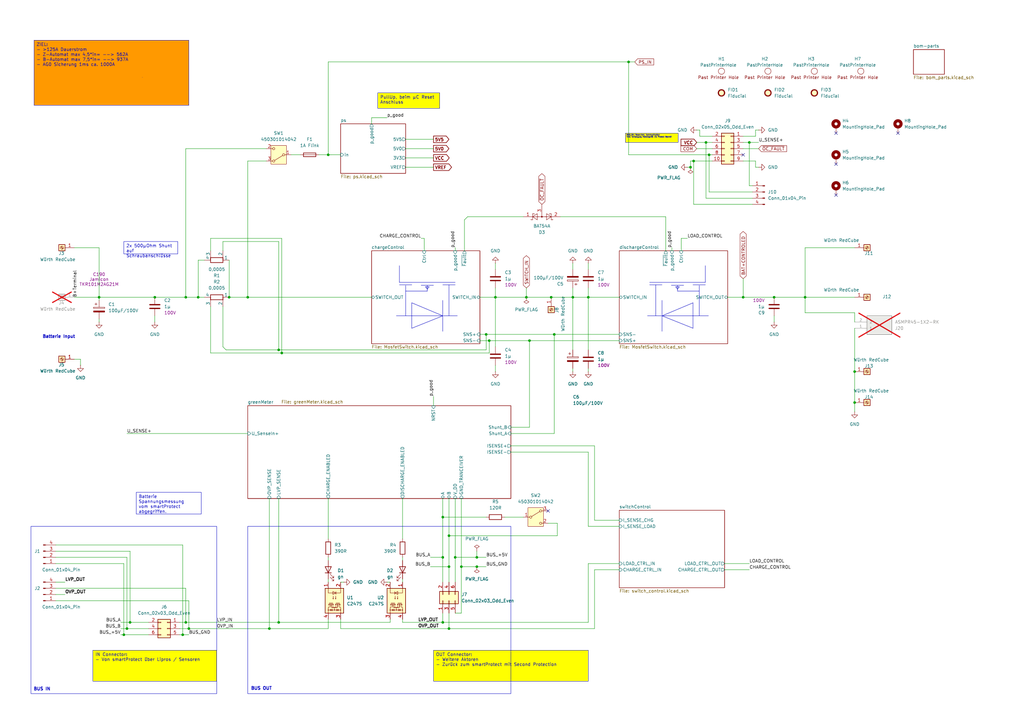
<source format=kicad_sch>
(kicad_sch
	(version 20250114)
	(generator "eeschema")
	(generator_version "9.0")
	(uuid "bf1f8167-8e29-49cc-a467-dd9cc2c77246")
	(paper "A3")
	(lib_symbols
		(symbol "ASMPR45-1X2-RK:ASMPR45-1X2-RK"
			(pin_names
				(offset 1.016)
			)
			(exclude_from_sim no)
			(in_bom yes)
			(on_board yes)
			(property "Reference" "J"
				(at -5.08 3.302 0)
				(effects
					(font
						(size 1.27 1.27)
					)
					(justify left bottom)
				)
			)
			(property "Value" "ASMPR45-1X2-RK"
				(at -5.08 -7.62 0)
				(effects
					(font
						(size 1.27 1.27)
					)
					(justify left bottom)
				)
			)
			(property "Footprint" "ASMPR45-1X2-RK:APP_ASMPR45-1X2-RK"
				(at 0 0 0)
				(effects
					(font
						(size 1.27 1.27)
					)
					(justify bottom)
					(hide yes)
				)
			)
			(property "Datasheet" ""
				(at 0 0 0)
				(effects
					(font
						(size 1.27 1.27)
					)
					(hide yes)
				)
			)
			(property "Description" ""
				(at 0 0 0)
				(effects
					(font
						(size 1.27 1.27)
					)
					(hide yes)
				)
			)
			(property "MF" "Anderson Power Products"
				(at 0 0 0)
				(effects
					(font
						(size 1.27 1.27)
					)
					(justify bottom)
					(hide yes)
				)
			)
			(property "MAXIMUM_PACKAGE_HEIGHT" "8.4mm"
				(at 0 0 0)
				(effects
					(font
						(size 1.27 1.27)
					)
					(justify bottom)
					(hide yes)
				)
			)
			(property "Package" "None"
				(at 0 0 0)
				(effects
					(font
						(size 1.27 1.27)
					)
					(justify bottom)
					(hide yes)
				)
			)
			(property "Price" "None"
				(at 0 0 0)
				(effects
					(font
						(size 1.27 1.27)
					)
					(justify bottom)
					(hide yes)
				)
			)
			(property "Check_prices" "https://www.snapeda.com/parts/ASMPR45-1X2-RK/Anderson+Metals/view-part/?ref=eda"
				(at 0 0 0)
				(effects
					(font
						(size 1.27 1.27)
					)
					(justify bottom)
					(hide yes)
				)
			)
			(property "STANDARD" "Manufacturer Recommendations"
				(at 0 0 0)
				(effects
					(font
						(size 1.27 1.27)
					)
					(justify bottom)
					(hide yes)
				)
			)
			(property "PARTREV" "N/A"
				(at 0 0 0)
				(effects
					(font
						(size 1.27 1.27)
					)
					(justify bottom)
					(hide yes)
				)
			)
			(property "SnapEDA_Link" "https://www.snapeda.com/parts/ASMPR45-1X2-RK/Anderson+Metals/view-part/?ref=snap"
				(at 0 0 0)
				(effects
					(font
						(size 1.27 1.27)
					)
					(justify bottom)
					(hide yes)
				)
			)
			(property "MP" "ASMPR45-1X2-RK"
				(at 0 0 0)
				(effects
					(font
						(size 1.27 1.27)
					)
					(justify bottom)
					(hide yes)
				)
			)
			(property "Description_1" "2 Position Non-Gendered, Self Mating Connector Solder Surface Mount, Right Angle"
				(at 0 0 0)
				(effects
					(font
						(size 1.27 1.27)
					)
					(justify bottom)
					(hide yes)
				)
			)
			(property "Availability" "In Stock"
				(at 0 0 0)
				(effects
					(font
						(size 1.27 1.27)
					)
					(justify bottom)
					(hide yes)
				)
			)
			(property "MANUFACTURER" "APP"
				(at 0 0 0)
				(effects
					(font
						(size 1.27 1.27)
					)
					(justify bottom)
					(hide yes)
				)
			)
			(symbol "ASMPR45-1X2-RK_0_0"
				(rectangle
					(start -5.08 -5.08)
					(end 5.08 2.54)
					(stroke
						(width 0.254)
						(type default)
					)
					(fill
						(type background)
					)
				)
				(pin passive line
					(at -10.16 0 0)
					(length 5.08)
					(name "1"
						(effects
							(font
								(size 1.016 1.016)
							)
						)
					)
					(number "1"
						(effects
							(font
								(size 1.016 1.016)
							)
						)
					)
				)
				(pin passive line
					(at -10.16 -2.54 0)
					(length 5.08)
					(name "2"
						(effects
							(font
								(size 1.016 1.016)
							)
						)
					)
					(number "2"
						(effects
							(font
								(size 1.016 1.016)
							)
						)
					)
				)
			)
			(embedded_fonts no)
		)
		(symbol "Connector:Conn_01x04_Pin"
			(pin_names
				(offset 1.016)
				(hide yes)
			)
			(exclude_from_sim no)
			(in_bom yes)
			(on_board yes)
			(property "Reference" "J"
				(at 0 5.08 0)
				(effects
					(font
						(size 1.27 1.27)
					)
				)
			)
			(property "Value" "Conn_01x04_Pin"
				(at 0 -7.62 0)
				(effects
					(font
						(size 1.27 1.27)
					)
				)
			)
			(property "Footprint" ""
				(at 0 0 0)
				(effects
					(font
						(size 1.27 1.27)
					)
					(hide yes)
				)
			)
			(property "Datasheet" "~"
				(at 0 0 0)
				(effects
					(font
						(size 1.27 1.27)
					)
					(hide yes)
				)
			)
			(property "Description" "Generic connector, single row, 01x04, script generated"
				(at 0 0 0)
				(effects
					(font
						(size 1.27 1.27)
					)
					(hide yes)
				)
			)
			(property "ki_locked" ""
				(at 0 0 0)
				(effects
					(font
						(size 1.27 1.27)
					)
				)
			)
			(property "ki_keywords" "connector"
				(at 0 0 0)
				(effects
					(font
						(size 1.27 1.27)
					)
					(hide yes)
				)
			)
			(property "ki_fp_filters" "Connector*:*_1x??_*"
				(at 0 0 0)
				(effects
					(font
						(size 1.27 1.27)
					)
					(hide yes)
				)
			)
			(symbol "Conn_01x04_Pin_1_1"
				(rectangle
					(start 0.8636 2.667)
					(end 0 2.413)
					(stroke
						(width 0.1524)
						(type default)
					)
					(fill
						(type outline)
					)
				)
				(rectangle
					(start 0.8636 0.127)
					(end 0 -0.127)
					(stroke
						(width 0.1524)
						(type default)
					)
					(fill
						(type outline)
					)
				)
				(rectangle
					(start 0.8636 -2.413)
					(end 0 -2.667)
					(stroke
						(width 0.1524)
						(type default)
					)
					(fill
						(type outline)
					)
				)
				(rectangle
					(start 0.8636 -4.953)
					(end 0 -5.207)
					(stroke
						(width 0.1524)
						(type default)
					)
					(fill
						(type outline)
					)
				)
				(polyline
					(pts
						(xy 1.27 2.54) (xy 0.8636 2.54)
					)
					(stroke
						(width 0.1524)
						(type default)
					)
					(fill
						(type none)
					)
				)
				(polyline
					(pts
						(xy 1.27 0) (xy 0.8636 0)
					)
					(stroke
						(width 0.1524)
						(type default)
					)
					(fill
						(type none)
					)
				)
				(polyline
					(pts
						(xy 1.27 -2.54) (xy 0.8636 -2.54)
					)
					(stroke
						(width 0.1524)
						(type default)
					)
					(fill
						(type none)
					)
				)
				(polyline
					(pts
						(xy 1.27 -5.08) (xy 0.8636 -5.08)
					)
					(stroke
						(width 0.1524)
						(type default)
					)
					(fill
						(type none)
					)
				)
				(pin passive line
					(at 5.08 2.54 180)
					(length 3.81)
					(name "Pin_1"
						(effects
							(font
								(size 1.27 1.27)
							)
						)
					)
					(number "1"
						(effects
							(font
								(size 1.27 1.27)
							)
						)
					)
				)
				(pin passive line
					(at 5.08 0 180)
					(length 3.81)
					(name "Pin_2"
						(effects
							(font
								(size 1.27 1.27)
							)
						)
					)
					(number "2"
						(effects
							(font
								(size 1.27 1.27)
							)
						)
					)
				)
				(pin passive line
					(at 5.08 -2.54 180)
					(length 3.81)
					(name "Pin_3"
						(effects
							(font
								(size 1.27 1.27)
							)
						)
					)
					(number "3"
						(effects
							(font
								(size 1.27 1.27)
							)
						)
					)
				)
				(pin passive line
					(at 5.08 -5.08 180)
					(length 3.81)
					(name "Pin_4"
						(effects
							(font
								(size 1.27 1.27)
							)
						)
					)
					(number "4"
						(effects
							(font
								(size 1.27 1.27)
							)
						)
					)
				)
			)
			(embedded_fonts no)
		)
		(symbol "Connector:Screw_Terminal_01x01"
			(pin_names
				(offset 1.016)
				(hide yes)
			)
			(exclude_from_sim no)
			(in_bom yes)
			(on_board yes)
			(property "Reference" "J"
				(at 0 2.54 0)
				(effects
					(font
						(size 1.27 1.27)
					)
				)
			)
			(property "Value" "Screw_Terminal_01x01"
				(at 0 -2.54 0)
				(effects
					(font
						(size 1.27 1.27)
					)
				)
			)
			(property "Footprint" ""
				(at 0 0 0)
				(effects
					(font
						(size 1.27 1.27)
					)
					(hide yes)
				)
			)
			(property "Datasheet" "~"
				(at 0 0 0)
				(effects
					(font
						(size 1.27 1.27)
					)
					(hide yes)
				)
			)
			(property "Description" "Generic screw terminal, single row, 01x01, script generated (kicad-library-utils/schlib/autogen/connector/)"
				(at 0 0 0)
				(effects
					(font
						(size 1.27 1.27)
					)
					(hide yes)
				)
			)
			(property "ki_keywords" "screw terminal"
				(at 0 0 0)
				(effects
					(font
						(size 1.27 1.27)
					)
					(hide yes)
				)
			)
			(property "ki_fp_filters" "TerminalBlock*:*"
				(at 0 0 0)
				(effects
					(font
						(size 1.27 1.27)
					)
					(hide yes)
				)
			)
			(symbol "Screw_Terminal_01x01_1_1"
				(rectangle
					(start -1.27 1.27)
					(end 1.27 -1.27)
					(stroke
						(width 0.254)
						(type default)
					)
					(fill
						(type background)
					)
				)
				(polyline
					(pts
						(xy -0.5334 0.3302) (xy 0.3302 -0.508)
					)
					(stroke
						(width 0.1524)
						(type default)
					)
					(fill
						(type none)
					)
				)
				(polyline
					(pts
						(xy -0.3556 0.508) (xy 0.508 -0.3302)
					)
					(stroke
						(width 0.1524)
						(type default)
					)
					(fill
						(type none)
					)
				)
				(circle
					(center 0 0)
					(radius 0.635)
					(stroke
						(width 0.1524)
						(type default)
					)
					(fill
						(type none)
					)
				)
				(pin passive line
					(at -5.08 0 0)
					(length 3.81)
					(name "Pin_1"
						(effects
							(font
								(size 1.27 1.27)
							)
						)
					)
					(number "1"
						(effects
							(font
								(size 1.27 1.27)
							)
						)
					)
				)
			)
			(embedded_fonts no)
		)
		(symbol "Connector_Generic:Conn_02x03_Odd_Even"
			(pin_names
				(offset 1.016)
				(hide yes)
			)
			(exclude_from_sim no)
			(in_bom yes)
			(on_board yes)
			(property "Reference" "J"
				(at 1.27 5.08 0)
				(effects
					(font
						(size 1.27 1.27)
					)
				)
			)
			(property "Value" "Conn_02x03_Odd_Even"
				(at 1.27 -5.08 0)
				(effects
					(font
						(size 1.27 1.27)
					)
				)
			)
			(property "Footprint" ""
				(at 0 0 0)
				(effects
					(font
						(size 1.27 1.27)
					)
					(hide yes)
				)
			)
			(property "Datasheet" "~"
				(at 0 0 0)
				(effects
					(font
						(size 1.27 1.27)
					)
					(hide yes)
				)
			)
			(property "Description" "Generic connector, double row, 02x03, odd/even pin numbering scheme (row 1 odd numbers, row 2 even numbers), script generated (kicad-library-utils/schlib/autogen/connector/)"
				(at 0 0 0)
				(effects
					(font
						(size 1.27 1.27)
					)
					(hide yes)
				)
			)
			(property "ki_keywords" "connector"
				(at 0 0 0)
				(effects
					(font
						(size 1.27 1.27)
					)
					(hide yes)
				)
			)
			(property "ki_fp_filters" "Connector*:*_2x??_*"
				(at 0 0 0)
				(effects
					(font
						(size 1.27 1.27)
					)
					(hide yes)
				)
			)
			(symbol "Conn_02x03_Odd_Even_1_1"
				(rectangle
					(start -1.27 3.81)
					(end 3.81 -3.81)
					(stroke
						(width 0.254)
						(type default)
					)
					(fill
						(type background)
					)
				)
				(rectangle
					(start -1.27 2.667)
					(end 0 2.413)
					(stroke
						(width 0.1524)
						(type default)
					)
					(fill
						(type none)
					)
				)
				(rectangle
					(start -1.27 0.127)
					(end 0 -0.127)
					(stroke
						(width 0.1524)
						(type default)
					)
					(fill
						(type none)
					)
				)
				(rectangle
					(start -1.27 -2.413)
					(end 0 -2.667)
					(stroke
						(width 0.1524)
						(type default)
					)
					(fill
						(type none)
					)
				)
				(rectangle
					(start 3.81 2.667)
					(end 2.54 2.413)
					(stroke
						(width 0.1524)
						(type default)
					)
					(fill
						(type none)
					)
				)
				(rectangle
					(start 3.81 0.127)
					(end 2.54 -0.127)
					(stroke
						(width 0.1524)
						(type default)
					)
					(fill
						(type none)
					)
				)
				(rectangle
					(start 3.81 -2.413)
					(end 2.54 -2.667)
					(stroke
						(width 0.1524)
						(type default)
					)
					(fill
						(type none)
					)
				)
				(pin passive line
					(at -5.08 2.54 0)
					(length 3.81)
					(name "Pin_1"
						(effects
							(font
								(size 1.27 1.27)
							)
						)
					)
					(number "1"
						(effects
							(font
								(size 1.27 1.27)
							)
						)
					)
				)
				(pin passive line
					(at -5.08 0 0)
					(length 3.81)
					(name "Pin_3"
						(effects
							(font
								(size 1.27 1.27)
							)
						)
					)
					(number "3"
						(effects
							(font
								(size 1.27 1.27)
							)
						)
					)
				)
				(pin passive line
					(at -5.08 -2.54 0)
					(length 3.81)
					(name "Pin_5"
						(effects
							(font
								(size 1.27 1.27)
							)
						)
					)
					(number "5"
						(effects
							(font
								(size 1.27 1.27)
							)
						)
					)
				)
				(pin passive line
					(at 7.62 2.54 180)
					(length 3.81)
					(name "Pin_2"
						(effects
							(font
								(size 1.27 1.27)
							)
						)
					)
					(number "2"
						(effects
							(font
								(size 1.27 1.27)
							)
						)
					)
				)
				(pin passive line
					(at 7.62 0 180)
					(length 3.81)
					(name "Pin_4"
						(effects
							(font
								(size 1.27 1.27)
							)
						)
					)
					(number "4"
						(effects
							(font
								(size 1.27 1.27)
							)
						)
					)
				)
				(pin passive line
					(at 7.62 -2.54 180)
					(length 3.81)
					(name "Pin_6"
						(effects
							(font
								(size 1.27 1.27)
							)
						)
					)
					(number "6"
						(effects
							(font
								(size 1.27 1.27)
							)
						)
					)
				)
			)
			(embedded_fonts no)
		)
		(symbol "Connector_Generic:Conn_02x05_Odd_Even"
			(pin_names
				(offset 1.016)
				(hide yes)
			)
			(exclude_from_sim no)
			(in_bom yes)
			(on_board yes)
			(property "Reference" "J"
				(at 1.27 7.62 0)
				(effects
					(font
						(size 1.27 1.27)
					)
				)
			)
			(property "Value" "Conn_02x05_Odd_Even"
				(at 1.27 -7.62 0)
				(effects
					(font
						(size 1.27 1.27)
					)
				)
			)
			(property "Footprint" ""
				(at 0 0 0)
				(effects
					(font
						(size 1.27 1.27)
					)
					(hide yes)
				)
			)
			(property "Datasheet" "~"
				(at 0 0 0)
				(effects
					(font
						(size 1.27 1.27)
					)
					(hide yes)
				)
			)
			(property "Description" "Generic connector, double row, 02x05, odd/even pin numbering scheme (row 1 odd numbers, row 2 even numbers), script generated (kicad-library-utils/schlib/autogen/connector/)"
				(at 0 0 0)
				(effects
					(font
						(size 1.27 1.27)
					)
					(hide yes)
				)
			)
			(property "ki_keywords" "connector"
				(at 0 0 0)
				(effects
					(font
						(size 1.27 1.27)
					)
					(hide yes)
				)
			)
			(property "ki_fp_filters" "Connector*:*_2x??_*"
				(at 0 0 0)
				(effects
					(font
						(size 1.27 1.27)
					)
					(hide yes)
				)
			)
			(symbol "Conn_02x05_Odd_Even_1_1"
				(rectangle
					(start -1.27 6.35)
					(end 3.81 -6.35)
					(stroke
						(width 0.254)
						(type default)
					)
					(fill
						(type background)
					)
				)
				(rectangle
					(start -1.27 5.207)
					(end 0 4.953)
					(stroke
						(width 0.1524)
						(type default)
					)
					(fill
						(type none)
					)
				)
				(rectangle
					(start -1.27 2.667)
					(end 0 2.413)
					(stroke
						(width 0.1524)
						(type default)
					)
					(fill
						(type none)
					)
				)
				(rectangle
					(start -1.27 0.127)
					(end 0 -0.127)
					(stroke
						(width 0.1524)
						(type default)
					)
					(fill
						(type none)
					)
				)
				(rectangle
					(start -1.27 -2.413)
					(end 0 -2.667)
					(stroke
						(width 0.1524)
						(type default)
					)
					(fill
						(type none)
					)
				)
				(rectangle
					(start -1.27 -4.953)
					(end 0 -5.207)
					(stroke
						(width 0.1524)
						(type default)
					)
					(fill
						(type none)
					)
				)
				(rectangle
					(start 3.81 5.207)
					(end 2.54 4.953)
					(stroke
						(width 0.1524)
						(type default)
					)
					(fill
						(type none)
					)
				)
				(rectangle
					(start 3.81 2.667)
					(end 2.54 2.413)
					(stroke
						(width 0.1524)
						(type default)
					)
					(fill
						(type none)
					)
				)
				(rectangle
					(start 3.81 0.127)
					(end 2.54 -0.127)
					(stroke
						(width 0.1524)
						(type default)
					)
					(fill
						(type none)
					)
				)
				(rectangle
					(start 3.81 -2.413)
					(end 2.54 -2.667)
					(stroke
						(width 0.1524)
						(type default)
					)
					(fill
						(type none)
					)
				)
				(rectangle
					(start 3.81 -4.953)
					(end 2.54 -5.207)
					(stroke
						(width 0.1524)
						(type default)
					)
					(fill
						(type none)
					)
				)
				(pin passive line
					(at -5.08 5.08 0)
					(length 3.81)
					(name "Pin_1"
						(effects
							(font
								(size 1.27 1.27)
							)
						)
					)
					(number "1"
						(effects
							(font
								(size 1.27 1.27)
							)
						)
					)
				)
				(pin passive line
					(at -5.08 2.54 0)
					(length 3.81)
					(name "Pin_3"
						(effects
							(font
								(size 1.27 1.27)
							)
						)
					)
					(number "3"
						(effects
							(font
								(size 1.27 1.27)
							)
						)
					)
				)
				(pin passive line
					(at -5.08 0 0)
					(length 3.81)
					(name "Pin_5"
						(effects
							(font
								(size 1.27 1.27)
							)
						)
					)
					(number "5"
						(effects
							(font
								(size 1.27 1.27)
							)
						)
					)
				)
				(pin passive line
					(at -5.08 -2.54 0)
					(length 3.81)
					(name "Pin_7"
						(effects
							(font
								(size 1.27 1.27)
							)
						)
					)
					(number "7"
						(effects
							(font
								(size 1.27 1.27)
							)
						)
					)
				)
				(pin passive line
					(at -5.08 -5.08 0)
					(length 3.81)
					(name "Pin_9"
						(effects
							(font
								(size 1.27 1.27)
							)
						)
					)
					(number "9"
						(effects
							(font
								(size 1.27 1.27)
							)
						)
					)
				)
				(pin passive line
					(at 7.62 5.08 180)
					(length 3.81)
					(name "Pin_2"
						(effects
							(font
								(size 1.27 1.27)
							)
						)
					)
					(number "2"
						(effects
							(font
								(size 1.27 1.27)
							)
						)
					)
				)
				(pin passive line
					(at 7.62 2.54 180)
					(length 3.81)
					(name "Pin_4"
						(effects
							(font
								(size 1.27 1.27)
							)
						)
					)
					(number "4"
						(effects
							(font
								(size 1.27 1.27)
							)
						)
					)
				)
				(pin passive line
					(at 7.62 0 180)
					(length 3.81)
					(name "Pin_6"
						(effects
							(font
								(size 1.27 1.27)
							)
						)
					)
					(number "6"
						(effects
							(font
								(size 1.27 1.27)
							)
						)
					)
				)
				(pin passive line
					(at 7.62 -2.54 180)
					(length 3.81)
					(name "Pin_8"
						(effects
							(font
								(size 1.27 1.27)
							)
						)
					)
					(number "8"
						(effects
							(font
								(size 1.27 1.27)
							)
						)
					)
				)
				(pin passive line
					(at 7.62 -5.08 180)
					(length 3.81)
					(name "Pin_10"
						(effects
							(font
								(size 1.27 1.27)
							)
						)
					)
					(number "10"
						(effects
							(font
								(size 1.27 1.27)
							)
						)
					)
				)
			)
			(embedded_fonts no)
		)
		(symbol "Device:C"
			(pin_numbers
				(hide yes)
			)
			(pin_names
				(offset 0.254)
			)
			(exclude_from_sim no)
			(in_bom yes)
			(on_board yes)
			(property "Reference" "C"
				(at 0.635 2.54 0)
				(effects
					(font
						(size 1.27 1.27)
					)
					(justify left)
				)
			)
			(property "Value" "C"
				(at 0.635 -2.54 0)
				(effects
					(font
						(size 1.27 1.27)
					)
					(justify left)
				)
			)
			(property "Footprint" ""
				(at 0.9652 -3.81 0)
				(effects
					(font
						(size 1.27 1.27)
					)
					(hide yes)
				)
			)
			(property "Datasheet" "~"
				(at 0 0 0)
				(effects
					(font
						(size 1.27 1.27)
					)
					(hide yes)
				)
			)
			(property "Description" "Unpolarized capacitor"
				(at 0 0 0)
				(effects
					(font
						(size 1.27 1.27)
					)
					(hide yes)
				)
			)
			(property "ki_keywords" "cap capacitor"
				(at 0 0 0)
				(effects
					(font
						(size 1.27 1.27)
					)
					(hide yes)
				)
			)
			(property "ki_fp_filters" "C_*"
				(at 0 0 0)
				(effects
					(font
						(size 1.27 1.27)
					)
					(hide yes)
				)
			)
			(symbol "C_0_1"
				(polyline
					(pts
						(xy -2.032 0.762) (xy 2.032 0.762)
					)
					(stroke
						(width 0.508)
						(type default)
					)
					(fill
						(type none)
					)
				)
				(polyline
					(pts
						(xy -2.032 -0.762) (xy 2.032 -0.762)
					)
					(stroke
						(width 0.508)
						(type default)
					)
					(fill
						(type none)
					)
				)
			)
			(symbol "C_1_1"
				(pin passive line
					(at 0 3.81 270)
					(length 2.794)
					(name "~"
						(effects
							(font
								(size 1.27 1.27)
							)
						)
					)
					(number "1"
						(effects
							(font
								(size 1.27 1.27)
							)
						)
					)
				)
				(pin passive line
					(at 0 -3.81 90)
					(length 2.794)
					(name "~"
						(effects
							(font
								(size 1.27 1.27)
							)
						)
					)
					(number "2"
						(effects
							(font
								(size 1.27 1.27)
							)
						)
					)
				)
			)
			(embedded_fonts no)
		)
		(symbol "Device:C_Polarized"
			(pin_numbers
				(hide yes)
			)
			(pin_names
				(offset 0.254)
			)
			(exclude_from_sim no)
			(in_bom yes)
			(on_board yes)
			(property "Reference" "C"
				(at 0.635 2.54 0)
				(effects
					(font
						(size 1.27 1.27)
					)
					(justify left)
				)
			)
			(property "Value" "C_Polarized"
				(at 0.635 -2.54 0)
				(effects
					(font
						(size 1.27 1.27)
					)
					(justify left)
				)
			)
			(property "Footprint" ""
				(at 0.9652 -3.81 0)
				(effects
					(font
						(size 1.27 1.27)
					)
					(hide yes)
				)
			)
			(property "Datasheet" "~"
				(at 0 0 0)
				(effects
					(font
						(size 1.27 1.27)
					)
					(hide yes)
				)
			)
			(property "Description" "Polarized capacitor"
				(at 0 0 0)
				(effects
					(font
						(size 1.27 1.27)
					)
					(hide yes)
				)
			)
			(property "ki_keywords" "cap capacitor"
				(at 0 0 0)
				(effects
					(font
						(size 1.27 1.27)
					)
					(hide yes)
				)
			)
			(property "ki_fp_filters" "CP_*"
				(at 0 0 0)
				(effects
					(font
						(size 1.27 1.27)
					)
					(hide yes)
				)
			)
			(symbol "C_Polarized_0_1"
				(rectangle
					(start -2.286 0.508)
					(end 2.286 1.016)
					(stroke
						(width 0)
						(type default)
					)
					(fill
						(type none)
					)
				)
				(polyline
					(pts
						(xy -1.778 2.286) (xy -0.762 2.286)
					)
					(stroke
						(width 0)
						(type default)
					)
					(fill
						(type none)
					)
				)
				(polyline
					(pts
						(xy -1.27 2.794) (xy -1.27 1.778)
					)
					(stroke
						(width 0)
						(type default)
					)
					(fill
						(type none)
					)
				)
				(rectangle
					(start 2.286 -0.508)
					(end -2.286 -1.016)
					(stroke
						(width 0)
						(type default)
					)
					(fill
						(type outline)
					)
				)
			)
			(symbol "C_Polarized_1_1"
				(pin passive line
					(at 0 3.81 270)
					(length 2.794)
					(name "~"
						(effects
							(font
								(size 1.27 1.27)
							)
						)
					)
					(number "1"
						(effects
							(font
								(size 1.27 1.27)
							)
						)
					)
				)
				(pin passive line
					(at 0 -3.81 90)
					(length 2.794)
					(name "~"
						(effects
							(font
								(size 1.27 1.27)
							)
						)
					)
					(number "2"
						(effects
							(font
								(size 1.27 1.27)
							)
						)
					)
				)
			)
			(embedded_fonts no)
		)
		(symbol "Device:Fuse"
			(pin_numbers
				(hide yes)
			)
			(pin_names
				(offset 0)
			)
			(exclude_from_sim no)
			(in_bom yes)
			(on_board yes)
			(property "Reference" "F"
				(at 2.032 0 90)
				(effects
					(font
						(size 1.27 1.27)
					)
				)
			)
			(property "Value" "Fuse"
				(at -1.905 0 90)
				(effects
					(font
						(size 1.27 1.27)
					)
				)
			)
			(property "Footprint" ""
				(at -1.778 0 90)
				(effects
					(font
						(size 1.27 1.27)
					)
					(hide yes)
				)
			)
			(property "Datasheet" "~"
				(at 0 0 0)
				(effects
					(font
						(size 1.27 1.27)
					)
					(hide yes)
				)
			)
			(property "Description" "Fuse"
				(at 0 0 0)
				(effects
					(font
						(size 1.27 1.27)
					)
					(hide yes)
				)
			)
			(property "ki_keywords" "fuse"
				(at 0 0 0)
				(effects
					(font
						(size 1.27 1.27)
					)
					(hide yes)
				)
			)
			(property "ki_fp_filters" "*Fuse*"
				(at 0 0 0)
				(effects
					(font
						(size 1.27 1.27)
					)
					(hide yes)
				)
			)
			(symbol "Fuse_0_1"
				(rectangle
					(start -0.762 -2.54)
					(end 0.762 2.54)
					(stroke
						(width 0.254)
						(type default)
					)
					(fill
						(type none)
					)
				)
				(polyline
					(pts
						(xy 0 2.54) (xy 0 -2.54)
					)
					(stroke
						(width 0)
						(type default)
					)
					(fill
						(type none)
					)
				)
			)
			(symbol "Fuse_1_1"
				(pin passive line
					(at 0 3.81 270)
					(length 1.27)
					(name "~"
						(effects
							(font
								(size 1.27 1.27)
							)
						)
					)
					(number "1"
						(effects
							(font
								(size 1.27 1.27)
							)
						)
					)
				)
				(pin passive line
					(at 0 -3.81 90)
					(length 1.27)
					(name "~"
						(effects
							(font
								(size 1.27 1.27)
							)
						)
					)
					(number "2"
						(effects
							(font
								(size 1.27 1.27)
							)
						)
					)
				)
			)
			(embedded_fonts no)
		)
		(symbol "Device:LED"
			(pin_numbers
				(hide yes)
			)
			(pin_names
				(offset 1.016)
				(hide yes)
			)
			(exclude_from_sim no)
			(in_bom yes)
			(on_board yes)
			(property "Reference" "D"
				(at 0 2.54 0)
				(effects
					(font
						(size 1.27 1.27)
					)
				)
			)
			(property "Value" "LED"
				(at 0 -2.54 0)
				(effects
					(font
						(size 1.27 1.27)
					)
				)
			)
			(property "Footprint" ""
				(at 0 0 0)
				(effects
					(font
						(size 1.27 1.27)
					)
					(hide yes)
				)
			)
			(property "Datasheet" "~"
				(at 0 0 0)
				(effects
					(font
						(size 1.27 1.27)
					)
					(hide yes)
				)
			)
			(property "Description" "Light emitting diode"
				(at 0 0 0)
				(effects
					(font
						(size 1.27 1.27)
					)
					(hide yes)
				)
			)
			(property "Sim.Pins" "1=K 2=A"
				(at 0 0 0)
				(effects
					(font
						(size 1.27 1.27)
					)
					(hide yes)
				)
			)
			(property "ki_keywords" "LED diode"
				(at 0 0 0)
				(effects
					(font
						(size 1.27 1.27)
					)
					(hide yes)
				)
			)
			(property "ki_fp_filters" "LED* LED_SMD:* LED_THT:*"
				(at 0 0 0)
				(effects
					(font
						(size 1.27 1.27)
					)
					(hide yes)
				)
			)
			(symbol "LED_0_1"
				(polyline
					(pts
						(xy -3.048 -0.762) (xy -4.572 -2.286) (xy -3.81 -2.286) (xy -4.572 -2.286) (xy -4.572 -1.524)
					)
					(stroke
						(width 0)
						(type default)
					)
					(fill
						(type none)
					)
				)
				(polyline
					(pts
						(xy -1.778 -0.762) (xy -3.302 -2.286) (xy -2.54 -2.286) (xy -3.302 -2.286) (xy -3.302 -1.524)
					)
					(stroke
						(width 0)
						(type default)
					)
					(fill
						(type none)
					)
				)
				(polyline
					(pts
						(xy -1.27 0) (xy 1.27 0)
					)
					(stroke
						(width 0)
						(type default)
					)
					(fill
						(type none)
					)
				)
				(polyline
					(pts
						(xy -1.27 -1.27) (xy -1.27 1.27)
					)
					(stroke
						(width 0.254)
						(type default)
					)
					(fill
						(type none)
					)
				)
				(polyline
					(pts
						(xy 1.27 -1.27) (xy 1.27 1.27) (xy -1.27 0) (xy 1.27 -1.27)
					)
					(stroke
						(width 0.254)
						(type default)
					)
					(fill
						(type none)
					)
				)
			)
			(symbol "LED_1_1"
				(pin passive line
					(at -3.81 0 0)
					(length 2.54)
					(name "K"
						(effects
							(font
								(size 1.27 1.27)
							)
						)
					)
					(number "1"
						(effects
							(font
								(size 1.27 1.27)
							)
						)
					)
				)
				(pin passive line
					(at 3.81 0 180)
					(length 2.54)
					(name "A"
						(effects
							(font
								(size 1.27 1.27)
							)
						)
					)
					(number "2"
						(effects
							(font
								(size 1.27 1.27)
							)
						)
					)
				)
			)
			(embedded_fonts no)
		)
		(symbol "Device:R"
			(pin_numbers
				(hide yes)
			)
			(pin_names
				(offset 0)
			)
			(exclude_from_sim no)
			(in_bom yes)
			(on_board yes)
			(property "Reference" "R"
				(at 2.032 0 90)
				(effects
					(font
						(size 1.27 1.27)
					)
				)
			)
			(property "Value" "R"
				(at 0 0 90)
				(effects
					(font
						(size 1.27 1.27)
					)
				)
			)
			(property "Footprint" ""
				(at -1.778 0 90)
				(effects
					(font
						(size 1.27 1.27)
					)
					(hide yes)
				)
			)
			(property "Datasheet" "~"
				(at 0 0 0)
				(effects
					(font
						(size 1.27 1.27)
					)
					(hide yes)
				)
			)
			(property "Description" "Resistor"
				(at 0 0 0)
				(effects
					(font
						(size 1.27 1.27)
					)
					(hide yes)
				)
			)
			(property "ki_keywords" "R res resistor"
				(at 0 0 0)
				(effects
					(font
						(size 1.27 1.27)
					)
					(hide yes)
				)
			)
			(property "ki_fp_filters" "R_*"
				(at 0 0 0)
				(effects
					(font
						(size 1.27 1.27)
					)
					(hide yes)
				)
			)
			(symbol "R_0_1"
				(rectangle
					(start -1.016 -2.54)
					(end 1.016 2.54)
					(stroke
						(width 0.254)
						(type default)
					)
					(fill
						(type none)
					)
				)
			)
			(symbol "R_1_1"
				(pin passive line
					(at 0 3.81 270)
					(length 1.27)
					(name "~"
						(effects
							(font
								(size 1.27 1.27)
							)
						)
					)
					(number "1"
						(effects
							(font
								(size 1.27 1.27)
							)
						)
					)
				)
				(pin passive line
					(at 0 -3.81 90)
					(length 1.27)
					(name "~"
						(effects
							(font
								(size 1.27 1.27)
							)
						)
					)
					(number "2"
						(effects
							(font
								(size 1.27 1.27)
							)
						)
					)
				)
			)
			(embedded_fonts no)
		)
		(symbol "Device:R_Shunt"
			(pin_numbers
				(hide yes)
			)
			(pin_names
				(offset 0)
			)
			(exclude_from_sim no)
			(in_bom yes)
			(on_board yes)
			(property "Reference" "R"
				(at -4.445 0 90)
				(effects
					(font
						(size 1.27 1.27)
					)
				)
			)
			(property "Value" "R_Shunt"
				(at -2.54 0 90)
				(effects
					(font
						(size 1.27 1.27)
					)
				)
			)
			(property "Footprint" ""
				(at -1.778 0 90)
				(effects
					(font
						(size 1.27 1.27)
					)
					(hide yes)
				)
			)
			(property "Datasheet" "~"
				(at 0 0 0)
				(effects
					(font
						(size 1.27 1.27)
					)
					(hide yes)
				)
			)
			(property "Description" "Shunt resistor"
				(at 0 0 0)
				(effects
					(font
						(size 1.27 1.27)
					)
					(hide yes)
				)
			)
			(property "ki_keywords" "R res shunt resistor"
				(at 0 0 0)
				(effects
					(font
						(size 1.27 1.27)
					)
					(hide yes)
				)
			)
			(property "ki_fp_filters" "R_*Shunt*"
				(at 0 0 0)
				(effects
					(font
						(size 1.27 1.27)
					)
					(hide yes)
				)
			)
			(symbol "R_Shunt_0_1"
				(rectangle
					(start -1.016 -2.54)
					(end 1.016 2.54)
					(stroke
						(width 0.254)
						(type default)
					)
					(fill
						(type none)
					)
				)
				(polyline
					(pts
						(xy 0 -2.54) (xy 1.27 -2.54)
					)
					(stroke
						(width 0)
						(type default)
					)
					(fill
						(type none)
					)
				)
				(polyline
					(pts
						(xy 1.27 2.54) (xy 0 2.54)
					)
					(stroke
						(width 0)
						(type default)
					)
					(fill
						(type none)
					)
				)
			)
			(symbol "R_Shunt_1_1"
				(pin passive line
					(at 0 5.08 270)
					(length 2.54)
					(name "1"
						(effects
							(font
								(size 1.27 1.27)
							)
						)
					)
					(number "1"
						(effects
							(font
								(size 1.27 1.27)
							)
						)
					)
				)
				(pin passive line
					(at 0 -5.08 90)
					(length 2.54)
					(name "4"
						(effects
							(font
								(size 1.27 1.27)
							)
						)
					)
					(number "4"
						(effects
							(font
								(size 1.27 1.27)
							)
						)
					)
				)
				(pin passive line
					(at 3.81 2.54 180)
					(length 2.54)
					(name "2"
						(effects
							(font
								(size 1.27 1.27)
							)
						)
					)
					(number "2"
						(effects
							(font
								(size 1.27 1.27)
							)
						)
					)
				)
				(pin passive line
					(at 3.81 -2.54 180)
					(length 2.54)
					(name "3"
						(effects
							(font
								(size 1.27 1.27)
							)
						)
					)
					(number "3"
						(effects
							(font
								(size 1.27 1.27)
							)
						)
					)
				)
			)
			(embedded_fonts no)
		)
		(symbol "Diode:BAT54A"
			(pin_names
				(offset 1.016)
			)
			(exclude_from_sim no)
			(in_bom yes)
			(on_board yes)
			(property "Reference" "D"
				(at 0.635 -3.81 0)
				(effects
					(font
						(size 1.27 1.27)
					)
					(justify left)
				)
			)
			(property "Value" "BAT54A"
				(at -6.35 3.175 0)
				(effects
					(font
						(size 1.27 1.27)
					)
					(justify left)
				)
			)
			(property "Footprint" "Package_TO_SOT_SMD:SOT-23"
				(at 1.905 3.175 0)
				(effects
					(font
						(size 1.27 1.27)
					)
					(justify left)
					(hide yes)
				)
			)
			(property "Datasheet" "http://www.diodes.com/_files/datasheets/ds11005.pdf"
				(at -3.048 0 0)
				(effects
					(font
						(size 1.27 1.27)
					)
					(hide yes)
				)
			)
			(property "Description" "schottky barrier diode"
				(at 0 0 0)
				(effects
					(font
						(size 1.27 1.27)
					)
					(hide yes)
				)
			)
			(property "ki_keywords" "schottky diode"
				(at 0 0 0)
				(effects
					(font
						(size 1.27 1.27)
					)
					(hide yes)
				)
			)
			(property "ki_fp_filters" "SOT?23*"
				(at 0 0 0)
				(effects
					(font
						(size 1.27 1.27)
					)
					(hide yes)
				)
			)
			(symbol "BAT54A_0_1"
				(polyline
					(pts
						(xy -4.445 1.27) (xy -4.445 1.016)
					)
					(stroke
						(width 0)
						(type default)
					)
					(fill
						(type none)
					)
				)
				(polyline
					(pts
						(xy -3.81 1.27) (xy -4.445 1.27)
					)
					(stroke
						(width 0)
						(type default)
					)
					(fill
						(type none)
					)
				)
				(polyline
					(pts
						(xy -3.81 0) (xy -1.27 0)
					)
					(stroke
						(width 0)
						(type default)
					)
					(fill
						(type none)
					)
				)
				(polyline
					(pts
						(xy -3.81 -1.27) (xy -3.81 1.27)
					)
					(stroke
						(width 0)
						(type default)
					)
					(fill
						(type none)
					)
				)
				(polyline
					(pts
						(xy -3.81 -1.27) (xy -3.175 -1.27)
					)
					(stroke
						(width 0)
						(type default)
					)
					(fill
						(type none)
					)
				)
				(polyline
					(pts
						(xy -3.175 -1.27) (xy -3.175 -1.016)
					)
					(stroke
						(width 0)
						(type default)
					)
					(fill
						(type none)
					)
				)
				(polyline
					(pts
						(xy -1.905 1.27) (xy -1.905 -1.27) (xy -3.81 0) (xy -1.905 1.27)
					)
					(stroke
						(width 0)
						(type default)
					)
					(fill
						(type none)
					)
				)
				(polyline
					(pts
						(xy -1.905 0) (xy 1.905 0)
					)
					(stroke
						(width 0)
						(type default)
					)
					(fill
						(type none)
					)
				)
				(circle
					(center 0 0)
					(radius 0.254)
					(stroke
						(width 0)
						(type default)
					)
					(fill
						(type outline)
					)
				)
				(polyline
					(pts
						(xy 1.27 0) (xy 3.81 0)
					)
					(stroke
						(width 0)
						(type default)
					)
					(fill
						(type none)
					)
				)
				(polyline
					(pts
						(xy 1.905 1.27) (xy 1.905 -1.27) (xy 3.81 0) (xy 1.905 1.27)
					)
					(stroke
						(width 0)
						(type default)
					)
					(fill
						(type none)
					)
				)
				(polyline
					(pts
						(xy 3.175 -1.27) (xy 3.175 -1.016)
					)
					(stroke
						(width 0)
						(type default)
					)
					(fill
						(type none)
					)
				)
				(polyline
					(pts
						(xy 3.81 1.27) (xy 4.445 1.27)
					)
					(stroke
						(width 0)
						(type default)
					)
					(fill
						(type none)
					)
				)
				(polyline
					(pts
						(xy 3.81 -1.27) (xy 3.175 -1.27)
					)
					(stroke
						(width 0)
						(type default)
					)
					(fill
						(type none)
					)
				)
				(polyline
					(pts
						(xy 3.81 -1.27) (xy 3.81 1.27)
					)
					(stroke
						(width 0)
						(type default)
					)
					(fill
						(type none)
					)
				)
				(polyline
					(pts
						(xy 4.445 1.27) (xy 4.445 1.016)
					)
					(stroke
						(width 0)
						(type default)
					)
					(fill
						(type none)
					)
				)
			)
			(symbol "BAT54A_1_1"
				(pin passive line
					(at -7.62 0 0)
					(length 3.81)
					(name "~"
						(effects
							(font
								(size 1.27 1.27)
							)
						)
					)
					(number "1"
						(effects
							(font
								(size 1.27 1.27)
							)
						)
					)
				)
				(pin passive line
					(at 0 -5.08 90)
					(length 5.08)
					(name "~"
						(effects
							(font
								(size 1.27 1.27)
							)
						)
					)
					(number "3"
						(effects
							(font
								(size 1.27 1.27)
							)
						)
					)
				)
				(pin passive line
					(at 7.62 0 180)
					(length 3.81)
					(name "~"
						(effects
							(font
								(size 1.27 1.27)
							)
						)
					)
					(number "2"
						(effects
							(font
								(size 1.27 1.27)
							)
						)
					)
				)
			)
			(embedded_fonts no)
		)
		(symbol "Mechanical:Fiducial"
			(exclude_from_sim yes)
			(in_bom no)
			(on_board yes)
			(property "Reference" "FID"
				(at 0 5.08 0)
				(effects
					(font
						(size 1.27 1.27)
					)
				)
			)
			(property "Value" "Fiducial"
				(at 0 3.175 0)
				(effects
					(font
						(size 1.27 1.27)
					)
				)
			)
			(property "Footprint" ""
				(at 0 0 0)
				(effects
					(font
						(size 1.27 1.27)
					)
					(hide yes)
				)
			)
			(property "Datasheet" "~"
				(at 0 0 0)
				(effects
					(font
						(size 1.27 1.27)
					)
					(hide yes)
				)
			)
			(property "Description" "Fiducial Marker"
				(at 0 0 0)
				(effects
					(font
						(size 1.27 1.27)
					)
					(hide yes)
				)
			)
			(property "ki_keywords" "fiducial marker"
				(at 0 0 0)
				(effects
					(font
						(size 1.27 1.27)
					)
					(hide yes)
				)
			)
			(property "ki_fp_filters" "Fiducial*"
				(at 0 0 0)
				(effects
					(font
						(size 1.27 1.27)
					)
					(hide yes)
				)
			)
			(symbol "Fiducial_0_1"
				(circle
					(center 0 0)
					(radius 1.27)
					(stroke
						(width 0.508)
						(type default)
					)
					(fill
						(type background)
					)
				)
			)
			(embedded_fonts no)
		)
		(symbol "Mechanical:MountingHole_Pad"
			(pin_numbers
				(hide yes)
			)
			(pin_names
				(offset 1.016)
				(hide yes)
			)
			(exclude_from_sim yes)
			(in_bom no)
			(on_board yes)
			(property "Reference" "H"
				(at 0 6.35 0)
				(effects
					(font
						(size 1.27 1.27)
					)
				)
			)
			(property "Value" "MountingHole_Pad"
				(at 0 4.445 0)
				(effects
					(font
						(size 1.27 1.27)
					)
				)
			)
			(property "Footprint" ""
				(at 0 0 0)
				(effects
					(font
						(size 1.27 1.27)
					)
					(hide yes)
				)
			)
			(property "Datasheet" "~"
				(at 0 0 0)
				(effects
					(font
						(size 1.27 1.27)
					)
					(hide yes)
				)
			)
			(property "Description" "Mounting Hole with connection"
				(at 0 0 0)
				(effects
					(font
						(size 1.27 1.27)
					)
					(hide yes)
				)
			)
			(property "ki_keywords" "mounting hole"
				(at 0 0 0)
				(effects
					(font
						(size 1.27 1.27)
					)
					(hide yes)
				)
			)
			(property "ki_fp_filters" "MountingHole*Pad*"
				(at 0 0 0)
				(effects
					(font
						(size 1.27 1.27)
					)
					(hide yes)
				)
			)
			(symbol "MountingHole_Pad_0_1"
				(circle
					(center 0 1.27)
					(radius 1.27)
					(stroke
						(width 1.27)
						(type default)
					)
					(fill
						(type none)
					)
				)
			)
			(symbol "MountingHole_Pad_1_1"
				(pin input line
					(at 0 -2.54 90)
					(length 2.54)
					(name "1"
						(effects
							(font
								(size 1.27 1.27)
							)
						)
					)
					(number "1"
						(effects
							(font
								(size 1.27 1.27)
							)
						)
					)
				)
			)
			(embedded_fonts no)
		)
		(symbol "Relay_SolidState:ASSR-1218"
			(exclude_from_sim no)
			(in_bom yes)
			(on_board yes)
			(property "Reference" "U"
				(at -5.08 5.08 0)
				(effects
					(font
						(size 1.27 1.27)
					)
					(justify left)
				)
			)
			(property "Value" "ASSR-1218"
				(at 0 5.08 0)
				(effects
					(font
						(size 1.27 1.27)
					)
					(justify left)
				)
			)
			(property "Footprint" "Package_SO:SO-4_4.4x4.3mm_P2.54mm"
				(at -5.08 -5.08 0)
				(effects
					(font
						(size 1.27 1.27)
						(italic yes)
					)
					(justify left)
					(hide yes)
				)
			)
			(property "Datasheet" "https://docs.broadcom.com/docs/AV02-0173EN"
				(at 0 0 0)
				(effects
					(font
						(size 1.27 1.27)
					)
					(justify left)
					(hide yes)
				)
			)
			(property "Description" "Form A, Solid State Relay (Photo MOSFET) 60V, 0.2A, 10Ohm, SO-4"
				(at 0 0 0)
				(effects
					(font
						(size 1.27 1.27)
					)
					(hide yes)
				)
			)
			(property "ki_keywords" "MOSFET Output Photorelay 1-Form-A"
				(at 0 0 0)
				(effects
					(font
						(size 1.27 1.27)
					)
					(hide yes)
				)
			)
			(property "ki_fp_filters" "SO*4.4x4.3mm*P2.54mm*"
				(at 0 0 0)
				(effects
					(font
						(size 1.27 1.27)
					)
					(hide yes)
				)
			)
			(symbol "ASSR-1218_0_1"
				(rectangle
					(start -5.08 3.81)
					(end 5.08 -3.81)
					(stroke
						(width 0.254)
						(type default)
					)
					(fill
						(type background)
					)
				)
				(polyline
					(pts
						(xy -5.08 2.54) (xy -3.175 2.54) (xy -3.175 -2.54) (xy -5.08 -2.54)
					)
					(stroke
						(width 0)
						(type default)
					)
					(fill
						(type none)
					)
				)
				(polyline
					(pts
						(xy -3.81 -0.635) (xy -2.54 -0.635)
					)
					(stroke
						(width 0)
						(type default)
					)
					(fill
						(type none)
					)
				)
				(polyline
					(pts
						(xy -3.175 -0.635) (xy -3.81 0.635) (xy -2.54 0.635) (xy -3.175 -0.635)
					)
					(stroke
						(width 0)
						(type default)
					)
					(fill
						(type none)
					)
				)
				(polyline
					(pts
						(xy -1.905 0.508) (xy -0.635 0.508) (xy -1.016 0.381) (xy -1.016 0.635) (xy -0.635 0.508)
					)
					(stroke
						(width 0)
						(type default)
					)
					(fill
						(type none)
					)
				)
				(polyline
					(pts
						(xy -1.905 -0.508) (xy -0.635 -0.508) (xy -1.016 -0.635) (xy -1.016 -0.381) (xy -0.635 -0.508)
					)
					(stroke
						(width 0)
						(type default)
					)
					(fill
						(type none)
					)
				)
				(polyline
					(pts
						(xy 1.016 2.159) (xy 1.016 0.635)
					)
					(stroke
						(width 0.2032)
						(type default)
					)
					(fill
						(type none)
					)
				)
				(polyline
					(pts
						(xy 1.016 -0.635) (xy 1.016 -2.159)
					)
					(stroke
						(width 0.2032)
						(type default)
					)
					(fill
						(type none)
					)
				)
				(polyline
					(pts
						(xy 1.524 2.286) (xy 1.524 2.032) (xy 1.524 2.032)
					)
					(stroke
						(width 0.3556)
						(type default)
					)
					(fill
						(type none)
					)
				)
				(polyline
					(pts
						(xy 1.524 1.524) (xy 1.524 1.27) (xy 1.524 1.27)
					)
					(stroke
						(width 0.3556)
						(type default)
					)
					(fill
						(type none)
					)
				)
				(polyline
					(pts
						(xy 1.524 0.762) (xy 1.524 0.508) (xy 1.524 0.508)
					)
					(stroke
						(width 0.3556)
						(type default)
					)
					(fill
						(type none)
					)
				)
				(polyline
					(pts
						(xy 1.524 -0.508) (xy 1.524 -0.762)
					)
					(stroke
						(width 0.3556)
						(type default)
					)
					(fill
						(type none)
					)
				)
				(polyline
					(pts
						(xy 1.524 -1.27) (xy 1.524 -1.524) (xy 1.524 -1.524)
					)
					(stroke
						(width 0.3556)
						(type default)
					)
					(fill
						(type none)
					)
				)
				(polyline
					(pts
						(xy 1.524 -2.032) (xy 1.524 -2.286) (xy 1.524 -2.286)
					)
					(stroke
						(width 0.3556)
						(type default)
					)
					(fill
						(type none)
					)
				)
				(polyline
					(pts
						(xy 1.651 2.159) (xy 2.794 2.159) (xy 2.794 2.54) (xy 5.08 2.54)
					)
					(stroke
						(width 0)
						(type default)
					)
					(fill
						(type none)
					)
				)
				(polyline
					(pts
						(xy 1.651 1.397) (xy 2.794 1.397) (xy 2.794 0.635)
					)
					(stroke
						(width 0)
						(type default)
					)
					(fill
						(type none)
					)
				)
				(polyline
					(pts
						(xy 1.651 -0.635) (xy 2.794 -0.635) (xy 2.794 0.635) (xy 1.651 0.635)
					)
					(stroke
						(width 0)
						(type default)
					)
					(fill
						(type none)
					)
				)
				(polyline
					(pts
						(xy 1.651 -1.397) (xy 2.794 -1.397) (xy 2.794 -0.635)
					)
					(stroke
						(width 0)
						(type default)
					)
					(fill
						(type none)
					)
				)
				(polyline
					(pts
						(xy 1.651 -2.159) (xy 2.794 -2.159) (xy 2.794 -2.54) (xy 5.08 -2.54)
					)
					(stroke
						(width 0)
						(type default)
					)
					(fill
						(type none)
					)
				)
				(polyline
					(pts
						(xy 1.778 1.397) (xy 2.286 1.524) (xy 2.286 1.27) (xy 1.778 1.397)
					)
					(stroke
						(width 0)
						(type default)
					)
					(fill
						(type none)
					)
				)
				(polyline
					(pts
						(xy 1.778 -1.397) (xy 2.286 -1.27) (xy 2.286 -1.524) (xy 1.778 -1.397)
					)
					(stroke
						(width 0)
						(type default)
					)
					(fill
						(type none)
					)
				)
				(circle
					(center 2.794 0.635)
					(radius 0.127)
					(stroke
						(width 0)
						(type default)
					)
					(fill
						(type none)
					)
				)
				(polyline
					(pts
						(xy 2.794 0) (xy 3.81 0)
					)
					(stroke
						(width 0)
						(type default)
					)
					(fill
						(type none)
					)
				)
				(circle
					(center 2.794 0)
					(radius 0.127)
					(stroke
						(width 0)
						(type default)
					)
					(fill
						(type none)
					)
				)
				(circle
					(center 2.794 -0.635)
					(radius 0.127)
					(stroke
						(width 0)
						(type default)
					)
					(fill
						(type none)
					)
				)
				(polyline
					(pts
						(xy 3.429 1.651) (xy 4.191 1.651)
					)
					(stroke
						(width 0)
						(type default)
					)
					(fill
						(type none)
					)
				)
				(polyline
					(pts
						(xy 3.429 -1.651) (xy 4.191 -1.651)
					)
					(stroke
						(width 0)
						(type default)
					)
					(fill
						(type none)
					)
				)
				(circle
					(center 3.81 2.54)
					(radius 0.127)
					(stroke
						(width 0)
						(type default)
					)
					(fill
						(type none)
					)
				)
				(polyline
					(pts
						(xy 3.81 1.651) (xy 3.429 0.889) (xy 4.191 0.889) (xy 3.81 1.651)
					)
					(stroke
						(width 0)
						(type default)
					)
					(fill
						(type none)
					)
				)
				(circle
					(center 3.81 0)
					(radius 0.127)
					(stroke
						(width 0)
						(type default)
					)
					(fill
						(type none)
					)
				)
				(polyline
					(pts
						(xy 3.81 -1.651) (xy 3.429 -0.889) (xy 4.191 -0.889) (xy 3.81 -1.651)
					)
					(stroke
						(width 0)
						(type default)
					)
					(fill
						(type none)
					)
				)
				(polyline
					(pts
						(xy 3.81 -2.54) (xy 3.81 2.54)
					)
					(stroke
						(width 0)
						(type default)
					)
					(fill
						(type none)
					)
				)
				(circle
					(center 3.81 -2.54)
					(radius 0.127)
					(stroke
						(width 0)
						(type default)
					)
					(fill
						(type none)
					)
				)
			)
			(symbol "ASSR-1218_1_1"
				(pin passive line
					(at -7.62 2.54 0)
					(length 2.54)
					(name "~"
						(effects
							(font
								(size 1.27 1.27)
							)
						)
					)
					(number "1"
						(effects
							(font
								(size 1.27 1.27)
							)
						)
					)
				)
				(pin passive line
					(at -7.62 -2.54 0)
					(length 2.54)
					(name "~"
						(effects
							(font
								(size 1.27 1.27)
							)
						)
					)
					(number "2"
						(effects
							(font
								(size 1.27 1.27)
							)
						)
					)
				)
				(pin passive line
					(at 7.62 2.54 180)
					(length 2.54)
					(name "~"
						(effects
							(font
								(size 1.27 1.27)
							)
						)
					)
					(number "4"
						(effects
							(font
								(size 1.27 1.27)
							)
						)
					)
				)
				(pin passive line
					(at 7.62 -2.54 180)
					(length 2.54)
					(name "~"
						(effects
							(font
								(size 1.27 1.27)
							)
						)
					)
					(number "3"
						(effects
							(font
								(size 1.27 1.27)
							)
						)
					)
				)
			)
			(embedded_fonts no)
		)
		(symbol "Switch:SW_Wuerth_450301014042"
			(pin_names
				(offset 1)
				(hide yes)
			)
			(exclude_from_sim no)
			(in_bom yes)
			(on_board yes)
			(property "Reference" "SW"
				(at 0 5.08 0)
				(effects
					(font
						(size 1.27 1.27)
					)
				)
			)
			(property "Value" "SW_Wuerth_450301014042"
				(at 0 -5.08 0)
				(effects
					(font
						(size 1.27 1.27)
					)
				)
			)
			(property "Footprint" "Button_Switch_THT:SW_Slide-03_Wuerth-WS-SLTV_10x2.5x6.4_P2.54mm"
				(at 0 -10.16 0)
				(effects
					(font
						(size 1.27 1.27)
					)
					(hide yes)
				)
			)
			(property "Datasheet" "https://www.we-online.com/components/products/datasheet/450301014042.pdf"
				(at 0 -7.62 0)
				(effects
					(font
						(size 1.27 1.27)
					)
					(hide yes)
				)
			)
			(property "Description" "Switch slide, single pole double throw"
				(at 0 0 0)
				(effects
					(font
						(size 1.27 1.27)
					)
					(hide yes)
				)
			)
			(property "ki_keywords" "changeover single-pole opposite-side-connection double-throw spdt ON-ON"
				(at 0 0 0)
				(effects
					(font
						(size 1.27 1.27)
					)
					(hide yes)
				)
			)
			(property "ki_fp_filters" "SW*Wuerth*WS*SLTV*10x2.5x6.4*P2.54mm*"
				(at 0 0 0)
				(effects
					(font
						(size 1.27 1.27)
					)
					(hide yes)
				)
			)
			(symbol "SW_Wuerth_450301014042_0_1"
				(circle
					(center -2.032 0)
					(radius 0.4572)
					(stroke
						(width 0)
						(type default)
					)
					(fill
						(type none)
					)
				)
				(polyline
					(pts
						(xy -1.651 0.254) (xy 1.651 2.286)
					)
					(stroke
						(width 0)
						(type default)
					)
					(fill
						(type none)
					)
				)
				(circle
					(center 2.032 2.54)
					(radius 0.4572)
					(stroke
						(width 0)
						(type default)
					)
					(fill
						(type none)
					)
				)
				(circle
					(center 2.032 -2.54)
					(radius 0.4572)
					(stroke
						(width 0)
						(type default)
					)
					(fill
						(type none)
					)
				)
			)
			(symbol "SW_Wuerth_450301014042_1_1"
				(rectangle
					(start -3.175 3.81)
					(end 3.175 -3.81)
					(stroke
						(width 0)
						(type default)
					)
					(fill
						(type background)
					)
				)
				(pin passive line
					(at -5.08 0 0)
					(length 2.54)
					(name "B"
						(effects
							(font
								(size 1.27 1.27)
							)
						)
					)
					(number "1"
						(effects
							(font
								(size 1.27 1.27)
							)
						)
					)
				)
				(pin passive line
					(at 5.08 2.54 180)
					(length 2.54)
					(name "A"
						(effects
							(font
								(size 1.27 1.27)
							)
						)
					)
					(number "3"
						(effects
							(font
								(size 1.27 1.27)
							)
						)
					)
				)
				(pin passive line
					(at 5.08 -2.54 180)
					(length 2.54)
					(name "C"
						(effects
							(font
								(size 1.27 1.27)
							)
						)
					)
					(number "2"
						(effects
							(font
								(size 1.27 1.27)
							)
						)
					)
				)
			)
			(embedded_fonts no)
		)
		(symbol "myMounting:mounting_past_printer"
			(exclude_from_sim no)
			(in_bom no)
			(on_board yes)
			(property "Reference" "H"
				(at 0 0 0)
				(effects
					(font
						(size 1.27 1.27)
					)
				)
			)
			(property "Value" ""
				(at 0 0 0)
				(effects
					(font
						(size 1.27 1.27)
					)
				)
			)
			(property "Footprint" "myHoles:printer_mounting_holes_1mm"
				(at 0 0 0)
				(effects
					(font
						(size 1.27 1.27)
					)
					(hide yes)
				)
			)
			(property "Datasheet" ""
				(at 0 0 0)
				(effects
					(font
						(size 1.27 1.27)
					)
					(hide yes)
				)
			)
			(property "Description" ""
				(at 0 0 0)
				(effects
					(font
						(size 1.27 1.27)
					)
					(hide yes)
				)
			)
			(symbol "mounting_past_printer_0_1"
				(circle
					(center 0 0)
					(radius 1.27)
					(stroke
						(width 0)
						(type default)
					)
					(fill
						(type none)
					)
				)
			)
			(symbol "mounting_past_printer_1_1"
				(text "Past Printer Hole\n"
					(at -1.27 -2.54 0)
					(effects
						(font
							(size 1.27 1.27)
						)
					)
				)
			)
			(embedded_fonts no)
		)
		(symbol "power:GND"
			(power)
			(pin_numbers
				(hide yes)
			)
			(pin_names
				(offset 0)
				(hide yes)
			)
			(exclude_from_sim no)
			(in_bom yes)
			(on_board yes)
			(property "Reference" "#PWR"
				(at 0 -6.35 0)
				(effects
					(font
						(size 1.27 1.27)
					)
					(hide yes)
				)
			)
			(property "Value" "GND"
				(at 0 -3.81 0)
				(effects
					(font
						(size 1.27 1.27)
					)
				)
			)
			(property "Footprint" ""
				(at 0 0 0)
				(effects
					(font
						(size 1.27 1.27)
					)
					(hide yes)
				)
			)
			(property "Datasheet" ""
				(at 0 0 0)
				(effects
					(font
						(size 1.27 1.27)
					)
					(hide yes)
				)
			)
			(property "Description" "Power symbol creates a global label with name \"GND\" , ground"
				(at 0 0 0)
				(effects
					(font
						(size 1.27 1.27)
					)
					(hide yes)
				)
			)
			(property "ki_keywords" "global power"
				(at 0 0 0)
				(effects
					(font
						(size 1.27 1.27)
					)
					(hide yes)
				)
			)
			(symbol "GND_0_1"
				(polyline
					(pts
						(xy 0 0) (xy 0 -1.27) (xy 1.27 -1.27) (xy 0 -2.54) (xy -1.27 -1.27) (xy 0 -1.27)
					)
					(stroke
						(width 0)
						(type default)
					)
					(fill
						(type none)
					)
				)
			)
			(symbol "GND_1_1"
				(pin power_in line
					(at 0 0 270)
					(length 0)
					(name "~"
						(effects
							(font
								(size 1.27 1.27)
							)
						)
					)
					(number "1"
						(effects
							(font
								(size 1.27 1.27)
							)
						)
					)
				)
			)
			(embedded_fonts no)
		)
		(symbol "power:PWR_FLAG"
			(power)
			(pin_numbers
				(hide yes)
			)
			(pin_names
				(offset 0)
				(hide yes)
			)
			(exclude_from_sim no)
			(in_bom yes)
			(on_board yes)
			(property "Reference" "#FLG"
				(at 0 1.905 0)
				(effects
					(font
						(size 1.27 1.27)
					)
					(hide yes)
				)
			)
			(property "Value" "PWR_FLAG"
				(at 0 3.81 0)
				(effects
					(font
						(size 1.27 1.27)
					)
				)
			)
			(property "Footprint" ""
				(at 0 0 0)
				(effects
					(font
						(size 1.27 1.27)
					)
					(hide yes)
				)
			)
			(property "Datasheet" "~"
				(at 0 0 0)
				(effects
					(font
						(size 1.27 1.27)
					)
					(hide yes)
				)
			)
			(property "Description" "Special symbol for telling ERC where power comes from"
				(at 0 0 0)
				(effects
					(font
						(size 1.27 1.27)
					)
					(hide yes)
				)
			)
			(property "ki_keywords" "flag power"
				(at 0 0 0)
				(effects
					(font
						(size 1.27 1.27)
					)
					(hide yes)
				)
			)
			(symbol "PWR_FLAG_0_0"
				(pin power_out line
					(at 0 0 90)
					(length 0)
					(name "~"
						(effects
							(font
								(size 1.27 1.27)
							)
						)
					)
					(number "1"
						(effects
							(font
								(size 1.27 1.27)
							)
						)
					)
				)
			)
			(symbol "PWR_FLAG_0_1"
				(polyline
					(pts
						(xy 0 0) (xy 0 1.27) (xy -1.016 1.905) (xy 0 2.54) (xy 1.016 1.905) (xy 0 1.27)
					)
					(stroke
						(width 0)
						(type default)
					)
					(fill
						(type none)
					)
				)
			)
			(embedded_fonts no)
		)
	)
	(rectangle
		(start 101.6 215.9)
		(end 209.55 284.48)
		(stroke
			(width 0)
			(type default)
		)
		(fill
			(type none)
		)
		(uuid 850298ac-a063-417f-9435-f66bccdf823b)
	)
	(rectangle
		(start 12.7 215.9)
		(end 88.9 284.48)
		(stroke
			(width 0)
			(type default)
		)
		(fill
			(type none)
		)
		(uuid cf63cb3a-9eee-4975-a102-849d1c547225)
	)
	(text "BUS IN"
		(exclude_from_sim no)
		(at 13.716 283.464 0)
		(effects
			(font
				(size 1.27 1.27)
				(thickness 0.254)
				(bold yes)
			)
			(justify left bottom)
		)
		(uuid "136446c8-4f74-4b3c-959d-a42a5556ed4e")
	)
	(text "Batterie Input"
		(exclude_from_sim no)
		(at 24.13 138.176 0)
		(effects
			(font
				(size 1.27 1.27)
				(thickness 0.254)
				(bold yes)
			)
		)
		(uuid "8fb42ca2-5f05-451a-bcbc-8e2b950c0fd2")
	)
	(text "BUS OUT"
		(exclude_from_sim no)
		(at 102.87 283.21 0)
		(effects
			(font
				(size 1.27 1.27)
				(thickness 0.254)
				(bold yes)
			)
			(justify left bottom)
		)
		(uuid "9353200d-486c-4265-b7e3-1826a39658f3")
	)
	(text_box "Batterie Spannungsmessung\nvom smartProtect abgegriffen."
		(exclude_from_sim no)
		(at 55.88 201.93 0)
		(size 26.67 8.89)
		(margins 0.9525 0.9525 0.9525 0.9525)
		(stroke
			(width 0)
			(type default)
		)
		(fill
			(type none)
		)
		(effects
			(font
				(size 1.27 1.27)
			)
			(justify left top)
		)
		(uuid "01cccd26-2abf-449f-83fa-ad7fc57b30f9")
	)
	(text_box "IN Connector:\n- Von smartProtect über Lipros / Sensoren\n\n"
		(exclude_from_sim no)
		(at 38.1 266.7 0)
		(size 50.8 12.7)
		(margins 0.9525 0.9525 0.9525 0.9525)
		(stroke
			(width 0)
			(type default)
		)
		(fill
			(type color)
			(color 255 255 0 1)
		)
		(effects
			(font
				(size 1.27 1.27)
			)
			(justify left top)
		)
		(uuid "41a30109-5e66-4795-8642-3e645e3d3e64")
	)
	(text_box "BMS_OK: Reserviert, Kommunikation\nVCC: Versorgung Mastergerät via Protect Board? "
		(exclude_from_sim no)
		(at 256.54 54.61 0)
		(size 21.59 3.81)
		(margins 0.375 0.375 0.375 0.375)
		(stroke
			(width 0)
			(type default)
		)
		(fill
			(type color)
			(color 255 255 0 1)
		)
		(effects
			(font
				(size 0.5 0.5)
			)
			(justify left top)
		)
		(uuid "64d119dc-3a90-48b1-8c4c-c9ce2768d752")
	)
	(text_box "OUT Connector:\n- Weitere Aktoren\n- Zurück zum smartProtect mit Second Protection\n"
		(exclude_from_sim no)
		(at 177.8 266.7 0)
		(size 63.5 12.7)
		(margins 0.9525 0.9525 0.9525 0.9525)
		(stroke
			(width 0)
			(type default)
		)
		(fill
			(type color)
			(color 255 255 0 1)
		)
		(effects
			(font
				(size 1.27 1.27)
			)
			(justify left top)
		)
		(uuid "6c579540-6a80-472c-9223-bd719a421bc3")
	)
	(text_box "2x 500µOhm Shunt auf \nSchraubanschlüsse"
		(exclude_from_sim no)
		(at 50.8 99.06 0)
		(size 22.098 5.08)
		(margins 0.9525 0.9525 0.9525 0.9525)
		(stroke
			(width 0)
			(type solid)
		)
		(fill
			(type none)
		)
		(effects
			(font
				(size 1.27 1.27)
			)
			(justify left top)
		)
		(uuid "6d74accd-19d9-4370-b7f1-97049c8dda2e")
	)
	(text_box "ZIEL:\n- >125A Dauerstrom\n- Z-Automat max 4,5*in= --> 562A\n- B-Automat max 7,5*in= --> 937A\n- AG0 Sicherung 1ms ca. 1000A"
		(exclude_from_sim no)
		(at 13.97 16.51 0)
		(size 63.5 26.67)
		(margins 0.9525 0.9525 0.9525 0.9525)
		(stroke
			(width 0)
			(type default)
		)
		(fill
			(type color)
			(color 255 153 0 1)
		)
		(effects
			(font
				(size 1.27 1.27)
			)
			(justify left top)
		)
		(uuid "9753d98c-c394-468d-b2f9-e9d88948aa0f")
	)
	(text_box "PullUp, beim µC Reset Anschluss"
		(exclude_from_sim no)
		(at 154.94 38.1 0)
		(size 25.4 6.35)
		(margins 0.9525 0.9525 0.9525 0.9525)
		(stroke
			(width 0)
			(type solid)
		)
		(fill
			(type color)
			(color 255 255 0 1)
		)
		(effects
			(font
				(size 1.27 1.27)
			)
			(justify left top)
		)
		(uuid "db626048-c77e-485a-97cc-98752e0f4378")
	)
	(text_box ""
		(exclude_from_sim no)
		(at 58.42 31.75 0)
		(size 0 0)
		(margins 0.9525 0.9525 0.9525 0.9525)
		(stroke
			(width 0)
			(type default)
		)
		(fill
			(type color)
			(color 255 153 0 1)
		)
		(effects
			(font
				(size 1.27 1.27)
			)
			(justify left top)
		)
		(uuid "e3014389-9d15-4bd3-ab5c-528c4d258cc0")
	)
	(junction
		(at 227.33 137.16)
		(diameter 0)
		(color 0 0 0 0)
		(uuid "0183d4b9-643b-4595-b663-439c0c67b46a")
	)
	(junction
		(at 195.58 232.41)
		(diameter 0)
		(color 0 0 0 0)
		(uuid "01ef25e3-1aa9-44fe-903e-797f45fcd5d2")
	)
	(junction
		(at 200.66 139.7)
		(diameter 0)
		(color 0 0 0 0)
		(uuid "135fedec-1528-46ee-a8d7-e19858adc498")
	)
	(junction
		(at 307.34 58.42)
		(diameter 0)
		(color 0 0 0 0)
		(uuid "1ef8064b-869d-486a-98dc-1684228bd5dc")
	)
	(junction
		(at 134.62 63.5)
		(diameter 0)
		(color 0 0 0 0)
		(uuid "2ad941fe-d63d-496e-b8c7-a3fbb1382a1e")
	)
	(junction
		(at 114.3 143.51)
		(diameter 0)
		(color 0 0 0 0)
		(uuid "2c4ff486-68e5-487c-9457-169ad7f6b516")
	)
	(junction
		(at 53.34 255.27)
		(diameter 0)
		(color 0 0 0 0)
		(uuid "2faeb461-3adc-4c30-9801-802bde8c2151")
	)
	(junction
		(at 77.47 257.81)
		(diameter 0)
		(color 0 0 0 0)
		(uuid "33fbbb57-87c9-41e3-a421-5ff535d8702c")
	)
	(junction
		(at 350.52 165.1)
		(diameter 0)
		(color 0 0 0 0)
		(uuid "363be96e-7cdf-4bd9-8fbf-eb613d20e8b0")
	)
	(junction
		(at 184.15 219.71)
		(diameter 0)
		(color 0 0 0 0)
		(uuid "3d19c551-c9f4-46d7-99b4-36301a9fcb18")
	)
	(junction
		(at 110.49 257.81)
		(diameter 0)
		(color 0 0 0 0)
		(uuid "4bb78399-e364-4153-9c05-2963e37d0e66")
	)
	(junction
		(at 40.64 121.92)
		(diameter 0)
		(color 0 0 0 0)
		(uuid "514727c9-be58-4a6d-aa3d-d25f0cf3d6c9")
	)
	(junction
		(at 50.8 260.35)
		(diameter 0)
		(color 0 0 0 0)
		(uuid "6297cd39-09c1-4dc3-a26b-79f42ef9a976")
	)
	(junction
		(at 226.06 121.92)
		(diameter 0)
		(color 0 0 0 0)
		(uuid "661b7ce8-d260-4c32-bb3e-5e787604a650")
	)
	(junction
		(at 63.5 121.92)
		(diameter 0)
		(color 0 0 0 0)
		(uuid "7179d82a-7cf7-4045-b7ba-709b86a81300")
	)
	(junction
		(at 93.98 121.92)
		(diameter 0)
		(color 0 0 0 0)
		(uuid "7540b614-57b2-4aad-895c-be25fccb3e3e")
	)
	(junction
		(at 195.58 228.6)
		(diameter 0)
		(color 0 0 0 0)
		(uuid "75dbdeba-a87b-4618-9ad0-8fdbf59a620c")
	)
	(junction
		(at 76.2 121.92)
		(diameter 0)
		(color 0 0 0 0)
		(uuid "7ccc8e09-944d-42e1-8797-c2950aa77746")
	)
	(junction
		(at 184.15 232.41)
		(diameter 0)
		(color 0 0 0 0)
		(uuid "7d21cd92-2354-4b96-bdc1-eb2c8973d10b")
	)
	(junction
		(at 115.57 144.78)
		(diameter 0)
		(color 0 0 0 0)
		(uuid "7ed2a3cd-0657-4bde-ac96-9b37913cb4e2")
	)
	(junction
		(at 217.17 139.7)
		(diameter 0)
		(color 0 0 0 0)
		(uuid "7fa27112-b97d-4bf4-8273-4291d14f36f5")
	)
	(junction
		(at 81.28 121.92)
		(diameter 0)
		(color 0 0 0 0)
		(uuid "8889c71d-ffc9-4eb9-9e33-b0b955273173")
	)
	(junction
		(at 181.61 228.6)
		(diameter 0)
		(color 0 0 0 0)
		(uuid "91992f9c-19ac-45fd-b2b2-dadc39e1db97")
	)
	(junction
		(at 74.93 260.35)
		(diameter 0)
		(color 0 0 0 0)
		(uuid "94406287-d350-40f3-b51a-33a01448f227")
	)
	(junction
		(at 317.5 121.92)
		(diameter 0)
		(color 0 0 0 0)
		(uuid "998adf8c-c476-4d78-9612-ad1480149191")
	)
	(junction
		(at 284.48 66.04)
		(diameter 0)
		(color 0 0 0 0)
		(uuid "9dd46432-09ea-4041-8b3b-6020e0e7e62c")
	)
	(junction
		(at 203.2 121.92)
		(diameter 0)
		(color 0 0 0 0)
		(uuid "a09092b4-fca0-4ffb-a3e8-da8ff339a6e9")
	)
	(junction
		(at 52.07 257.81)
		(diameter 0)
		(color 0 0 0 0)
		(uuid "a5e03af3-afa2-43db-bdf4-a7dfffad1488")
	)
	(junction
		(at 257.81 25.4)
		(diameter 0)
		(color 0 0 0 0)
		(uuid "aa7f9bd2-311f-4445-9256-5ee15869b717")
	)
	(junction
		(at 184.15 257.81)
		(diameter 0)
		(color 0 0 0 0)
		(uuid "acd78bb9-fc83-48bb-b297-84abc70dca3b")
	)
	(junction
		(at 304.8 121.92)
		(diameter 0)
		(color 0 0 0 0)
		(uuid "b1fe0820-258e-409d-98c8-f46646d8e07c")
	)
	(junction
		(at 234.95 121.92)
		(diameter 0)
		(color 0 0 0 0)
		(uuid "b4615e3b-83fc-4182-b8cb-d68ad445b9a5")
	)
	(junction
		(at 76.2 255.27)
		(diameter 0)
		(color 0 0 0 0)
		(uuid "b92e62a0-53dc-4183-b431-1ce64db448c4")
	)
	(junction
		(at 289.56 58.42)
		(diameter 0)
		(color 0 0 0 0)
		(uuid "bd67c675-fd43-46c4-a69e-7c40c8516c93")
	)
	(junction
		(at 330.2 121.92)
		(diameter 0)
		(color 0 0 0 0)
		(uuid "be7fc079-f4a0-40cf-b12f-8b4a00779b62")
	)
	(junction
		(at 189.23 232.41)
		(diameter 0)
		(color 0 0 0 0)
		(uuid "be963d86-0fc0-43fb-9d9d-a001715db797")
	)
	(junction
		(at 241.3 121.92)
		(diameter 0)
		(color 0 0 0 0)
		(uuid "c6401c92-8da9-4fd2-a647-7f92ffd7a2af")
	)
	(junction
		(at 181.61 255.27)
		(diameter 0)
		(color 0 0 0 0)
		(uuid "d665e66a-183b-40df-97fb-08c143de4941")
	)
	(junction
		(at 283.21 68.58)
		(diameter 0)
		(color 0 0 0 0)
		(uuid "da5e2163-a6ab-45f2-8506-2a2631da5767")
	)
	(junction
		(at 101.6 121.92)
		(diameter 0)
		(color 0 0 0 0)
		(uuid "dbd76a1f-1ae1-4134-a7bb-ef265fe1f56f")
	)
	(junction
		(at 181.61 212.09)
		(diameter 0)
		(color 0 0 0 0)
		(uuid "df56ce5b-b7f6-4f71-8c77-30e854f64c5b")
	)
	(junction
		(at 114.3 255.27)
		(diameter 0)
		(color 0 0 0 0)
		(uuid "e27e8857-912a-422e-af80-b3689c816208")
	)
	(junction
		(at 199.39 137.16)
		(diameter 0)
		(color 0 0 0 0)
		(uuid "e7c4c4da-bf13-444d-860b-edead4e9c227")
	)
	(junction
		(at 290.83 63.5)
		(diameter 0)
		(color 0 0 0 0)
		(uuid "ebffc4c4-60f4-492a-8f9c-f05cc4116c51")
	)
	(junction
		(at 350.52 152.4)
		(diameter 0)
		(color 0 0 0 0)
		(uuid "edb80328-d674-4d06-b7fe-3a682e105130")
	)
	(junction
		(at 186.69 228.6)
		(diameter 0)
		(color 0 0 0 0)
		(uuid "f4fa0951-0c93-453c-85ff-365a4741a62d")
	)
	(junction
		(at 215.9 121.92)
		(diameter 0)
		(color 0 0 0 0)
		(uuid "fb19028f-da53-434a-b952-0835f88c4172")
	)
	(no_connect
		(at 342.9 80.01)
		(uuid "01953701-83c0-4d0a-bab5-e095697840ae")
	)
	(no_connect
		(at 368.3 54.61)
		(uuid "0bd87dd1-9286-43cd-831a-e08c0c6469d7")
	)
	(no_connect
		(at 342.9 67.31)
		(uuid "35893da4-b145-4cc9-9d9c-a8c9e7a87ae7")
	)
	(no_connect
		(at 342.9 54.61)
		(uuid "669bc8b9-38d2-4389-be8b-8ee14ff59e1c")
	)
	(no_connect
		(at 224.79 209.55)
		(uuid "7439cf3b-740b-4a0e-91b5-81fd31d8bbe3")
	)
	(no_connect
		(at 304.8 63.5)
		(uuid "f01ce836-64a4-42bf-b431-c5ae0ecd11f7")
	)
	(polyline
		(pts
			(xy 268.986 116.84) (xy 268.986 129.54)
		)
		(stroke
			(width 0)
			(type default)
		)
		(uuid "00d35c61-cf30-4675-860a-077e321cc95b")
	)
	(wire
		(pts
			(xy 114.3 99.06) (xy 114.3 143.51)
		)
		(stroke
			(width 0)
			(type default)
		)
		(uuid "01120de8-2085-4e4b-ab6f-ed782c10c14b")
	)
	(wire
		(pts
			(xy 226.06 121.92) (xy 234.95 121.92)
		)
		(stroke
			(width 0)
			(type default)
		)
		(uuid "01268ca1-b817-48a2-86c2-27858ca065cd")
	)
	(polyline
		(pts
			(xy 186.69 115.824) (xy 163.83 115.824)
		)
		(stroke
			(width 0)
			(type default)
		)
		(uuid "039c7e44-9fb9-48f9-b1b3-fb159e325e21")
	)
	(wire
		(pts
			(xy 290.83 78.74) (xy 308.61 78.74)
		)
		(stroke
			(width 0)
			(type default)
		)
		(uuid "03d5072c-5ced-4b30-807a-754eebf26942")
	)
	(wire
		(pts
			(xy 22.86 246.38) (xy 77.47 246.38)
		)
		(stroke
			(width 0)
			(type default)
		)
		(uuid "04628e7f-7cb1-44a6-bc9c-6656933ad66d")
	)
	(polyline
		(pts
			(xy 181.61 116.84) (xy 186.69 116.84)
		)
		(stroke
			(width 0)
			(type default)
		)
		(uuid "04fc49f4-671b-406e-8ce6-305519c38896")
	)
	(wire
		(pts
			(xy 350.52 165.1) (xy 350.52 168.91)
		)
		(stroke
			(width 0)
			(type default)
		)
		(uuid "05574ae0-d61d-43d0-b4dd-0d40dde9bd51")
	)
	(wire
		(pts
			(xy 81.28 121.92) (xy 83.82 121.92)
		)
		(stroke
			(width 0)
			(type default)
		)
		(uuid "05a1d6e3-1fae-426c-95cd-5da7bdae043a")
	)
	(wire
		(pts
			(xy 284.48 66.04) (xy 284.48 83.82)
		)
		(stroke
			(width 0)
			(type default)
		)
		(uuid "05f7e9fd-e663-4652-84a0-8786825e164a")
	)
	(wire
		(pts
			(xy 257.81 25.4) (xy 260.35 25.4)
		)
		(stroke
			(width 0)
			(type default)
		)
		(uuid "07d93681-20eb-4d78-b736-f881211c0283")
	)
	(wire
		(pts
			(xy 243.84 233.68) (xy 254 233.68)
		)
		(stroke
			(width 0)
			(type default)
		)
		(uuid "08519402-61c5-4ac3-ad16-88f788375aa7")
	)
	(wire
		(pts
			(xy 309.88 66.04) (xy 304.8 66.04)
		)
		(stroke
			(width 0)
			(type default)
		)
		(uuid "085961f1-1fcf-48ff-aa1c-e7924f4086fb")
	)
	(wire
		(pts
			(xy 134.62 25.4) (xy 257.81 25.4)
		)
		(stroke
			(width 0)
			(type default)
		)
		(uuid "088690eb-2d3b-4e4b-a309-dac9c3437781")
	)
	(polyline
		(pts
			(xy 280.416 116.967) (xy 275.336 116.967)
		)
		(stroke
			(width 0)
			(type default)
		)
		(uuid "094f7792-d067-48b1-8c2f-e30bbd7e5d54")
	)
	(wire
		(pts
			(xy 199.39 137.16) (xy 227.33 137.16)
		)
		(stroke
			(width 0)
			(type default)
		)
		(uuid "097f13c1-225d-4d52-a6c3-2238b5a1e656")
	)
	(wire
		(pts
			(xy 184.15 219.71) (xy 184.15 232.41)
		)
		(stroke
			(width 0)
			(type default)
		)
		(uuid "09b921eb-2067-432a-b873-5610981b5a6d")
	)
	(wire
		(pts
			(xy 22.86 223.52) (xy 74.93 223.52)
		)
		(stroke
			(width 0)
			(type default)
		)
		(uuid "0a269c6f-ce5d-46a2-832c-a223bfecb73b")
	)
	(wire
		(pts
			(xy 224.79 214.63) (xy 228.6 214.63)
		)
		(stroke
			(width 0)
			(type default)
		)
		(uuid "0a95e7ae-5f0e-4608-8f4c-422eaf6bdee6")
	)
	(polyline
		(pts
			(xy 284.226 129.54) (xy 284.226 124.206)
		)
		(stroke
			(width 0)
			(type default)
		)
		(uuid "0aa6f5cd-354f-41ff-94cc-ca0bd9f7c195")
	)
	(wire
		(pts
			(xy 284.48 83.82) (xy 308.61 83.82)
		)
		(stroke
			(width 0)
			(type default)
		)
		(uuid "0aeb345f-1c6f-4131-b092-5e553ace27a6")
	)
	(wire
		(pts
			(xy 228.6 214.63) (xy 228.6 219.71)
		)
		(stroke
			(width 0)
			(type default)
		)
		(uuid "0bd8a889-578d-43b5-9413-62b169b94c4b")
	)
	(wire
		(pts
			(xy 298.45 121.92) (xy 304.8 121.92)
		)
		(stroke
			(width 0)
			(type default)
		)
		(uuid "0dca8d66-cfa7-4346-b715-b9e2b388ad83")
	)
	(wire
		(pts
			(xy 199.39 137.16) (xy 199.39 143.51)
		)
		(stroke
			(width 0)
			(type default)
		)
		(uuid "0eed04fe-c755-4ce6-ae36-44bdecfd37f6")
	)
	(wire
		(pts
			(xy 227.33 137.16) (xy 254 137.16)
		)
		(stroke
			(width 0)
			(type default)
		)
		(uuid "10dabb87-200d-42d8-b2d8-1cc23f56a95c")
	)
	(wire
		(pts
			(xy 40.64 121.92) (xy 63.5 121.92)
		)
		(stroke
			(width 0)
			(type default)
		)
		(uuid "1102aed1-31f2-4dec-9ebf-b1726e2776b9")
	)
	(wire
		(pts
			(xy 257.81 63.5) (xy 290.83 63.5)
		)
		(stroke
			(width 0)
			(type default)
		)
		(uuid "1266e33b-2052-42e8-b7ed-981640a523a2")
	)
	(wire
		(pts
			(xy 243.84 233.68) (xy 243.84 257.81)
		)
		(stroke
			(width 0)
			(type default)
		)
		(uuid "12c6445e-2edc-4ffb-ac57-663712773ab8")
	)
	(wire
		(pts
			(xy 311.15 53.34) (xy 309.88 53.34)
		)
		(stroke
			(width 0)
			(type default)
		)
		(uuid "13c569bb-72f8-493e-b2e2-4bccbd375d88")
	)
	(wire
		(pts
			(xy 241.3 231.14) (xy 241.3 255.27)
		)
		(stroke
			(width 0)
			(type default)
		)
		(uuid "153e07c8-e5a0-4e5f-9a99-cb13c2d5a828")
	)
	(wire
		(pts
			(xy 115.57 144.78) (xy 200.66 144.78)
		)
		(stroke
			(width 0)
			(type default)
		)
		(uuid "16a11a76-821e-49fc-bf8d-d695060edc0a")
	)
	(wire
		(pts
			(xy 196.85 139.7) (xy 200.66 139.7)
		)
		(stroke
			(width 0)
			(type default)
		)
		(uuid "17794e24-b03b-47d1-be54-da232100091a")
	)
	(wire
		(pts
			(xy 173.99 97.79) (xy 173.99 102.87)
		)
		(stroke
			(width 0)
			(type default)
		)
		(uuid "190c9aca-110b-4193-ae34-0a23d9f43ada")
	)
	(wire
		(pts
			(xy 203.2 121.92) (xy 215.9 121.92)
		)
		(stroke
			(width 0)
			(type default)
		)
		(uuid "19accb54-3078-456e-bc2f-7103a4fcef18")
	)
	(wire
		(pts
			(xy 190.5 90.17) (xy 190.5 102.87)
		)
		(stroke
			(width 0)
			(type default)
		)
		(uuid "1d109c6e-9ea2-4d45-9c31-922abaca05f9")
	)
	(wire
		(pts
			(xy 134.62 204.47) (xy 134.62 220.98)
		)
		(stroke
			(width 0)
			(type default)
		)
		(uuid "1de4b96a-7704-47c1-bf67-ec7bf7635dfd")
	)
	(wire
		(pts
			(xy 196.85 137.16) (xy 199.39 137.16)
		)
		(stroke
			(width 0)
			(type default)
		)
		(uuid "1e626540-32bc-45af-bcb2-2bf23fd67dcd")
	)
	(wire
		(pts
			(xy 181.61 255.27) (xy 241.3 255.27)
		)
		(stroke
			(width 0)
			(type default)
		)
		(uuid "1f70e137-bfb2-4dc9-967f-f882f6091cce")
	)
	(wire
		(pts
			(xy 186.69 251.46) (xy 189.23 251.46)
		)
		(stroke
			(width 0)
			(type default)
		)
		(uuid "1faf28f0-7b67-4895-b541-3d50af4e8b3c")
	)
	(wire
		(pts
			(xy 40.64 101.6) (xy 40.64 121.92)
		)
		(stroke
			(width 0)
			(type default)
		)
		(uuid "1fd3273c-f3b9-41be-8796-1a97600a8032")
	)
	(wire
		(pts
			(xy 186.69 101.6) (xy 186.69 102.87)
		)
		(stroke
			(width 0)
			(type default)
		)
		(uuid "201d0bcb-e53d-45d1-a06e-29112fa76a5d")
	)
	(wire
		(pts
			(xy 283.21 68.58) (xy 283.21 66.04)
		)
		(stroke
			(width 0)
			(type default)
		)
		(uuid "202445cd-8798-4624-8687-63b4f1394bc4")
	)
	(wire
		(pts
			(xy 184.15 232.41) (xy 184.15 238.76)
		)
		(stroke
			(width 0)
			(type default)
		)
		(uuid "22bc0f73-4720-4f8b-91bd-2160cf0ed915")
	)
	(wire
		(pts
			(xy 209.55 177.8) (xy 227.33 177.8)
		)
		(stroke
			(width 0)
			(type default)
		)
		(uuid "24da082c-0b81-412c-aa6f-0f898aecee56")
	)
	(wire
		(pts
			(xy 275.59 101.6) (xy 275.59 102.87)
		)
		(stroke
			(width 0)
			(type default)
		)
		(uuid "256f2c6f-5bb0-4615-9b5a-f901b0cf002b")
	)
	(wire
		(pts
			(xy 234.95 143.51) (xy 234.95 121.92)
		)
		(stroke
			(width 0)
			(type default)
		)
		(uuid "257f6bbd-e745-4578-86e3-de2c2ed640be")
	)
	(polyline
		(pts
			(xy 271.526 123.19) (xy 271.526 135.89)
		)
		(stroke
			(width 0)
			(type default)
		)
		(uuid "2726a2d1-17f0-4d84-ac45-884e389402e1")
	)
	(wire
		(pts
			(xy 115.57 97.79) (xy 115.57 144.78)
		)
		(stroke
			(width 0)
			(type default)
		)
		(uuid "279d65b6-9ffc-4133-add8-ad0d092bc203")
	)
	(wire
		(pts
			(xy 86.36 97.79) (xy 115.57 97.79)
		)
		(stroke
			(width 0)
			(type default)
		)
		(uuid "2aaa8fdf-40d6-4177-bdb7-631290031481")
	)
	(wire
		(pts
			(xy 91.44 99.06) (xy 91.44 102.87)
		)
		(stroke
			(width 0)
			(type default)
		)
		(uuid "2c5f8839-315a-45fe-be5c-022670b3d218")
	)
	(wire
		(pts
			(xy 243.84 213.36) (xy 243.84 182.88)
		)
		(stroke
			(width 0)
			(type default)
		)
		(uuid "2ca11be3-4e9b-4bc7-a975-5356ccf4595e")
	)
	(wire
		(pts
			(xy 76.2 121.92) (xy 81.28 121.92)
		)
		(stroke
			(width 0)
			(type default)
		)
		(uuid "2f7f8818-c4c4-439e-a908-f25d5a4cbf41")
	)
	(wire
		(pts
			(xy 50.8 231.14) (xy 50.8 260.35)
		)
		(stroke
			(width 0)
			(type default)
		)
		(uuid "307c6bfa-93ed-4f6a-9a55-5ba07c91f1c4")
	)
	(wire
		(pts
			(xy 50.8 260.35) (xy 60.96 260.35)
		)
		(stroke
			(width 0)
			(type default)
		)
		(uuid "307d1395-e7ca-45b3-8417-c78156b6ed39")
	)
	(wire
		(pts
			(xy 195.58 232.41) (xy 199.39 232.41)
		)
		(stroke
			(width 0)
			(type default)
		)
		(uuid "318a45e5-fc40-446c-82c5-bec3b564235e")
	)
	(wire
		(pts
			(xy 181.61 212.09) (xy 181.61 228.6)
		)
		(stroke
			(width 0)
			(type default)
		)
		(uuid "331a0738-4661-4041-8f7e-a89578d6c4c8")
	)
	(polyline
		(pts
			(xy 172.72 116.967) (xy 177.8 116.967)
		)
		(stroke
			(width 0)
			(type default)
		)
		(uuid "34a387bc-e15d-4960-bcaf-0966c2e15391")
	)
	(wire
		(pts
			(xy 22.86 241.3) (xy 76.2 241.3)
		)
		(stroke
			(width 0)
			(type default)
		)
		(uuid "364a2a5e-9cae-4816-b18f-cbfd7cbee148")
	)
	(wire
		(pts
			(xy 350.52 152.4) (xy 350.52 165.1)
		)
		(stroke
			(width 0)
			(type default)
		)
		(uuid "36fac1be-65b5-40c1-bac3-c70e1183b732")
	)
	(wire
		(pts
			(xy 63.5 132.08) (xy 63.5 129.54)
		)
		(stroke
			(width 0)
			(type default)
		)
		(uuid "38c5284b-c72c-4571-afb5-674cb8109b12")
	)
	(wire
		(pts
			(xy 350.52 128.27) (xy 350.52 132.08)
		)
		(stroke
			(width 0)
			(type default)
		)
		(uuid "39ec744c-f3bc-4386-8792-547fc2b21cc8")
	)
	(wire
		(pts
			(xy 304.8 114.3) (xy 304.8 121.92)
		)
		(stroke
			(width 0)
			(type default)
		)
		(uuid "3a8da5ff-ea88-4cfb-b82d-010b0e69998c")
	)
	(wire
		(pts
			(xy 166.37 57.15) (xy 177.8 57.15)
		)
		(stroke
			(width 0)
			(type default)
		)
		(uuid "3a9f8a48-1cc3-4816-9ab8-4345c676e2f9")
	)
	(wire
		(pts
			(xy 196.85 121.92) (xy 203.2 121.92)
		)
		(stroke
			(width 0)
			(type default)
		)
		(uuid "3d1224dd-2685-4fe3-8112-7cbae741d644")
	)
	(wire
		(pts
			(xy 304.8 58.42) (xy 307.34 58.42)
		)
		(stroke
			(width 0)
			(type default)
		)
		(uuid "3db71ac3-e8dc-4a34-ac8b-a996e569fdc1")
	)
	(wire
		(pts
			(xy 91.44 125.73) (xy 91.44 142.24)
		)
		(stroke
			(width 0)
			(type default)
		)
		(uuid "3e17879c-9c19-4c4b-88a3-889172950e16")
	)
	(wire
		(pts
			(xy 49.53 260.35) (xy 50.8 260.35)
		)
		(stroke
			(width 0)
			(type default)
		)
		(uuid "3eed8b3a-c9cd-4dde-8717-eb55bc802d44")
	)
	(wire
		(pts
			(xy 307.34 231.14) (xy 297.18 231.14)
		)
		(stroke
			(width 0)
			(type default)
		)
		(uuid "3f5d9647-b1a5-4102-ac7d-254acd0f9d8a")
	)
	(wire
		(pts
			(xy 177.8 162.56) (xy 177.8 166.37)
		)
		(stroke
			(width 0)
			(type default)
		)
		(uuid "3f80f01c-bf0c-4419-9661-e1ab821fa5a6")
	)
	(wire
		(pts
			(xy 114.3 143.51) (xy 199.39 143.51)
		)
		(stroke
			(width 0)
			(type default)
		)
		(uuid "3f895227-2d71-4704-9864-79bae56940bf")
	)
	(wire
		(pts
			(xy 22.86 228.6) (xy 52.07 228.6)
		)
		(stroke
			(width 0)
			(type default)
		)
		(uuid "3fdbba1c-14a8-4e66-ac75-a31705050029")
	)
	(wire
		(pts
			(xy 76.2 60.96) (xy 109.22 60.96)
		)
		(stroke
			(width 0)
			(type default)
		)
		(uuid "4087cd99-799e-42db-bde3-80dc892b1644")
	)
	(wire
		(pts
			(xy 279.4 97.79) (xy 281.94 97.79)
		)
		(stroke
			(width 0)
			(type default)
		)
		(uuid "40e4db13-7901-4d3b-b56f-db96cc897f7b")
	)
	(polyline
		(pts
			(xy 176.022 117.602) (xy 175.26 118.618)
		)
		(stroke
			(width 0)
			(type default)
		)
		(uuid "41dd6ad9-a627-451f-a622-c39d83dea61c")
	)
	(wire
		(pts
			(xy 287.02 55.88) (xy 292.1 55.88)
		)
		(stroke
			(width 0)
			(type default)
		)
		(uuid "4225b023-fdca-419a-9e20-d2e08306120e")
	)
	(wire
		(pts
			(xy 234.95 121.92) (xy 241.3 121.92)
		)
		(stroke
			(width 0)
			(type default)
		)
		(uuid "42a2444d-9095-487b-9016-6acc05f94095")
	)
	(wire
		(pts
			(xy 290.83 63.5) (xy 290.83 78.74)
		)
		(stroke
			(width 0)
			(type default)
		)
		(uuid "43b495aa-23c3-4ce5-92fc-cf83c3483931")
	)
	(polyline
		(pts
			(xy 175.26 117.094) (xy 175.26 119.38)
		)
		(stroke
			(width 0)
			(type default)
		)
		(uuid "452ef2d7-305b-4cda-8caf-4625d0a2fe6e")
	)
	(wire
		(pts
			(xy 217.17 139.7) (xy 254 139.7)
		)
		(stroke
			(width 0)
			(type default)
		)
		(uuid "465e76b3-7304-447e-90dc-a909a9139182")
	)
	(wire
		(pts
			(xy 91.44 142.24) (xy 92.71 143.51)
		)
		(stroke
			(width 0)
			(type default)
		)
		(uuid "4734dea2-607c-4779-90af-fef2f937571f")
	)
	(wire
		(pts
			(xy 91.44 99.06) (xy 114.3 99.06)
		)
		(stroke
			(width 0)
			(type default)
		)
		(uuid "4752344e-29c8-4353-8cfb-9d30d89c5412")
	)
	(polyline
		(pts
			(xy 277.876 117.602) (xy 277.114 117.602)
		)
		(stroke
			(width 0)
			(type default)
		)
		(uuid "47fa08b9-f179-4b3a-a24a-9efe37438bf9")
	)
	(polyline
		(pts
			(xy 284.226 129.54) (xy 284.226 134.62)
		)
		(stroke
			(width 0)
			(type default)
		)
		(uuid "481125ef-fe30-4360-b1f6-d5def8a86cca")
	)
	(wire
		(pts
			(xy 73.66 260.35) (xy 74.93 260.35)
		)
		(stroke
			(width 0)
			(type default)
		)
		(uuid "48259a92-f35d-4dd9-a4c9-8336b4572de2")
	)
	(wire
		(pts
			(xy 203.2 149.86) (xy 203.2 152.4)
		)
		(stroke
			(width 0)
			(type default)
		)
		(uuid "4a61ee5d-8769-46aa-bce0-7c179dcd65f8")
	)
	(polyline
		(pts
			(xy 163.83 116.84) (xy 168.91 116.84)
		)
		(stroke
			(width 0)
			(type default)
		)
		(uuid "4c99273c-74fb-4e0b-9fad-a75d12e265f3")
	)
	(wire
		(pts
			(xy 184.15 257.81) (xy 243.84 257.81)
		)
		(stroke
			(width 0)
			(type default)
		)
		(uuid "4cc05be2-1c36-482f-8386-ec9af4b5f685")
	)
	(wire
		(pts
			(xy 290.83 63.5) (xy 292.1 63.5)
		)
		(stroke
			(width 0)
			(type default)
		)
		(uuid "4cf9f80a-6eda-4dda-abec-6bf13be95e95")
	)
	(wire
		(pts
			(xy 309.88 53.34) (xy 309.88 55.88)
		)
		(stroke
			(width 0)
			(type default)
		)
		(uuid "4d53feb1-875b-45c6-bd7b-81110c344eb1")
	)
	(polyline
		(pts
			(xy 277.876 117.602) (xy 278.638 117.602)
		)
		(stroke
			(width 0)
			(type default)
		)
		(uuid "4d946450-e6d0-46c9-ad7f-3dbb68a7ff5a")
	)
	(polyline
		(pts
			(xy 175.26 117.602) (xy 176.022 117.602)
		)
		(stroke
			(width 0)
			(type default)
		)
		(uuid "4d968338-b039-4cf3-a04c-ade6fc8205d4")
	)
	(wire
		(pts
			(xy 114.3 255.27) (xy 160.02 255.27)
		)
		(stroke
			(width 0)
			(type default)
		)
		(uuid "4de7099a-b89c-42b0-b1ba-f525d4f97818")
	)
	(wire
		(pts
			(xy 181.61 251.46) (xy 181.61 255.27)
		)
		(stroke
			(width 0)
			(type default)
		)
		(uuid "4e84e707-a55c-46e1-b4c9-a46db0e45170")
	)
	(polyline
		(pts
			(xy 175.26 117.602) (xy 174.498 117.602)
		)
		(stroke
			(width 0)
			(type default)
		)
		(uuid "4e8d7541-2c38-4b9e-9b89-28cbdf2e8bed")
	)
	(wire
		(pts
			(xy 40.64 121.92) (xy 40.64 123.19)
		)
		(stroke
			(width 0)
			(type default)
		)
		(uuid "4f57de5d-7e0d-4929-beb0-1e4cfd56f29c")
	)
	(wire
		(pts
			(xy 49.53 255.27) (xy 53.34 255.27)
		)
		(stroke
			(width 0)
			(type default)
		)
		(uuid "50402730-363f-4fe9-99ab-347b5e9ef72a")
	)
	(polyline
		(pts
			(xy 271.526 129.54) (xy 284.226 134.62)
		)
		(stroke
			(width 0)
			(type default)
		)
		(uuid "51627adc-6ae8-4911-9d0d-dfc4f771749c")
	)
	(wire
		(pts
			(xy 285.75 60.96) (xy 292.1 60.96)
		)
		(stroke
			(width 0)
			(type default)
		)
		(uuid "523f0cdd-6dde-446c-8159-ff1852611421")
	)
	(wire
		(pts
			(xy 81.28 106.68) (xy 81.28 121.92)
		)
		(stroke
			(width 0)
			(type default)
		)
		(uuid "536e0f3f-4683-438c-a30c-c48bf82fefbd")
	)
	(wire
		(pts
			(xy 165.1 254) (xy 165.1 255.27)
		)
		(stroke
			(width 0)
			(type default)
		)
		(uuid "543919a9-dfed-4cc8-bfbc-33ce1da07ea2")
	)
	(polyline
		(pts
			(xy 168.91 124.206) (xy 181.61 129.54)
		)
		(stroke
			(width 0)
			(type default)
		)
		(uuid "54e1c370-f6f0-46d9-9556-b77ef7fea07a")
	)
	(wire
		(pts
			(xy 186.69 204.47) (xy 186.69 228.6)
		)
		(stroke
			(width 0)
			(type default)
		)
		(uuid "558824cb-04ef-4cfa-93d7-f9b2bf311603")
	)
	(wire
		(pts
			(xy 279.4 97.79) (xy 279.4 102.87)
		)
		(stroke
			(width 0)
			(type default)
		)
		(uuid "5821ebe8-8936-44db-82ab-44c96cfdb1b0")
	)
	(polyline
		(pts
			(xy 168.91 129.54) (xy 168.91 124.206)
		)
		(stroke
			(width 0)
			(type default)
		)
		(uuid "58416a14-06e0-49d7-a9e7-f1863893e3bc")
	)
	(polyline
		(pts
			(xy 175.26 119.38) (xy 166.37 119.38)
		)
		(stroke
			(width 0)
			(type default)
		)
		(uuid "58a502b8-fcea-4dcb-9fac-b90b9bca5559")
	)
	(wire
		(pts
			(xy 22.86 226.06) (xy 53.34 226.06)
		)
		(stroke
			(width 0)
			(type default)
		)
		(uuid "59f3b09a-9efc-45fa-9f66-5b5b610071c2")
	)
	(wire
		(pts
			(xy 241.3 118.11) (xy 241.3 121.92)
		)
		(stroke
			(width 0)
			(type default)
		)
		(uuid "5aa4e23d-d916-411e-9cf5-d5f428430464")
	)
	(wire
		(pts
			(xy 287.02 53.34) (xy 285.75 53.34)
		)
		(stroke
			(width 0)
			(type default)
		)
		(uuid "5bc9f970-ee1c-4e23-b7ba-9ec27934067a")
	)
	(wire
		(pts
			(xy 165.1 255.27) (xy 181.61 255.27)
		)
		(stroke
			(width 0)
			(type default)
		)
		(uuid "5c7e8cff-ba80-4cf4-ab84-6f73ba6f89a4")
	)
	(wire
		(pts
			(xy 176.53 228.6) (xy 181.61 228.6)
		)
		(stroke
			(width 0)
			(type default)
		)
		(uuid "5cd343ce-4c86-47b2-9451-aa708208a37b")
	)
	(wire
		(pts
			(xy 200.66 139.7) (xy 217.17 139.7)
		)
		(stroke
			(width 0)
			(type default)
		)
		(uuid "5daead3d-8317-45e5-8934-602d7aa7d00e")
	)
	(wire
		(pts
			(xy 234.95 110.49) (xy 234.95 107.95)
		)
		(stroke
			(width 0)
			(type default)
		)
		(uuid "5fe05a11-f542-45fa-b833-658ad5598795")
	)
	(polyline
		(pts
			(xy 271.272 129.54) (xy 265.557 129.54)
		)
		(stroke
			(width 0)
			(type default)
		)
		(uuid "5ff8ef84-f32a-4b80-b33f-53ea5b96dc6c")
	)
	(wire
		(pts
			(xy 283.21 68.58) (xy 281.94 68.58)
		)
		(stroke
			(width 0)
			(type default)
		)
		(uuid "6004727d-8f4a-4e69-820d-0d8d76d948ce")
	)
	(wire
		(pts
			(xy 165.1 204.47) (xy 165.1 220.98)
		)
		(stroke
			(width 0)
			(type default)
		)
		(uuid "6058830b-1dda-4ff9-b459-06cd7e0e76b3")
	)
	(wire
		(pts
			(xy 76.2 255.27) (xy 114.3 255.27)
		)
		(stroke
			(width 0)
			(type default)
		)
		(uuid "612ab5b2-c044-413b-b979-0795ae48c132")
	)
	(wire
		(pts
			(xy 119.38 63.5) (xy 123.19 63.5)
		)
		(stroke
			(width 0)
			(type default)
		)
		(uuid "614a86f3-67db-4878-b82e-a17f319e4bf6")
	)
	(wire
		(pts
			(xy 273.05 88.9) (xy 273.05 102.87)
		)
		(stroke
			(width 0)
			(type default)
		)
		(uuid "629bc03e-abdf-4e81-803f-78077c556484")
	)
	(wire
		(pts
			(xy 195.58 228.6) (xy 199.39 228.6)
		)
		(stroke
			(width 0)
			(type default)
		)
		(uuid "62caceae-6ffd-4322-8fb4-8540d1501fce")
	)
	(wire
		(pts
			(xy 304.8 60.96) (xy 311.15 60.96)
		)
		(stroke
			(width 0)
			(type default)
		)
		(uuid "62d89f36-8323-4833-8765-d2af285802dc")
	)
	(wire
		(pts
			(xy 22.86 243.84) (xy 26.67 243.84)
		)
		(stroke
			(width 0)
			(type default)
		)
		(uuid "64a26421-d3f7-4113-8236-530b15ed9d8b")
	)
	(polyline
		(pts
			(xy 184.15 116.84) (xy 184.15 129.54)
		)
		(stroke
			(width 0)
			(type default)
		)
		(uuid "6564f73f-9569-4eae-9939-adf523c67b78")
	)
	(wire
		(pts
			(xy 77.47 246.38) (xy 77.47 257.81)
		)
		(stroke
			(width 0)
			(type default)
		)
		(uuid "672eed4c-7fb6-404f-892c-a7ac21d073bb")
	)
	(polyline
		(pts
			(xy 162.56 129.54) (xy 168.91 129.54)
		)
		(stroke
			(width 0)
			(type default)
		)
		(uuid "682f104f-fb6b-44b9-b2f9-5099193df98f")
	)
	(wire
		(pts
			(xy 73.66 255.27) (xy 76.2 255.27)
		)
		(stroke
			(width 0)
			(type default)
		)
		(uuid "68c1b533-7e28-4d9e-af26-1d002f580518")
	)
	(wire
		(pts
			(xy 330.2 121.92) (xy 350.52 121.92)
		)
		(stroke
			(width 0)
			(type default)
		)
		(uuid "699ff6de-8c55-4656-8896-aabb0b8e15c6")
	)
	(wire
		(pts
			(xy 311.15 68.58) (xy 309.88 68.58)
		)
		(stroke
			(width 0)
			(type default)
		)
		(uuid "69bed7c9-d1cc-4a1b-bab5-34eeaec835d0")
	)
	(wire
		(pts
			(xy 139.7 257.81) (xy 184.15 257.81)
		)
		(stroke
			(width 0)
			(type default)
		)
		(uuid "6a350e7e-340e-4624-bf73-b45f2b30f5e2")
	)
	(wire
		(pts
			(xy 49.53 257.81) (xy 52.07 257.81)
		)
		(stroke
			(width 0)
			(type default)
		)
		(uuid "6a3d34f6-3043-4093-bc7f-357aa80a9213")
	)
	(wire
		(pts
			(xy 176.53 232.41) (xy 184.15 232.41)
		)
		(stroke
			(width 0)
			(type default)
		)
		(uuid "6add48d3-a169-454d-8352-d7207ad02522")
	)
	(polyline
		(pts
			(xy 289.306 108.966) (xy 289.306 115.824)
		)
		(stroke
			(width 0)
			(type default)
		)
		(uuid "6c99eba8-0e20-4941-84f5-87f344c493d0")
	)
	(wire
		(pts
			(xy 134.62 254) (xy 134.62 257.81)
		)
		(stroke
			(width 0)
			(type default)
		)
		(uuid "6f124ca5-b2a7-40e2-ab71-ecbc45063344")
	)
	(wire
		(pts
			(xy 241.3 121.92) (xy 254 121.92)
		)
		(stroke
			(width 0)
			(type default)
		)
		(uuid "6f431d7e-fe6c-4a7a-a1ac-cfe519e29faf")
	)
	(wire
		(pts
			(xy 241.3 215.9) (xy 241.3 185.42)
		)
		(stroke
			(width 0)
			(type default)
		)
		(uuid "7056421d-c4fa-4a94-995a-508622a91403")
	)
	(wire
		(pts
			(xy 289.56 58.42) (xy 292.1 58.42)
		)
		(stroke
			(width 0)
			(type default)
		)
		(uuid "707f3cb8-799b-4b85-be8a-a34356f83fe5")
	)
	(polyline
		(pts
			(xy 278.638 117.602) (xy 277.876 118.618)
		)
		(stroke
			(width 0)
			(type default)
		)
		(uuid "713384d2-50a1-4d97-bee3-ccb58637c5fc")
	)
	(wire
		(pts
			(xy 86.36 125.73) (xy 86.36 144.78)
		)
		(stroke
			(width 0)
			(type default)
		)
		(uuid "72d35dd0-c26e-4425-b376-048704b59ac8")
	)
	(polyline
		(pts
			(xy 284.226 129.54) (xy 271.526 129.54)
		)
		(stroke
			(width 0)
			(type default)
		)
		(uuid "734c45da-af11-4cfe-a493-2daf339fe56d")
	)
	(wire
		(pts
			(xy 289.56 81.28) (xy 308.61 81.28)
		)
		(stroke
			(width 0)
			(type default)
		)
		(uuid "73cafc84-68eb-4f6f-b76b-af493a42146a")
	)
	(wire
		(pts
			(xy 289.56 58.42) (xy 289.56 81.28)
		)
		(stroke
			(width 0)
			(type default)
		)
		(uuid "743c5a04-db79-42a5-a015-76c88a4836d5")
	)
	(wire
		(pts
			(xy 81.28 106.68) (xy 83.82 106.68)
		)
		(stroke
			(width 0)
			(type default)
		)
		(uuid "748ca6b6-330b-4afd-bdb0-2af01ac93ad5")
	)
	(wire
		(pts
			(xy 186.69 228.6) (xy 186.69 238.76)
		)
		(stroke
			(width 0)
			(type default)
		)
		(uuid "75bf4d79-f0dd-4f24-b8c7-245769a568cc")
	)
	(wire
		(pts
			(xy 234.95 151.13) (xy 234.95 152.4)
		)
		(stroke
			(width 0)
			(type default)
		)
		(uuid "767c196e-54e6-4d12-81a6-e1a2c71146f2")
	)
	(wire
		(pts
			(xy 53.34 255.27) (xy 60.96 255.27)
		)
		(stroke
			(width 0)
			(type default)
		)
		(uuid "79ba2fd8-03ba-4bd3-a281-a2d8c1023a05")
	)
	(wire
		(pts
			(xy 350.52 134.62) (xy 350.52 152.4)
		)
		(stroke
			(width 0)
			(type default)
		)
		(uuid "7af4260c-5c01-4087-b4db-326ad334cd19")
	)
	(polyline
		(pts
			(xy 286.766 129.54) (xy 286.766 117.094)
		)
		(stroke
			(width 0)
			(type default)
		)
		(uuid "7b322650-cd86-4199-8a8b-396fe481b129")
	)
	(wire
		(pts
			(xy 195.58 226.06) (xy 195.58 228.6)
		)
		(stroke
			(width 0)
			(type default)
		)
		(uuid "7c5bf58e-fa0a-4653-a4be-300cf08c5ee7")
	)
	(wire
		(pts
			(xy 77.47 257.81) (xy 110.49 257.81)
		)
		(stroke
			(width 0)
			(type default)
		)
		(uuid "7d7eb470-9120-423e-9d35-4b4309043ec9")
	)
	(wire
		(pts
			(xy 191.77 88.9) (xy 190.5 90.17)
		)
		(stroke
			(width 0)
			(type default)
		)
		(uuid "7fe10868-55ab-4206-bbbe-740c3ea0589a")
	)
	(wire
		(pts
			(xy 330.2 101.6) (xy 350.52 101.6)
		)
		(stroke
			(width 0)
			(type default)
		)
		(uuid "82f01a16-b63e-4c7b-bd2b-a3480b77bf18")
	)
	(wire
		(pts
			(xy 207.01 212.09) (xy 214.63 212.09)
		)
		(stroke
			(width 0)
			(type default)
		)
		(uuid "8329f460-8a9a-4d0a-8ecc-ee7b07a7efd5")
	)
	(polyline
		(pts
			(xy 277.114 117.602) (xy 277.876 118.618)
		)
		(stroke
			(width 0)
			(type default)
		)
		(uuid "838cf149-0c40-4825-836b-724b51939e2d")
	)
	(wire
		(pts
			(xy 254 215.9) (xy 241.3 215.9)
		)
		(stroke
			(width 0)
			(type default)
		)
		(uuid "85fff6bc-f7c5-42ce-95bd-114537fa96d0")
	)
	(wire
		(pts
			(xy 86.36 97.79) (xy 86.36 102.87)
		)
		(stroke
			(width 0)
			(type default)
		)
		(uuid "876284eb-5b12-4c0d-b332-e3dd748fc2bf")
	)
	(polyline
		(pts
			(xy 277.876 117.094) (xy 277.876 119.38)
		)
		(stroke
			(width 0)
			(type default)
		)
		(uuid "87e26c7d-073a-4c92-9d36-fa26a49b4c36")
	)
	(wire
		(pts
			(xy 241.3 107.95) (xy 241.3 110.49)
		)
		(stroke
			(width 0)
			(type default)
		)
		(uuid "88326c20-5c5a-46f4-9bbd-f31695de26fb")
	)
	(wire
		(pts
			(xy 22.86 238.76) (xy 26.67 238.76)
		)
		(stroke
			(width 0)
			(type default)
		)
		(uuid "8a282ffe-ae40-45a0-88b7-fbf8e732f5dd")
	)
	(wire
		(pts
			(xy 76.2 241.3) (xy 76.2 255.27)
		)
		(stroke
			(width 0)
			(type default)
		)
		(uuid "8d18df0f-aad3-4074-9e93-7c7227d23aac")
	)
	(polyline
		(pts
			(xy 266.446 115.824) (xy 289.306 115.824)
		)
		(stroke
			(width 0)
			(type default)
		)
		(uuid "8d6618c3-96df-45b9-b47d-2f4905ac68a5")
	)
	(wire
		(pts
			(xy 101.6 121.92) (xy 152.4 121.92)
		)
		(stroke
			(width 0)
			(type default)
		)
		(uuid "8e13e320-5c99-4244-bd45-cfbc2c2ce2c6")
	)
	(wire
		(pts
			(xy 114.3 204.47) (xy 114.3 255.27)
		)
		(stroke
			(width 0)
			(type default)
		)
		(uuid "8f16089d-495f-4957-a5b5-b1aab73dde8f")
	)
	(polyline
		(pts
			(xy 271.526 116.84) (xy 266.446 116.84)
		)
		(stroke
			(width 0)
			(type default)
		)
		(uuid "8f508f17-4b35-4634-ad7d-fa64843648e7")
	)
	(polyline
		(pts
			(xy 181.61 123.19) (xy 181.61 135.89)
		)
		(stroke
			(width 0)
			(type default)
		)
		(uuid "90696cd0-f361-45d0-9277-1b5f876cabff")
	)
	(wire
		(pts
			(xy 200.66 139.7) (xy 200.66 144.78)
		)
		(stroke
			(width 0)
			(type default)
		)
		(uuid "90d99b2a-b00c-47fc-9b0b-db5e6f7673b4")
	)
	(wire
		(pts
			(xy 309.88 55.88) (xy 304.8 55.88)
		)
		(stroke
			(width 0)
			(type default)
		)
		(uuid "929d21ac-7add-4840-977a-99a9291d7f86")
	)
	(wire
		(pts
			(xy 189.23 232.41) (xy 195.58 232.41)
		)
		(stroke
			(width 0)
			(type default)
		)
		(uuid "9377994f-1bb0-4f52-ba60-56d382c56eb3")
	)
	(wire
		(pts
			(xy 317.5 121.92) (xy 330.2 121.92)
		)
		(stroke
			(width 0)
			(type default)
		)
		(uuid "939c9604-ee33-4d00-84a8-77d91fa16ee2")
	)
	(wire
		(pts
			(xy 254 213.36) (xy 243.84 213.36)
		)
		(stroke
			(width 0)
			(type default)
		)
		(uuid "96bfe034-1520-4fb8-8ec9-df1abde85037")
	)
	(wire
		(pts
			(xy 287.02 53.34) (xy 287.02 55.88)
		)
		(stroke
			(width 0)
			(type default)
		)
		(uuid "973463cc-d759-456a-9aff-1eea992575e2")
	)
	(wire
		(pts
			(xy 203.2 107.95) (xy 203.2 110.49)
		)
		(stroke
			(width 0)
			(type default)
		)
		(uuid "9769eb30-958d-4c59-940a-a15914687a7c")
	)
	(wire
		(pts
			(xy 283.21 66.04) (xy 284.48 66.04)
		)
		(stroke
			(width 0)
			(type default)
		)
		(uuid "99b451f7-472d-4ee2-8f40-d5c6a3818724")
	)
	(wire
		(pts
			(xy 33.02 147.32) (xy 33.02 149.86)
		)
		(stroke
			(width 0)
			(type default)
		)
		(uuid "9a92a7f7-dd61-4113-bea3-d3d5d38a24b6")
	)
	(wire
		(pts
			(xy 307.34 76.2) (xy 308.61 76.2)
		)
		(stroke
			(width 0)
			(type default)
		)
		(uuid "9be91457-f0c2-43b2-a605-a49f09e33f7b")
	)
	(wire
		(pts
			(xy 214.63 88.9) (xy 191.77 88.9)
		)
		(stroke
			(width 0)
			(type default)
		)
		(uuid "9da230a7-d70a-43b7-a436-9dd226827cbe")
	)
	(wire
		(pts
			(xy 165.1 237.49) (xy 165.1 238.76)
		)
		(stroke
			(width 0)
			(type default)
		)
		(uuid "9fce4f41-6cde-4c77-90ab-7a8c9fc01795")
	)
	(polyline
		(pts
			(xy 181.864 129.54) (xy 187.579 129.54)
		)
		(stroke
			(width 0)
			(type default)
		)
		(uuid "a01a243a-da8a-49cf-b57a-e7a07b573a45")
	)
	(wire
		(pts
			(xy 40.64 130.81) (xy 40.64 132.08)
		)
		(stroke
			(width 0)
			(type default)
		)
		(uuid "a05cedd8-6226-4cd7-a988-9e11ce0141a6")
	)
	(polyline
		(pts
			(xy 181.61 129.54) (xy 168.91 134.62)
		)
		(stroke
			(width 0)
			(type default)
		)
		(uuid "a07500d3-1898-482c-b3b0-c624c3557b29")
	)
	(wire
		(pts
			(xy 209.55 185.42) (xy 241.3 185.42)
		)
		(stroke
			(width 0)
			(type default)
		)
		(uuid "a43e76ef-6814-40df-91f2-1f2d278a04e4")
	)
	(wire
		(pts
			(xy 92.71 143.51) (xy 114.3 143.51)
		)
		(stroke
			(width 0)
			(type default)
		)
		(uuid "a47145e6-be45-4de0-82b8-ec4a80cb692e")
	)
	(wire
		(pts
			(xy 181.61 212.09) (xy 199.39 212.09)
		)
		(stroke
			(width 0)
			(type default)
		)
		(uuid "a49f4b77-824e-43ba-aa6c-e63104614b59")
	)
	(wire
		(pts
			(xy 229.87 88.9) (xy 273.05 88.9)
		)
		(stroke
			(width 0)
			(type default)
		)
		(uuid "a4a84850-2727-4fc0-832f-2bc64bc65ac0")
	)
	(wire
		(pts
			(xy 52.07 257.81) (xy 60.96 257.81)
		)
		(stroke
			(width 0)
			(type default)
		)
		(uuid "a7b57ba4-8d4a-4051-80dd-04019725561a")
	)
	(polyline
		(pts
			(xy 168.91 129.54) (xy 181.61 129.54)
		)
		(stroke
			(width 0)
			(type default)
		)
		(uuid "a878773b-4107-4bc8-be91-84cb84104a28")
	)
	(wire
		(pts
			(xy 184.15 204.47) (xy 184.15 219.71)
		)
		(stroke
			(width 0)
			(type default)
		)
		(uuid "a906eda5-1ca0-46cf-b9b8-51d45b229cf6")
	)
	(wire
		(pts
			(xy 209.55 175.26) (xy 217.17 175.26)
		)
		(stroke
			(width 0)
			(type default)
		)
		(uuid "a912f53e-be33-43f6-8dae-5bef8794929e")
	)
	(wire
		(pts
			(xy 152.4 48.26) (xy 152.4 50.8)
		)
		(stroke
			(width 0)
			(type default)
		)
		(uuid "a972a913-608e-4c39-a2fb-efbb3615bb25")
	)
	(wire
		(pts
			(xy 215.9 118.11) (xy 215.9 121.92)
		)
		(stroke
			(width 0)
			(type default)
		)
		(uuid "a9c89bd0-d665-4560-add1-b794cebdd438")
	)
	(wire
		(pts
			(xy 101.6 66.04) (xy 101.6 121.92)
		)
		(stroke
			(width 0)
			(type default)
		)
		(uuid "aa40dace-6ac9-4d19-8e8a-62b7276c79bf")
	)
	(wire
		(pts
			(xy 166.37 64.77) (xy 177.8 64.77)
		)
		(stroke
			(width 0)
			(type default)
		)
		(uuid "aa794e2d-25ce-47b7-b84b-84ac0d0d8f6a")
	)
	(wire
		(pts
			(xy 297.18 233.68) (xy 307.34 233.68)
		)
		(stroke
			(width 0)
			(type default)
		)
		(uuid "ab93e3b3-f968-42a1-987e-ee31133bdd01")
	)
	(wire
		(pts
			(xy 330.2 128.27) (xy 350.52 128.27)
		)
		(stroke
			(width 0)
			(type default)
		)
		(uuid "ad2bf6aa-2326-4219-89f6-3abef5877787")
	)
	(wire
		(pts
			(xy 134.62 63.5) (xy 139.7 63.5)
		)
		(stroke
			(width 0)
			(type default)
		)
		(uuid "ad7c7bf4-1d93-4417-b12b-2f3511f95eaa")
	)
	(wire
		(pts
			(xy 243.84 182.88) (xy 209.55 182.88)
		)
		(stroke
			(width 0)
			(type default)
		)
		(uuid "b068cd80-abb6-46cf-a06c-1f4a0a23cd47")
	)
	(polyline
		(pts
			(xy 284.226 124.206) (xy 271.526 129.54)
		)
		(stroke
			(width 0)
			(type default)
		)
		(uuid "b2551ad1-2a11-45e3-ab46-15bb1b84f7e2")
	)
	(wire
		(pts
			(xy 139.7 238.76) (xy 140.97 238.76)
		)
		(stroke
			(width 0)
			(type default)
		)
		(uuid "b3027d89-0e21-415a-8000-1fee6f4cd40a")
	)
	(wire
		(pts
			(xy 22.86 231.14) (xy 50.8 231.14)
		)
		(stroke
			(width 0)
			(type default)
		)
		(uuid "b38ba865-e0c1-496a-a2f5-c5dfac506c59")
	)
	(wire
		(pts
			(xy 307.34 58.42) (xy 307.34 76.2)
		)
		(stroke
			(width 0)
			(type default)
		)
		(uuid "b4398734-554d-4093-81e6-149e6bc7b7ab")
	)
	(polyline
		(pts
			(xy 163.83 108.966) (xy 163.83 115.824)
		)
		(stroke
			(width 0)
			(type default)
		)
		(uuid "b5b4fc58-0c1a-40d5-8b51-8b008af3a9a4")
	)
	(wire
		(pts
			(xy 189.23 251.46) (xy 189.23 232.41)
		)
		(stroke
			(width 0)
			(type default)
		)
		(uuid "b644da08-5ac6-4706-9d5d-020f2ffb3106")
	)
	(wire
		(pts
			(xy 309.88 68.58) (xy 309.88 66.04)
		)
		(stroke
			(width 0)
			(type default)
		)
		(uuid "b6d0028a-0123-450d-ae0e-e7d4ad8e4c9f")
	)
	(wire
		(pts
			(xy 93.98 121.92) (xy 101.6 121.92)
		)
		(stroke
			(width 0)
			(type default)
		)
		(uuid "b6e5fdfc-b8bc-419c-9069-aba7db1c5c2b")
	)
	(wire
		(pts
			(xy 52.07 177.8) (xy 101.6 177.8)
		)
		(stroke
			(width 0)
			(type default)
		)
		(uuid "b7c34685-ffa5-43b1-85c6-8d13e8830ed6")
	)
	(wire
		(pts
			(xy 110.49 204.47) (xy 110.49 257.81)
		)
		(stroke
			(width 0)
			(type default)
		)
		(uuid "b866bbb6-ce64-46a9-a61a-fca10df5922f")
	)
	(wire
		(pts
			(xy 241.3 151.13) (xy 241.3 152.4)
		)
		(stroke
			(width 0)
			(type default)
		)
		(uuid "b900db57-0591-453f-8316-3db8e167e27f")
	)
	(polyline
		(pts
			(xy 290.576 129.54) (xy 284.226 129.54)
		)
		(stroke
			(width 0)
			(type default)
		)
		(uuid "b9618559-a578-4164-bb54-5701f73dc42c")
	)
	(wire
		(pts
			(xy 73.66 257.81) (xy 77.47 257.81)
		)
		(stroke
			(width 0)
			(type default)
		)
		(uuid "b9a573e4-e2b5-4733-ab1f-10cdd46be113")
	)
	(wire
		(pts
			(xy 241.3 121.92) (xy 241.3 143.51)
		)
		(stroke
			(width 0)
			(type default)
		)
		(uuid "bb8dbf1d-135a-416d-ae5e-bc856e6500db")
	)
	(wire
		(pts
			(xy 134.62 228.6) (xy 134.62 229.87)
		)
		(stroke
			(width 0)
			(type default)
		)
		(uuid "bba2187c-14a5-4b3a-ad5a-bed2fdc6519e")
	)
	(wire
		(pts
			(xy 203.2 118.11) (xy 203.2 121.92)
		)
		(stroke
			(width 0)
			(type default)
		)
		(uuid "be6203f8-888f-4fe6-b566-b1c20df56a94")
	)
	(wire
		(pts
			(xy 134.62 237.49) (xy 134.62 238.76)
		)
		(stroke
			(width 0)
			(type default)
		)
		(uuid "bf7fee23-22e5-433e-a570-bc64e43e454c")
	)
	(wire
		(pts
			(xy 30.48 147.32) (xy 33.02 147.32)
		)
		(stroke
			(width 0)
			(type default)
		)
		(uuid "c356345b-bada-4bac-a3c0-1f03d8b4cf86")
	)
	(wire
		(pts
			(xy 227.33 137.16) (xy 227.33 177.8)
		)
		(stroke
			(width 0)
			(type default)
		)
		(uuid "c50a5364-140c-42ba-97ab-86833213e2ef")
	)
	(wire
		(pts
			(xy 330.2 121.92) (xy 330.2 128.27)
		)
		(stroke
			(width 0)
			(type default)
		)
		(uuid "c749467f-cbeb-41cc-9caa-a1e3ad25b3ed")
	)
	(wire
		(pts
			(xy 30.48 121.92) (xy 40.64 121.92)
		)
		(stroke
			(width 0)
			(type default)
		)
		(uuid "c89c3093-875c-4179-b2fd-e0e7eabe0c24")
	)
	(wire
		(pts
			(xy 234.95 118.11) (xy 234.95 121.92)
		)
		(stroke
			(width 0)
			(type default)
		)
		(uuid "c8b7c986-e92c-487e-99bb-bf4b0b01133f")
	)
	(polyline
		(pts
			(xy 166.37 129.54) (xy 166.37 117.094)
		)
		(stroke
			(width 0)
			(type default)
		)
		(uuid "ca3d2ec8-a8d5-42c5-9af6-21f927bad898")
	)
	(wire
		(pts
			(xy 74.93 260.35) (xy 77.47 260.35)
		)
		(stroke
			(width 0)
			(type default)
		)
		(uuid "ca7a1a68-3d3a-4788-9a6a-d22a90ab43d8")
	)
	(wire
		(pts
			(xy 189.23 232.41) (xy 189.23 204.47)
		)
		(stroke
			(width 0)
			(type default)
		)
		(uuid "cdee15db-cb07-4176-a31c-944f31494964")
	)
	(wire
		(pts
			(xy 184.15 251.46) (xy 184.15 257.81)
		)
		(stroke
			(width 0)
			(type default)
		)
		(uuid "cff8a496-610f-4cfc-8e21-4823920dfffe")
	)
	(wire
		(pts
			(xy 330.2 101.6) (xy 330.2 121.92)
		)
		(stroke
			(width 0)
			(type default)
		)
		(uuid "d2844d1e-8505-48cf-a0ac-3db54394bdc0")
	)
	(wire
		(pts
			(xy 74.93 223.52) (xy 74.93 260.35)
		)
		(stroke
			(width 0)
			(type default)
		)
		(uuid "d451e941-eeb3-48fd-99e1-b839e7859e90")
	)
	(wire
		(pts
			(xy 184.15 219.71) (xy 228.6 219.71)
		)
		(stroke
			(width 0)
			(type default)
		)
		(uuid "d8a574f5-8dbe-4040-83cd-18f4d4e045d7")
	)
	(wire
		(pts
			(xy 307.34 58.42) (xy 311.15 58.42)
		)
		(stroke
			(width 0)
			(type default)
		)
		(uuid "da268c66-12a9-4afe-b030-8007cce78d60")
	)
	(wire
		(pts
			(xy 52.07 228.6) (xy 52.07 257.81)
		)
		(stroke
			(width 0)
			(type default)
		)
		(uuid "da903ff8-95f5-4167-a65f-27bed06c6445")
	)
	(wire
		(pts
			(xy 166.37 60.96) (xy 177.8 60.96)
		)
		(stroke
			(width 0)
			(type default)
		)
		(uuid "db5eb44b-648e-4e29-8c22-1387eae69614")
	)
	(wire
		(pts
			(xy 101.6 66.04) (xy 109.22 66.04)
		)
		(stroke
			(width 0)
			(type default)
		)
		(uuid "dc54b9bd-edd5-436d-a42a-d5421ca2d621")
	)
	(wire
		(pts
			(xy 76.2 60.96) (xy 76.2 121.92)
		)
		(stroke
			(width 0)
			(type default)
		)
		(uuid "de01b5cb-0293-45b1-b93d-4cd0943d5ba3")
	)
	(wire
		(pts
			(xy 110.49 257.81) (xy 134.62 257.81)
		)
		(stroke
			(width 0)
			(type default)
		)
		(uuid "de3cd845-d4fa-4dda-8403-20855e273780")
	)
	(wire
		(pts
			(xy 186.69 228.6) (xy 195.58 228.6)
		)
		(stroke
			(width 0)
			(type default)
		)
		(uuid "de7f2957-75ee-493d-9e25-b26495056793")
	)
	(polyline
		(pts
			(xy 174.498 117.602) (xy 175.26 118.618)
		)
		(stroke
			(width 0)
			(type default)
		)
		(uuid "de9e8ec1-4fc3-4eaf-b84b-351c7845e841")
	)
	(wire
		(pts
			(xy 160.02 254) (xy 160.02 255.27)
		)
		(stroke
			(width 0)
			(type default)
		)
		(uuid "df76a8e6-ff7e-45b5-b2d2-a60003e26534")
	)
	(wire
		(pts
			(xy 165.1 228.6) (xy 165.1 229.87)
		)
		(stroke
			(width 0)
			(type default)
		)
		(uuid "e008f4c8-ed39-40a2-9529-cea26b8d0265")
	)
	(wire
		(pts
			(xy 134.62 25.4) (xy 134.62 63.5)
		)
		(stroke
			(width 0)
			(type default)
		)
		(uuid "e101d984-2fde-437e-8147-eeb202db1e89")
	)
	(wire
		(pts
			(xy 30.48 101.6) (xy 40.64 101.6)
		)
		(stroke
			(width 0)
			(type default)
		)
		(uuid "e3d8382a-33eb-4786-8dcb-062145aeb7e9")
	)
	(wire
		(pts
			(xy 284.48 66.04) (xy 292.1 66.04)
		)
		(stroke
			(width 0)
			(type default)
		)
		(uuid "e44a40d5-4123-44b5-b314-90e2868b2298")
	)
	(wire
		(pts
			(xy 172.72 97.79) (xy 173.99 97.79)
		)
		(stroke
			(width 0)
			(type default)
		)
		(uuid "e8f5595b-32ee-4453-a394-c32946a5e819")
	)
	(wire
		(pts
			(xy 257.81 25.4) (xy 257.81 63.5)
		)
		(stroke
			(width 0)
			(type default)
		)
		(uuid "ebcaad0c-0271-4bb6-9e7e-0190db6690a3")
	)
	(wire
		(pts
			(xy 241.3 231.14) (xy 254 231.14)
		)
		(stroke
			(width 0)
			(type default)
		)
		(uuid "ec5c74cd-a7fc-468b-882f-c51f3e1e2719")
	)
	(polyline
		(pts
			(xy 277.876 119.38) (xy 286.766 119.38)
		)
		(stroke
			(width 0)
			(type default)
		)
		(uuid "edb685da-f8c2-493e-ac85-d37d2531ff5a")
	)
	(wire
		(pts
			(xy 181.61 228.6) (xy 181.61 238.76)
		)
		(stroke
			(width 0)
			(type default)
		)
		(uuid "edcc148f-dddf-4e48-9d38-87df595bbe79")
	)
	(wire
		(pts
			(xy 93.98 106.68) (xy 93.98 121.92)
		)
		(stroke
			(width 0)
			(type default)
		)
		(uuid "ee69e740-489e-4f9e-898e-0a58b4020bde")
	)
	(wire
		(pts
			(xy 215.9 121.92) (xy 226.06 121.92)
		)
		(stroke
			(width 0)
			(type default)
		)
		(uuid "ef9eadec-b005-4fd4-a5cc-9ca5b0983ff6")
	)
	(wire
		(pts
			(xy 203.2 121.92) (xy 203.2 142.24)
		)
		(stroke
			(width 0)
			(type default)
		)
		(uuid "f0279767-be60-43f9-90d3-f65bf8faccfa")
	)
	(wire
		(pts
			(xy 181.61 204.47) (xy 181.61 212.09)
		)
		(stroke
			(width 0)
			(type default)
		)
		(uuid "f0bfa6bb-646d-4172-b958-d7cb448704e7")
	)
	(wire
		(pts
			(xy 285.75 58.42) (xy 289.56 58.42)
		)
		(stroke
			(width 0)
			(type default)
		)
		(uuid "f0f5eedf-bccc-4417-b93f-981cd7b92045")
	)
	(wire
		(pts
			(xy 139.7 254) (xy 139.7 257.81)
		)
		(stroke
			(width 0)
			(type default)
		)
		(uuid "f0f6efda-e394-4303-bb09-ca30dba20f82")
	)
	(wire
		(pts
			(xy 130.81 63.5) (xy 134.62 63.5)
		)
		(stroke
			(width 0)
			(type default)
		)
		(uuid "f1e0918e-107e-4f8a-8776-87641f1d139f")
	)
	(wire
		(pts
			(xy 86.36 144.78) (xy 115.57 144.78)
		)
		(stroke
			(width 0)
			(type default)
		)
		(uuid "f1e86bd5-f472-4a71-85c7-6f7e6ac922d5")
	)
	(wire
		(pts
			(xy 304.8 121.92) (xy 317.5 121.92)
		)
		(stroke
			(width 0)
			(type default)
		)
		(uuid "f264bcc1-9b82-40b9-b291-96390bb45c51")
	)
	(wire
		(pts
			(xy 217.17 139.7) (xy 217.17 175.26)
		)
		(stroke
			(width 0)
			(type default)
		)
		(uuid "f410801a-e4c6-44d9-ac70-58c1f2cf51ef")
	)
	(wire
		(pts
			(xy 166.37 68.58) (xy 177.8 68.58)
		)
		(stroke
			(width 0)
			(type default)
		)
		(uuid "f59df054-f368-40eb-a025-caba87d72ba6")
	)
	(wire
		(pts
			(xy 317.5 132.08) (xy 317.5 129.54)
		)
		(stroke
			(width 0)
			(type default)
		)
		(uuid "f6847d9b-d70a-4597-9d9c-006bdfb38d3a")
	)
	(wire
		(pts
			(xy 160.02 238.76) (xy 158.75 238.76)
		)
		(stroke
			(width 0)
			(type default)
		)
		(uuid "f7465050-14c5-4e9c-b9fa-66e0dc4e11d7")
	)
	(wire
		(pts
			(xy 53.34 226.06) (xy 53.34 255.27)
		)
		(stroke
			(width 0)
			(type default)
		)
		(uuid "fb003a71-1938-4900-9e8d-cd38cd4c934e")
	)
	(wire
		(pts
			(xy 158.75 48.26) (xy 152.4 48.26)
		)
		(stroke
			(width 0)
			(type default)
		)
		(uuid "fc9d9a2a-523f-4473-9882-814acdd25009")
	)
	(wire
		(pts
			(xy 63.5 121.92) (xy 76.2 121.92)
		)
		(stroke
			(width 0)
			(type default)
		)
		(uuid "fe294187-1a81-46b5-a9d8-4161ad13609b")
	)
	(polyline
		(pts
			(xy 168.91 129.54) (xy 168.91 134.62)
		)
		(stroke
			(width 0)
			(type default)
		)
		(uuid "fedca743-f73d-4e17-b11f-01f6583f3548")
	)
	(polyline
		(pts
			(xy 289.306 116.84) (xy 284.226 116.84)
		)
		(stroke
			(width 0)
			(type default)
		)
		(uuid "fee3afbd-5093-460b-946a-3103edcdb64d")
	)
	(label "BUS_B"
		(at 176.53 232.41 180)
		(effects
			(font
				(size 1.27 1.27)
			)
			(justify right bottom)
		)
		(uuid "091ccfd0-63ba-4eda-b93a-a5a9f784b536")
	)
	(label "p_good"
		(at 186.69 101.6 90)
		(effects
			(font
				(size 1.27 1.27)
			)
			(justify left bottom)
		)
		(uuid "0d2b2fe9-1f65-4322-b564-745633102cc7")
	)
	(label "OVP_IN"
		(at 88.9 257.81 0)
		(effects
			(font
				(size 1.27 1.27)
			)
			(justify left bottom)
		)
		(uuid "1441b7d9-6ea3-4812-838e-fabac2302344")
	)
	(label "BUS_B"
		(at 49.53 257.81 180)
		(effects
			(font
				(size 1.27 1.27)
			)
			(justify right bottom)
		)
		(uuid "15d7c56c-f5e8-4df9-a960-5fee4807711b")
	)
	(label "p_good"
		(at 177.8 162.56 90)
		(effects
			(font
				(size 1.27 1.27)
			)
			(justify left bottom)
		)
		(uuid "230c6782-e3d8-46a1-b88c-4facbc644d90")
	)
	(label "BUS_+5V"
		(at 49.53 260.35 180)
		(effects
			(font
				(size 1.27 1.27)
			)
			(justify right bottom)
		)
		(uuid "285e9dcf-baa7-41af-9e1e-0d8f3fc20f86")
	)
	(label "LVP_OUT"
		(at 171.45 255.27 0)
		(effects
			(font
				(size 1.27 1.27)
				(thickness 0.254)
				(bold yes)
			)
			(justify left bottom)
		)
		(uuid "39737884-6f53-4b43-b1c7-e7e12faa6289")
	)
	(label "LOAD_CONTROL"
		(at 307.34 231.14 0)
		(effects
			(font
				(size 1.27 1.27)
			)
			(justify left bottom)
		)
		(uuid "3cd47b10-f057-4300-b62f-274f46c94f67")
	)
	(label "LVP_IN"
		(at 88.9 255.27 0)
		(effects
			(font
				(size 1.27 1.27)
			)
			(justify left bottom)
		)
		(uuid "5d49346d-229f-491c-9655-29e82dc5773a")
	)
	(label "p_good"
		(at 158.75 48.26 0)
		(effects
			(font
				(size 1.27 1.27)
			)
			(justify left bottom)
		)
		(uuid "628be39e-257d-4b6b-960f-f5b069fe4e8e")
	)
	(label "LVP_OUT"
		(at 26.67 238.76 0)
		(effects
			(font
				(size 1.27 1.27)
				(thickness 0.254)
				(bold yes)
			)
			(justify left bottom)
		)
		(uuid "6542e86b-de39-4f23-84ab-61d2c84b34ec")
	)
	(label "CHARGE_CONTROL"
		(at 172.72 97.79 180)
		(effects
			(font
				(size 1.27 1.27)
			)
			(justify right bottom)
		)
		(uuid "662b7906-bd90-4d4d-b15c-22c51c119a7f")
	)
	(label "p_good"
		(at 275.59 101.6 90)
		(effects
			(font
				(size 1.27 1.27)
			)
			(justify left bottom)
		)
		(uuid "816b6ba4-fad9-443f-a15f-3ed2e9ddac70")
	)
	(label "B+Terminal"
		(at 31.75 121.92 90)
		(effects
			(font
				(size 1.27 1.27)
			)
			(justify left bottom)
		)
		(uuid "8e1fabd9-8bb5-4fd1-b69c-823b974d206f")
	)
	(label "U_SENSE+"
		(at 311.15 58.42 0)
		(effects
			(font
				(size 1.27 1.27)
			)
			(justify left bottom)
		)
		(uuid "95a4af3c-4873-4a65-8929-469366222a9a")
	)
	(label "CHARGE_CONTROL"
		(at 307.34 233.68 0)
		(effects
			(font
				(size 1.27 1.27)
			)
			(justify left bottom)
		)
		(uuid "994b99f7-05c8-4353-b9b5-12d6be2fc6c0")
	)
	(label "BUS_GND"
		(at 199.39 232.41 0)
		(effects
			(font
				(size 1.27 1.27)
			)
			(justify left bottom)
		)
		(uuid "a3d93e3b-cc49-4e74-995b-d7b5af074cfd")
	)
	(label "U_SENSE+"
		(at 52.07 177.8 0)
		(effects
			(font
				(size 1.27 1.27)
			)
			(justify left bottom)
		)
		(uuid "b93ba09e-55a3-43c5-ba21-f7a2bd435094")
	)
	(label "BUS_GND"
		(at 77.47 260.35 0)
		(effects
			(font
				(size 1.27 1.27)
			)
			(justify left bottom)
		)
		(uuid "c3eb0204-ddf5-46b3-a008-b7a7941b2150")
	)
	(label "BUS_+5V"
		(at 199.39 228.6 0)
		(effects
			(font
				(size 1.27 1.27)
			)
			(justify left bottom)
		)
		(uuid "cb59e44f-7a4c-4bca-8597-da493e32fd52")
	)
	(label "BUS_A"
		(at 176.53 228.6 180)
		(effects
			(font
				(size 1.27 1.27)
			)
			(justify right bottom)
		)
		(uuid "d378c733-f09c-4b93-8da0-883c369317f9")
	)
	(label "BUS_A"
		(at 49.53 255.27 180)
		(effects
			(font
				(size 1.27 1.27)
			)
			(justify right bottom)
		)
		(uuid "dacd106e-e398-4c3c-b737-6bb958baa933")
	)
	(label "LOAD_CONTROL"
		(at 281.94 97.79 0)
		(effects
			(font
				(size 1.27 1.27)
			)
			(justify left bottom)
		)
		(uuid "ef55b8bf-c57c-4c9f-b333-2b3379becece")
	)
	(label "OVP_OUT"
		(at 26.67 243.84 0)
		(effects
			(font
				(size 1.27 1.27)
				(thickness 0.254)
				(bold yes)
			)
			(justify left bottom)
		)
		(uuid "f3128c1f-a80d-4229-aaf1-74d4ab8d4d80")
	)
	(label "OVP_OUT"
		(at 171.45 257.81 0)
		(effects
			(font
				(size 1.27 1.27)
				(thickness 0.254)
				(bold yes)
			)
			(justify left bottom)
		)
		(uuid "f70860f1-77f9-46bf-85ff-0fc687691ade")
	)
	(global_label "COM"
		(shape input)
		(at 285.75 60.96 180)
		(fields_autoplaced yes)
		(effects
			(font
				(size 1.27 1.27)
			)
			(justify right)
		)
		(uuid "17ed8d2a-f894-49cc-8de7-43ecfbc5667a")
		(property "Intersheetrefs" "${INTERSHEET_REFS}"
			(at 278.7129 60.96 0)
			(effects
				(font
					(size 1.27 1.27)
				)
				(justify right)
				(hide yes)
			)
		)
	)
	(global_label "BAT+CONTROLED"
		(shape bidirectional)
		(at 304.8 114.3 90)
		(fields_autoplaced yes)
		(effects
			(font
				(size 1.27 1.27)
			)
			(justify left)
		)
		(uuid "24318d06-f511-416f-8c09-70ec59184d88")
		(property "Intersheetrefs" "${INTERSHEET_REFS}"
			(at 304.8 94.3587 90)
			(effects
				(font
					(size 1.27 1.27)
				)
				(justify left)
				(hide yes)
			)
		)
	)
	(global_label "5V0"
		(shape output)
		(at 177.8 60.96 0)
		(fields_autoplaced yes)
		(effects
			(font
				(size 1.27 1.27)
				(thickness 0.254)
				(bold yes)
			)
			(justify left)
		)
		(uuid "34ceaf73-1e41-4f9c-b4f1-a02ad4da9d83")
		(property "Intersheetrefs" "${INTERSHEET_REFS}"
			(at 184.7688 60.96 0)
			(effects
				(font
					(size 1.27 1.27)
				)
				(justify left)
				(hide yes)
			)
		)
	)
	(global_label "VCC"
		(shape input)
		(at 285.75 58.42 180)
		(fields_autoplaced yes)
		(effects
			(font
				(size 1.27 1.27)
				(thickness 0.254)
				(bold yes)
			)
			(justify right)
		)
		(uuid "3f2ea2c6-4f23-4bc1-b629-050010fabfc1")
		(property "Intersheetrefs" "${INTERSHEET_REFS}"
			(at 278.6602 58.42 0)
			(effects
				(font
					(size 1.27 1.27)
				)
				(justify right)
				(hide yes)
			)
		)
	)
	(global_label "5V5"
		(shape output)
		(at 177.8 57.15 0)
		(fields_autoplaced yes)
		(effects
			(font
				(size 1.27 1.27)
				(thickness 0.254)
				(bold yes)
			)
			(justify left)
		)
		(uuid "473adf29-a060-423d-8d6a-77423862b0e0")
		(property "Intersheetrefs" "${INTERSHEET_REFS}"
			(at 184.7688 57.15 0)
			(effects
				(font
					(size 1.27 1.27)
				)
				(justify left)
				(hide yes)
			)
		)
	)
	(global_label "VREF"
		(shape output)
		(at 177.8 68.58 0)
		(fields_autoplaced yes)
		(effects
			(font
				(size 1.27 1.27)
				(thickness 0.254)
				(bold yes)
			)
			(justify left)
		)
		(uuid "61be5307-4a5d-47b6-bb21-402f56a5af58")
		(property "Intersheetrefs" "${INTERSHEET_REFS}"
			(at 185.8574 68.58 0)
			(effects
				(font
					(size 1.27 1.27)
				)
				(justify left)
				(hide yes)
			)
		)
	)
	(global_label "SWITCH_IN"
		(shape bidirectional)
		(at 215.9 118.11 90)
		(fields_autoplaced yes)
		(effects
			(font
				(size 1.27 1.27)
			)
			(justify left)
		)
		(uuid "73f14e71-4ccc-46ee-bf1e-310704611998")
		(property "Intersheetrefs" "${INTERSHEET_REFS}"
			(at 215.9 104.2768 90)
			(effects
				(font
					(size 1.27 1.27)
				)
				(justify left)
				(hide yes)
			)
		)
	)
	(global_label "~{OC_FAULT}"
		(shape bidirectional)
		(at 222.25 83.82 90)
		(fields_autoplaced yes)
		(effects
			(font
				(size 1.27 1.27)
			)
			(justify left)
		)
		(uuid "a96f589a-0b13-47dd-b731-d3936a5c0da6")
		(property "Intersheetrefs" "${INTERSHEET_REFS}"
			(at 222.25 70.652 90)
			(effects
				(font
					(size 1.27 1.27)
				)
				(justify left)
				(hide yes)
			)
		)
	)
	(global_label "VCC"
		(shape output)
		(at 177.8 64.77 0)
		(fields_autoplaced yes)
		(effects
			(font
				(size 1.27 1.27)
				(thickness 0.254)
				(bold yes)
			)
			(justify left)
		)
		(uuid "bf5616cb-d186-4e27-911e-061bcc90cbc5")
		(property "Intersheetrefs" "${INTERSHEET_REFS}"
			(at 184.8898 64.77 0)
			(effects
				(font
					(size 1.27 1.27)
				)
				(justify left)
				(hide yes)
			)
		)
	)
	(global_label "PS_IN"
		(shape input)
		(at 260.35 25.4 0)
		(fields_autoplaced yes)
		(effects
			(font
				(size 1.27 1.27)
			)
			(justify left)
		)
		(uuid "e52003e1-b006-4ceb-aba4-8bd71d82a2cc")
		(property "Intersheetrefs" "${INTERSHEET_REFS}"
			(at 268.7176 25.4 0)
			(effects
				(font
					(size 1.27 1.27)
				)
				(justify left)
				(hide yes)
			)
		)
	)
	(global_label "~{OC_FAULT}"
		(shape input)
		(at 311.15 60.96 0)
		(fields_autoplaced yes)
		(effects
			(font
				(size 1.27 1.27)
			)
			(justify left)
		)
		(uuid "e8bf190e-a7e9-454e-9e92-98733163e029")
		(property "Intersheetrefs" "${INTERSHEET_REFS}"
			(at 323.2067 60.96 0)
			(effects
				(font
					(size 1.27 1.27)
				)
				(justify left)
				(hide yes)
			)
		)
	)
	(symbol
		(lib_id "Mechanical:MountingHole_Pad")
		(at 342.9 77.47 0)
		(unit 1)
		(exclude_from_sim yes)
		(in_bom no)
		(on_board yes)
		(dnp no)
		(fields_autoplaced yes)
		(uuid "01ffa3c0-8f36-4205-a7d2-33118f82ae63")
		(property "Reference" "H6"
			(at 345.44 74.9299 0)
			(effects
				(font
					(size 1.27 1.27)
				)
				(justify left)
			)
		)
		(property "Value" "MountingHole_Pad"
			(at 345.44 77.4699 0)
			(effects
				(font
					(size 1.27 1.27)
				)
				(justify left)
			)
		)
		(property "Footprint" "MountingHole:MountingHole_2.2mm_M2_DIN965_Pad"
			(at 342.9 77.47 0)
			(effects
				(font
					(size 1.27 1.27)
				)
				(hide yes)
			)
		)
		(property "Datasheet" "~"
			(at 342.9 77.47 0)
			(effects
				(font
					(size 1.27 1.27)
				)
				(hide yes)
			)
		)
		(property "Description" "Mounting Hole with connection"
			(at 342.9 77.47 0)
			(effects
				(font
					(size 1.27 1.27)
				)
				(hide yes)
			)
		)
		(property "Field-1" ""
			(at 342.9 77.47 0)
			(effects
				(font
					(size 1.27 1.27)
				)
				(hide yes)
			)
		)
		(property "Sim.Device" ""
			(at 342.9 77.47 0)
			(effects
				(font
					(size 1.27 1.27)
				)
				(hide yes)
			)
		)
		(property "Sim.Pins" ""
			(at 342.9 77.47 0)
			(effects
				(font
					(size 1.27 1.27)
				)
				(hide yes)
			)
		)
		(property "ECS Art#" "---"
			(at 342.9 77.47 0)
			(effects
				(font
					(size 1.27 1.27)
				)
				(hide yes)
			)
		)
		(property "HAN" "---"
			(at 342.9 77.47 0)
			(effects
				(font
					(size 1.27 1.27)
				)
				(hide yes)
			)
		)
		(property "Hersteller" "---"
			(at 342.9 77.47 0)
			(effects
				(font
					(size 1.27 1.27)
				)
				(hide yes)
			)
		)
		(pin "1"
			(uuid "8f59424c-e652-497d-8758-c8e00e965234")
		)
		(instances
			(project "greenSmartSwitch"
				(path "/bf1f8167-8e29-49cc-a467-dd9cc2c77246"
					(reference "H6")
					(unit 1)
				)
			)
		)
	)
	(symbol
		(lib_id "power:GND")
		(at 285.75 53.34 270)
		(mirror x)
		(unit 1)
		(exclude_from_sim no)
		(in_bom yes)
		(on_board yes)
		(dnp no)
		(fields_autoplaced yes)
		(uuid "053f4340-6727-4d56-bb0d-94f0efad9972")
		(property "Reference" "#PWR013"
			(at 279.4 53.34 0)
			(effects
				(font
					(size 1.27 1.27)
				)
				(hide yes)
			)
		)
		(property "Value" "GND"
			(at 281.94 53.3399 90)
			(effects
				(font
					(size 1.27 1.27)
				)
				(justify right)
			)
		)
		(property "Footprint" ""
			(at 285.75 53.34 0)
			(effects
				(font
					(size 1.27 1.27)
				)
				(hide yes)
			)
		)
		(property "Datasheet" ""
			(at 285.75 53.34 0)
			(effects
				(font
					(size 1.27 1.27)
				)
				(hide yes)
			)
		)
		(property "Description" "Power symbol creates a global label with name \"GND\" , ground"
			(at 285.75 53.34 0)
			(effects
				(font
					(size 1.27 1.27)
				)
				(hide yes)
			)
		)
		(pin "1"
			(uuid "73251470-41fb-4845-b85f-bf097a9a9843")
		)
		(instances
			(project "greenSmartSwitch"
				(path "/bf1f8167-8e29-49cc-a467-dd9cc2c77246"
					(reference "#PWR013")
					(unit 1)
				)
			)
		)
	)
	(symbol
		(lib_id "power:GND")
		(at 33.02 149.86 0)
		(unit 1)
		(exclude_from_sim no)
		(in_bom yes)
		(on_board yes)
		(dnp no)
		(fields_autoplaced yes)
		(uuid "0ed11232-156a-4258-9512-ee261b7edb62")
		(property "Reference" "#PWR01"
			(at 33.02 156.21 0)
			(effects
				(font
					(size 1.27 1.27)
				)
				(hide yes)
			)
		)
		(property "Value" "GND"
			(at 33.02 154.94 0)
			(effects
				(font
					(size 1.27 1.27)
				)
			)
		)
		(property "Footprint" ""
			(at 33.02 149.86 0)
			(effects
				(font
					(size 1.27 1.27)
				)
				(hide yes)
			)
		)
		(property "Datasheet" ""
			(at 33.02 149.86 0)
			(effects
				(font
					(size 1.27 1.27)
				)
				(hide yes)
			)
		)
		(property "Description" "Power symbol creates a global label with name \"GND\" , ground"
			(at 33.02 149.86 0)
			(effects
				(font
					(size 1.27 1.27)
				)
				(hide yes)
			)
		)
		(pin "1"
			(uuid "1f9593e6-f44b-438b-ad7e-bcc4c39a3e3d")
		)
		(instances
			(project ""
				(path "/bf1f8167-8e29-49cc-a467-dd9cc2c77246"
					(reference "#PWR01")
					(unit 1)
				)
			)
		)
	)
	(symbol
		(lib_id "Connector_Generic:Conn_02x03_Odd_Even")
		(at 68.58 257.81 0)
		(mirror y)
		(unit 1)
		(exclude_from_sim no)
		(in_bom yes)
		(on_board yes)
		(dnp no)
		(fields_autoplaced yes)
		(uuid "11227f36-04da-4eb9-9719-48bab381ef35")
		(property "Reference" "J6"
			(at 67.31 248.92 0)
			(effects
				(font
					(size 1.27 1.27)
				)
			)
		)
		(property "Value" "Conn_02x03_Odd_Even"
			(at 67.31 251.46 0)
			(effects
				(font
					(size 1.27 1.27)
				)
			)
		)
		(property "Footprint" "myConnector:IDC-Header_2x03_P2.54mm_Vertical_latch"
			(at 68.58 257.81 0)
			(effects
				(font
					(size 1.27 1.27)
				)
				(hide yes)
			)
		)
		(property "Datasheet" "https://www.tme.eu/de/details/mhr-a-06-vual-mp/idc-steckverbinder/adam-tech/"
			(at 68.58 257.81 0)
			(effects
				(font
					(size 1.27 1.27)
				)
				(hide yes)
			)
		)
		(property "Description" "WANNENSTIFTLEISTE 2x3 POL GERADE RM2,54 MIT VERRIEGELUNG THT"
			(at 68.58 257.81 0)
			(effects
				(font
					(size 1.27 1.27)
				)
				(hide yes)
			)
		)
		(property "ECS Art#" "CON524"
			(at 68.58 257.81 0)
			(effects
				(font
					(size 1.27 1.27)
				)
				(hide yes)
			)
		)
		(property "HAN" "MHR-A-06-VUAL-MP"
			(at 68.58 257.81 0)
			(effects
				(font
					(size 1.27 1.27)
				)
				(hide yes)
			)
		)
		(property "Voltage" ""
			(at 68.58 257.81 0)
			(effects
				(font
					(size 1.27 1.27)
				)
				(hide yes)
			)
		)
		(property "Toleranz" ""
			(at 68.58 257.81 0)
			(effects
				(font
					(size 1.27 1.27)
				)
				(hide yes)
			)
		)
		(property "Hersteller" "ADAM TECH"
			(at 68.58 257.81 0)
			(effects
				(font
					(size 1.27 1.27)
				)
				(hide yes)
			)
		)
		(property "Field-1" ""
			(at 68.58 257.81 0)
			(effects
				(font
					(size 1.27 1.27)
				)
				(hide yes)
			)
		)
		(property "Sim.Device" ""
			(at 68.58 257.81 0)
			(effects
				(font
					(size 1.27 1.27)
				)
				(hide yes)
			)
		)
		(property "Sim.Pins" ""
			(at 68.58 257.81 0)
			(effects
				(font
					(size 1.27 1.27)
				)
				(hide yes)
			)
		)
		(pin "3"
			(uuid "e942d8b8-19bf-4c4b-80d9-afc4a8a512ce")
		)
		(pin "6"
			(uuid "811c8054-5d25-43a0-bc43-93d51798f695")
		)
		(pin "1"
			(uuid "591cf087-c938-4a1e-a14b-bfa6e13c3921")
		)
		(pin "5"
			(uuid "bd383194-57cc-4424-8b82-7d478b1683a3")
		)
		(pin "4"
			(uuid "c4433ebe-0bdf-4db4-850c-15e760655d43")
		)
		(pin "2"
			(uuid "cfa8e380-451b-41db-9519-4a589a6e13bd")
		)
		(instances
			(project ""
				(path "/bf1f8167-8e29-49cc-a467-dd9cc2c77246"
					(reference "J6")
					(unit 1)
				)
			)
		)
	)
	(symbol
		(lib_id "Relay_SolidState:ASSR-1218")
		(at 137.16 246.38 90)
		(mirror x)
		(unit 1)
		(exclude_from_sim no)
		(in_bom yes)
		(on_board yes)
		(dnp no)
		(fields_autoplaced yes)
		(uuid "1294a3d8-442e-4118-b9d5-7608fb508669")
		(property "Reference" "U1"
			(at 142.24 245.1099 90)
			(effects
				(font
					(size 1.27 1.27)
				)
				(justify right)
			)
		)
		(property "Value" "C247S"
			(at 142.24 247.6499 90)
			(effects
				(font
					(size 1.27 1.27)
				)
				(justify right)
			)
		)
		(property "Footprint" "Package_SO:SO-4_4.4x4.3mm_P2.54mm"
			(at 142.24 241.3 0)
			(effects
				(font
					(size 1.27 1.27)
					(italic yes)
				)
				(justify left)
				(hide yes)
			)
		)
		(property "Datasheet" "https://cototechnology.com/library/datasheet/cotomos-c247s-c347s-mosfet-relay-datasheet.pdf"
			(at 137.16 246.38 0)
			(effects
				(font
					(size 1.27 1.27)
				)
				(justify left)
				(hide yes)
			)
		)
		(property "Description" "C247S OPTOKOPPLER MIT MOSFET AUSGANG 1,25A / 80V"
			(at 137.16 246.38 0)
			(effects
				(font
					(size 1.27 1.27)
				)
				(hide yes)
			)
		)
		(property "Field-1" ""
			(at 137.16 246.38 0)
			(effects
				(font
					(size 1.27 1.27)
				)
				(hide yes)
			)
		)
		(property "Sim.Device" ""
			(at 137.16 246.38 0)
			(effects
				(font
					(size 1.27 1.27)
				)
				(hide yes)
			)
		)
		(property "Sim.Pins" ""
			(at 137.16 246.38 0)
			(effects
				(font
					(size 1.27 1.27)
				)
				(hide yes)
			)
		)
		(property "ECS Art#" "IC053"
			(at 137.16 246.38 0)
			(effects
				(font
					(size 1.27 1.27)
				)
				(hide yes)
			)
		)
		(property "HAN" "C247S"
			(at 137.16 246.38 0)
			(effects
				(font
					(size 1.27 1.27)
				)
				(hide yes)
			)
		)
		(property "Hersteller" "COTO"
			(at 137.16 246.38 0)
			(effects
				(font
					(size 1.27 1.27)
				)
				(hide yes)
			)
		)
		(pin "4"
			(uuid "930f0aa2-d80d-4949-a4a0-1e3a4e10a9fe")
		)
		(pin "3"
			(uuid "05cacddf-ec32-4a94-9d76-c0db11fcc1de")
		)
		(pin "1"
			(uuid "55a235a2-0e4d-4339-88b6-83fd230d65dc")
		)
		(pin "2"
			(uuid "eb5a37bc-7eea-41e4-953e-441f54cbc5ca")
		)
		(instances
			(project "greenSmartSwitch"
				(path "/bf1f8167-8e29-49cc-a467-dd9cc2c77246"
					(reference "U1")
					(unit 1)
				)
			)
		)
	)
	(symbol
		(lib_id "Device:C")
		(at 203.2 146.05 0)
		(unit 1)
		(exclude_from_sim no)
		(in_bom yes)
		(on_board yes)
		(dnp no)
		(fields_autoplaced yes)
		(uuid "16d07c21-74c9-4c71-8d25-b62342a45e91")
		(property "Reference" "C4"
			(at 207.01 143.51 0)
			(effects
				(font
					(size 1.27 1.27)
				)
				(justify left)
			)
		)
		(property "Value" "1µ"
			(at 207.01 146.05 0)
			(effects
				(font
					(size 1.27 1.27)
				)
				(justify left)
			)
		)
		(property "Footprint" "Capacitor_SMD:C_1210_3225Metric"
			(at 204.1652 149.86 0)
			(effects
				(font
					(size 1.27 1.27)
				)
				(hide yes)
			)
		)
		(property "Datasheet" "~"
			(at 203.2 146.05 0)
			(effects
				(font
					(size 1.27 1.27)
				)
				(hide yes)
			)
		)
		(property "Description" "1µ0 100V 10% X7R 1210 SMD"
			(at 203.2 146.05 0)
			(effects
				(font
					(size 1.27 1.27)
				)
				(hide yes)
			)
		)
		(property "Voltage" "100V"
			(at 207.01 148.59 0)
			(effects
				(font
					(size 1.27 1.27)
				)
				(justify left)
			)
		)
		(property "ECS Art#" "C216"
			(at 203.2 146.05 0)
			(effects
				(font
					(size 1.27 1.27)
				)
				(hide yes)
			)
		)
		(property "HAN" "CL32B105KCJSNNE"
			(at 203.2 146.05 0)
			(effects
				(font
					(size 1.27 1.27)
				)
				(hide yes)
			)
		)
		(property "Toleranz" ""
			(at 203.2 146.05 0)
			(effects
				(font
					(size 1.27 1.27)
				)
			)
		)
		(property "Hersteller" "SAMSUNG"
			(at 203.2 146.05 0)
			(effects
				(font
					(size 1.27 1.27)
				)
				(hide yes)
			)
		)
		(property "Field-1" ""
			(at 203.2 146.05 0)
			(effects
				(font
					(size 1.27 1.27)
				)
				(hide yes)
			)
		)
		(property "Sim.Device" ""
			(at 203.2 146.05 0)
			(effects
				(font
					(size 1.27 1.27)
				)
				(hide yes)
			)
		)
		(property "Sim.Pins" ""
			(at 203.2 146.05 0)
			(effects
				(font
					(size 1.27 1.27)
				)
				(hide yes)
			)
		)
		(pin "1"
			(uuid "207e79ba-eb14-42d8-8dee-997552cd4b26")
		)
		(pin "2"
			(uuid "5c5dd21b-bd45-4418-8786-62217f737501")
		)
		(instances
			(project "greenSmartSwitch"
				(path "/bf1f8167-8e29-49cc-a467-dd9cc2c77246"
					(reference "C4")
					(unit 1)
				)
			)
		)
	)
	(symbol
		(lib_id "Device:Fuse")
		(at 127 63.5 90)
		(unit 1)
		(exclude_from_sim no)
		(in_bom yes)
		(on_board yes)
		(dnp no)
		(fields_autoplaced yes)
		(uuid "17b21564-73e1-48a2-b32a-f7671cbbdeca")
		(property "Reference" "F1"
			(at 127 57.15 90)
			(effects
				(font
					(size 1.27 1.27)
				)
			)
		)
		(property "Value" "1A Flink"
			(at 127 59.69 90)
			(effects
				(font
					(size 1.27 1.27)
				)
			)
		)
		(property "Footprint" "Fuse:Fuseholder_Cylinder-5x20mm_Schurter_OGN-SMD_Horizontal_Open"
			(at 127 65.278 90)
			(effects
				(font
					(size 1.27 1.27)
				)
				(hide yes)
			)
		)
		(property "Datasheet" "~"
			(at 127 63.5 0)
			(effects
				(font
					(size 1.27 1.27)
				)
				(hide yes)
			)
		)
		(property "Description" "SICHERUNG GLASROHR 5X20mm 1A FLINK KERAMIK  IR=1,5kA"
			(at 127 63.5 0)
			(effects
				(font
					(size 1.27 1.27)
				)
				(hide yes)
			)
		)
		(property "ECS Art#" "EM471"
			(at 127 63.5 0)
			(effects
				(font
					(size 1.27 1.27)
				)
				(hide yes)
			)
		)
		(property "HAN" "0001.1004"
			(at 127 63.5 0)
			(effects
				(font
					(size 1.27 1.27)
				)
				(hide yes)
			)
		)
		(property "Voltage" ""
			(at 127 63.5 0)
			(effects
				(font
					(size 1.27 1.27)
				)
				(hide yes)
			)
		)
		(property "Toleranz" ""
			(at 127 63.5 0)
			(effects
				(font
					(size 1.27 1.27)
				)
				(hide yes)
			)
		)
		(property "Hersteller" "Schurter"
			(at 127 63.5 0)
			(effects
				(font
					(size 1.27 1.27)
				)
				(hide yes)
			)
		)
		(property "Field-1" ""
			(at 127 63.5 0)
			(effects
				(font
					(size 1.27 1.27)
				)
				(hide yes)
			)
		)
		(property "Sim.Device" ""
			(at 127 63.5 0)
			(effects
				(font
					(size 1.27 1.27)
				)
				(hide yes)
			)
		)
		(property "Sim.Pins" ""
			(at 127 63.5 0)
			(effects
				(font
					(size 1.27 1.27)
				)
				(hide yes)
			)
		)
		(pin "1"
			(uuid "d0640a3a-c83e-408b-aad9-4685abc0e6ad")
		)
		(pin "2"
			(uuid "ff675caf-8cdf-4efa-918b-db08b6abd283")
		)
		(instances
			(project "greenSmartSwitch"
				(path "/bf1f8167-8e29-49cc-a467-dd9cc2c77246"
					(reference "F1")
					(unit 1)
				)
			)
		)
	)
	(symbol
		(lib_id "Connector_Generic:Conn_02x05_Odd_Even")
		(at 299.72 60.96 0)
		(mirror y)
		(unit 1)
		(exclude_from_sim no)
		(in_bom yes)
		(on_board yes)
		(dnp no)
		(fields_autoplaced yes)
		(uuid "18d9d8b0-c902-4e71-9051-c945f65190e3")
		(property "Reference" "J9"
			(at 298.45 49.53 0)
			(effects
				(font
					(size 1.27 1.27)
				)
			)
		)
		(property "Value" "Conn_02x05_Odd_Even"
			(at 298.45 52.07 0)
			(effects
				(font
					(size 1.27 1.27)
				)
			)
		)
		(property "Footprint" "myConnector:IDC-Header_2x05_P2.54mm_Latch9.5mm_Vertical"
			(at 299.72 60.96 0)
			(effects
				(font
					(size 1.27 1.27)
				)
				(hide yes)
			)
		)
		(property "Datasheet" "https://www.we-online.com/de/components/products/BHD_2_54_MALE_BOX_HEADER_WITH_LONG_LEVER_6120XX22821"
			(at 299.72 60.96 0)
			(effects
				(font
					(size 1.27 1.27)
				)
				(hide yes)
			)
		)
		(property "Description" "WANNENSTIFTLEISTE MIT VERRIEGELUNG 2X5-POL RM2,54 GERADE THT"
			(at 299.72 60.96 0)
			(effects
				(font
					(size 1.27 1.27)
				)
				(hide yes)
			)
		)
		(property "Field-1" ""
			(at 299.72 60.96 0)
			(effects
				(font
					(size 1.27 1.27)
				)
				(hide yes)
			)
		)
		(property "Sim.Device" ""
			(at 299.72 60.96 0)
			(effects
				(font
					(size 1.27 1.27)
				)
				(hide yes)
			)
		)
		(property "Sim.Pins" ""
			(at 299.72 60.96 0)
			(effects
				(font
					(size 1.27 1.27)
				)
				(hide yes)
			)
		)
		(property "ECS Art#" "CON436"
			(at 299.72 60.96 0)
			(effects
				(font
					(size 1.27 1.27)
				)
				(hide yes)
			)
		)
		(property "HAN" "61201022821"
			(at 299.72 60.96 0)
			(effects
				(font
					(size 1.27 1.27)
				)
				(hide yes)
			)
		)
		(property "Hersteller" "WÜRTH ELEKTRONIK"
			(at 299.72 60.96 0)
			(effects
				(font
					(size 1.27 1.27)
				)
				(hide yes)
			)
		)
		(property "Voltage" ""
			(at 299.72 60.96 0)
			(effects
				(font
					(size 1.27 1.27)
				)
				(hide yes)
			)
		)
		(property "Toleranz" ""
			(at 299.72 60.96 0)
			(effects
				(font
					(size 1.27 1.27)
				)
				(hide yes)
			)
		)
		(pin "9"
			(uuid "225e31d2-2e16-4581-8ea1-08ab4fb015ca")
		)
		(pin "1"
			(uuid "23ab8069-55da-482c-b073-727490ef1ebb")
		)
		(pin "8"
			(uuid "75dcbfe6-979b-4bcd-baa4-bf88f793d446")
		)
		(pin "5"
			(uuid "534e38d4-4b9a-4235-a0c5-50cd6e2f3fcb")
		)
		(pin "10"
			(uuid "cf84992b-053f-4674-b637-bc8acb7436a6")
		)
		(pin "4"
			(uuid "ea95e516-5a37-46e2-9366-3868172adc73")
		)
		(pin "3"
			(uuid "4434e2b4-0bbf-47e9-bba6-092ef5c54830")
		)
		(pin "6"
			(uuid "76987a90-ae1c-4d14-b602-29e5fbb09dbb")
		)
		(pin "2"
			(uuid "8a4dc720-e62c-4055-9319-44fe5689c774")
		)
		(pin "7"
			(uuid "4805972d-d9be-48b4-9347-742e84145d22")
		)
		(instances
			(project ""
				(path "/bf1f8167-8e29-49cc-a467-dd9cc2c77246"
					(reference "J9")
					(unit 1)
				)
			)
		)
	)
	(symbol
		(lib_id "power:PWR_FLAG")
		(at 283.21 68.58 180)
		(unit 1)
		(exclude_from_sim no)
		(in_bom yes)
		(on_board yes)
		(dnp no)
		(uuid "1a4310b6-5b2e-432d-b9e2-d0fd81b06537")
		(property "Reference" "#FLG04"
			(at 283.21 70.485 0)
			(effects
				(font
					(size 1.27 1.27)
				)
				(hide yes)
			)
		)
		(property "Value" "PWR_FLAG"
			(at 274.32 72.898 0)
			(effects
				(font
					(size 1.27 1.27)
				)
			)
		)
		(property "Footprint" ""
			(at 283.21 68.58 0)
			(effects
				(font
					(size 1.27 1.27)
				)
				(hide yes)
			)
		)
		(property "Datasheet" "~"
			(at 283.21 68.58 0)
			(effects
				(font
					(size 1.27 1.27)
				)
				(hide yes)
			)
		)
		(property "Description" "Special symbol for telling ERC where power comes from"
			(at 283.21 68.58 0)
			(effects
				(font
					(size 1.27 1.27)
				)
				(hide yes)
			)
		)
		(pin "1"
			(uuid "30e94d9c-d7ad-42aa-b36d-520b2dfd2391")
		)
		(instances
			(project "greenSmartSwitch"
				(path "/bf1f8167-8e29-49cc-a467-dd9cc2c77246"
					(reference "#FLG04")
					(unit 1)
				)
			)
		)
	)
	(symbol
		(lib_id "ASMPR45-1X2-RK:ASMPR45-1X2-RK")
		(at 360.68 134.62 0)
		(mirror x)
		(unit 1)
		(exclude_from_sim no)
		(in_bom no)
		(on_board yes)
		(dnp yes)
		(uuid "1c3dc394-8d37-4e95-b273-e4354fb7841b")
		(property "Reference" "J20"
			(at 367.03 134.6201 0)
			(effects
				(font
					(size 1.27 1.27)
				)
				(justify left)
			)
		)
		(property "Value" "ASMPR45-1X2-RK"
			(at 367.03 132.0801 0)
			(effects
				(font
					(size 1.27 1.27)
				)
				(justify left)
			)
		)
		(property "Footprint" "myConnector:45A-VERT-PAIR"
			(at 360.68 134.62 0)
			(effects
				(font
					(size 1.27 1.27)
				)
				(justify bottom)
				(hide yes)
			)
		)
		(property "Datasheet" ""
			(at 360.68 134.62 0)
			(effects
				(font
					(size 1.27 1.27)
				)
				(hide yes)
			)
		)
		(property "Description" ""
			(at 360.68 134.62 0)
			(effects
				(font
					(size 1.27 1.27)
				)
				(hide yes)
			)
		)
		(property "MF" "Anderson Power Products"
			(at 360.68 134.62 0)
			(effects
				(font
					(size 1.27 1.27)
				)
				(justify bottom)
				(hide yes)
			)
		)
		(property "MAXIMUM_PACKAGE_HEIGHT" "8.4mm"
			(at 360.68 134.62 0)
			(effects
				(font
					(size 1.27 1.27)
				)
				(justify bottom)
				(hide yes)
			)
		)
		(property "Package" "None"
			(at 360.68 134.62 0)
			(effects
				(font
					(size 1.27 1.27)
				)
				(justify bottom)
				(hide yes)
			)
		)
		(property "Price" "None"
			(at 360.68 134.62 0)
			(effects
				(font
					(size 1.27 1.27)
				)
				(justify bottom)
				(hide yes)
			)
		)
		(property "Check_prices" "https://www.snapeda.com/parts/ASMPR45-1X2-RK/Anderson+Metals/view-part/?ref=eda"
			(at 360.68 134.62 0)
			(effects
				(font
					(size 1.27 1.27)
				)
				(justify bottom)
				(hide yes)
			)
		)
		(property "STANDARD" "Manufacturer Recommendations"
			(at 360.68 134.62 0)
			(effects
				(font
					(size 1.27 1.27)
				)
				(justify bottom)
				(hide yes)
			)
		)
		(property "PARTREV" "N/A"
			(at 360.68 134.62 0)
			(effects
				(font
					(size 1.27 1.27)
				)
				(justify bottom)
				(hide yes)
			)
		)
		(property "SnapEDA_Link" "https://www.snapeda.com/parts/ASMPR45-1X2-RK/Anderson+Metals/view-part/?ref=snap"
			(at 360.68 134.62 0)
			(effects
				(font
					(size 1.27 1.27)
				)
				(justify bottom)
				(hide yes)
			)
		)
		(property "MP" "ASMPR45-1X2-RK"
			(at 360.68 134.62 0)
			(effects
				(font
					(size 1.27 1.27)
				)
				(justify bottom)
				(hide yes)
			)
		)
		(property "Description_1" "2 Position Non-Gendered, Self Mating Connector Solder Surface Mount, Right Angle"
			(at 360.68 134.62 0)
			(effects
				(font
					(size 1.27 1.27)
				)
				(justify bottom)
				(hide yes)
			)
		)
		(property "Availability" "In Stock"
			(at 360.68 134.62 0)
			(effects
				(font
					(size 1.27 1.27)
				)
				(justify bottom)
				(hide yes)
			)
		)
		(property "MANUFACTURER" "APP"
			(at 360.68 134.62 0)
			(effects
				(font
					(size 1.27 1.27)
				)
				(justify bottom)
				(hide yes)
			)
		)
		(property "ECS Art#" ""
			(at 360.68 134.62 0)
			(effects
				(font
					(size 1.27 1.27)
				)
				(hide yes)
			)
		)
		(property "HAN" ""
			(at 360.68 134.62 0)
			(effects
				(font
					(size 1.27 1.27)
				)
				(hide yes)
			)
		)
		(property "Voltage" ""
			(at 360.68 134.62 0)
			(effects
				(font
					(size 1.27 1.27)
				)
				(hide yes)
			)
		)
		(property "Toleranz" ""
			(at 360.68 134.62 0)
			(effects
				(font
					(size 1.27 1.27)
				)
				(hide yes)
			)
		)
		(property "Hersteller" ""
			(at 360.68 134.62 0)
			(effects
				(font
					(size 1.27 1.27)
				)
				(hide yes)
			)
		)
		(pin "2"
			(uuid "c6ce4521-3e37-4d46-957d-dc9d8756aa94")
		)
		(pin "1"
			(uuid "f6bab249-698b-4bb1-bcf5-497a98cdc491")
		)
		(instances
			(project ""
				(path "/bf1f8167-8e29-49cc-a467-dd9cc2c77246"
					(reference "J20")
					(unit 1)
				)
			)
		)
	)
	(symbol
		(lib_id "Device:R_Shunt")
		(at 88.9 121.92 270)
		(unit 1)
		(exclude_from_sim no)
		(in_bom yes)
		(on_board yes)
		(dnp no)
		(fields_autoplaced yes)
		(uuid "1c5d1443-6653-4bd4-b36c-3ebbff263be3")
		(property "Reference" "R2"
			(at 88.9 115.57 90)
			(effects
				(font
					(size 1.27 1.27)
				)
			)
		)
		(property "Value" "0,0005"
			(at 88.9 118.11 90)
			(effects
				(font
					(size 1.27 1.27)
				)
			)
		)
		(property "Footprint" "myShunt:WSBS8518_500uOhm_mit_PowerPressFit"
			(at 88.9 120.142 90)
			(effects
				(font
					(size 1.27 1.27)
				)
				(hide yes)
			)
		)
		(property "Datasheet" "~"
			(at 88.9 121.92 0)
			(effects
				(font
					(size 1.27 1.27)
				)
				(hide yes)
			)
		)
		(property "Description" "WSBS8518L5000JK35 SHUNT WIDERSTAND 500 uOhms 25W 5% 8518"
			(at 88.9 121.92 0)
			(effects
				(font
					(size 1.27 1.27)
				)
				(hide yes)
			)
		)
		(property "ECS Art#" "R867"
			(at 88.9 121.92 0)
			(effects
				(font
					(size 1.27 1.27)
				)
				(hide yes)
			)
		)
		(property "HAN" "WSBS8518L5000JK35"
			(at 88.9 121.92 0)
			(effects
				(font
					(size 1.27 1.27)
				)
				(hide yes)
			)
		)
		(property "Voltage" ""
			(at 88.9 121.92 0)
			(effects
				(font
					(size 1.27 1.27)
				)
				(hide yes)
			)
		)
		(property "Toleranz" ""
			(at 88.9 121.92 0)
			(effects
				(font
					(size 1.27 1.27)
				)
				(hide yes)
			)
		)
		(property "Hersteller" "Vishay"
			(at 88.9 121.92 0)
			(effects
				(font
					(size 1.27 1.27)
				)
				(hide yes)
			)
		)
		(pin "1"
			(uuid "591f96a2-6437-45c5-bcce-df5d4f50cd30")
		)
		(pin "2"
			(uuid "19bbd3e1-897b-4fdb-bd23-d31fa8b18ed9")
		)
		(pin "3"
			(uuid "f62d1d36-d14c-4af6-90cc-24d62f0aacbc")
		)
		(pin "4"
			(uuid "023b6090-122c-4b06-ab63-5074fb61d443")
		)
		(instances
			(project "smartPro"
				(path "/bf1f8167-8e29-49cc-a467-dd9cc2c77246"
					(reference "R2")
					(unit 1)
				)
			)
		)
	)
	(symbol
		(lib_id "Device:LED")
		(at 134.62 233.68 90)
		(unit 1)
		(exclude_from_sim no)
		(in_bom yes)
		(on_board yes)
		(dnp no)
		(fields_autoplaced yes)
		(uuid "1ea648e6-6ba1-427b-b1ba-c5f4680c05a2")
		(property "Reference" "D1"
			(at 138.43 233.9974 90)
			(effects
				(font
					(size 1.27 1.27)
				)
				(justify right)
			)
		)
		(property "Value" "gn"
			(at 138.43 236.5374 90)
			(effects
				(font
					(size 1.27 1.27)
				)
				(justify right)
			)
		)
		(property "Footprint" "LED_SMD:LED_0603_1608Metric"
			(at 134.62 233.68 0)
			(effects
				(font
					(size 1.27 1.27)
				)
				(hide yes)
			)
		)
		(property "Datasheet" "~"
			(at 134.62 233.68 0)
			(effects
				(font
					(size 1.27 1.27)
				)
				(hide yes)
			)
		)
		(property "Description" "Light emitting diode"
			(at 134.62 233.68 0)
			(effects
				(font
					(size 1.27 1.27)
				)
				(hide yes)
			)
		)
		(property "Field-1" ""
			(at 134.62 233.68 0)
			(effects
				(font
					(size 1.27 1.27)
				)
				(hide yes)
			)
		)
		(property "ECS Art#" "D185"
			(at 134.62 233.68 0)
			(effects
				(font
					(size 1.27 1.27)
				)
				(hide yes)
			)
		)
		(property "HAN" "150 060 VS7 500 0"
			(at 134.62 233.68 0)
			(effects
				(font
					(size 1.27 1.27)
				)
				(hide yes)
			)
		)
		(property "Hersteller" "Würth"
			(at 134.62 233.68 0)
			(effects
				(font
					(size 1.27 1.27)
				)
				(hide yes)
			)
		)
		(property "Sim.Device" ""
			(at 134.62 233.68 0)
			(effects
				(font
					(size 1.27 1.27)
				)
				(hide yes)
			)
		)
		(property "Sim.Pins" "1=K 2=A"
			(at 134.62 233.68 0)
			(effects
				(font
					(size 1.27 1.27)
				)
				(hide yes)
			)
		)
		(property "Voltage" ""
			(at 134.62 233.68 0)
			(effects
				(font
					(size 1.27 1.27)
				)
				(hide yes)
			)
		)
		(property "Toleranz" ""
			(at 134.62 233.68 0)
			(effects
				(font
					(size 1.27 1.27)
				)
				(hide yes)
			)
		)
		(pin "2"
			(uuid "018d0b40-7eca-4bb1-adb4-26cde2c1a75d")
		)
		(pin "1"
			(uuid "b4fcbffd-d191-4128-b4e1-497af36a3546")
		)
		(instances
			(project ""
				(path "/bf1f8167-8e29-49cc-a467-dd9cc2c77246"
					(reference "D1")
					(unit 1)
				)
			)
		)
	)
	(symbol
		(lib_id "Device:R")
		(at 165.1 224.79 0)
		(mirror y)
		(unit 1)
		(exclude_from_sim no)
		(in_bom yes)
		(on_board yes)
		(dnp no)
		(fields_autoplaced yes)
		(uuid "2247245a-2194-41a7-9118-6c37ccb3dc09")
		(property "Reference" "R4"
			(at 162.56 223.5199 0)
			(effects
				(font
					(size 1.27 1.27)
				)
				(justify left)
			)
		)
		(property "Value" "390R"
			(at 162.56 226.0599 0)
			(effects
				(font
					(size 1.27 1.27)
				)
				(justify left)
			)
		)
		(property "Footprint" "Resistor_SMD:R_0603_1608Metric"
			(at 166.878 224.79 90)
			(effects
				(font
					(size 1.27 1.27)
				)
				(hide yes)
			)
		)
		(property "Datasheet" "~"
			(at 165.1 224.79 0)
			(effects
				(font
					(size 1.27 1.27)
				)
				(hide yes)
			)
		)
		(property "Description" "390R0 0,1W 1% 0603 SMD"
			(at 165.1 224.79 0)
			(effects
				(font
					(size 1.27 1.27)
				)
				(hide yes)
			)
		)
		(property "Field-1" ""
			(at 165.1 224.79 0)
			(effects
				(font
					(size 1.27 1.27)
				)
				(hide yes)
			)
		)
		(property "Sim.Device" ""
			(at 165.1 224.79 0)
			(effects
				(font
					(size 1.27 1.27)
				)
				(hide yes)
			)
		)
		(property "Sim.Pins" ""
			(at 165.1 224.79 0)
			(effects
				(font
					(size 1.27 1.27)
				)
				(hide yes)
			)
		)
		(property "ECS Art#" "R187"
			(at 165.1 224.79 0)
			(effects
				(font
					(size 1.27 1.27)
				)
				(hide yes)
			)
		)
		(property "HAN" "RC0603FR-07390RL"
			(at 165.1 224.79 0)
			(effects
				(font
					(size 1.27 1.27)
				)
				(hide yes)
			)
		)
		(property "Hersteller" "YAGEO"
			(at 165.1 224.79 0)
			(effects
				(font
					(size 1.27 1.27)
				)
				(hide yes)
			)
		)
		(property "Voltage" ""
			(at 165.1 224.79 0)
			(effects
				(font
					(size 1.27 1.27)
				)
				(hide yes)
			)
		)
		(property "Toleranz" ""
			(at 165.1 224.79 0)
			(effects
				(font
					(size 1.27 1.27)
				)
				(hide yes)
			)
		)
		(pin "1"
			(uuid "14febe3a-ed4c-4cb4-bc43-886064f0c4c3")
		)
		(pin "2"
			(uuid "3584ea09-a918-44b2-98d0-533adff366fc")
		)
		(instances
			(project "greenSmartSwitch"
				(path "/bf1f8167-8e29-49cc-a467-dd9cc2c77246"
					(reference "R4")
					(unit 1)
				)
			)
		)
	)
	(symbol
		(lib_id "Connector_Generic:Conn_02x03_Odd_Even")
		(at 184.15 246.38 90)
		(unit 1)
		(exclude_from_sim no)
		(in_bom yes)
		(on_board yes)
		(dnp no)
		(fields_autoplaced yes)
		(uuid "2d912bbb-8328-483e-990e-a2859e065f0d")
		(property "Reference" "J7"
			(at 189.23 243.8399 90)
			(effects
				(font
					(size 1.27 1.27)
				)
				(justify right)
			)
		)
		(property "Value" "Conn_02x03_Odd_Even"
			(at 189.23 246.3799 90)
			(effects
				(font
					(size 1.27 1.27)
				)
				(justify right)
			)
		)
		(property "Footprint" "myConnector:IDC-Header_2x03_P2.54mm_Vertical_latch"
			(at 184.15 246.38 0)
			(effects
				(font
					(size 1.27 1.27)
				)
				(hide yes)
			)
		)
		(property "Datasheet" "https://www.tme.eu/de/details/mhr-a-06-vual-mp/idc-steckverbinder/adam-tech/"
			(at 184.15 246.38 0)
			(effects
				(font
					(size 1.27 1.27)
				)
				(hide yes)
			)
		)
		(property "Description" "WANNENSTIFTLEISTE 2x3 POL GERADE RM2,54 MIT VERRIEGELUNG THT"
			(at 184.15 246.38 0)
			(effects
				(font
					(size 1.27 1.27)
				)
				(hide yes)
			)
		)
		(property "ECS Art#" "CON524"
			(at 184.15 246.38 0)
			(effects
				(font
					(size 1.27 1.27)
				)
				(hide yes)
			)
		)
		(property "HAN" "MHR-A-06-VUAL-MP"
			(at 184.15 246.38 0)
			(effects
				(font
					(size 1.27 1.27)
				)
				(hide yes)
			)
		)
		(property "Voltage" ""
			(at 184.15 246.38 0)
			(effects
				(font
					(size 1.27 1.27)
				)
				(hide yes)
			)
		)
		(property "Toleranz" ""
			(at 184.15 246.38 0)
			(effects
				(font
					(size 1.27 1.27)
				)
				(hide yes)
			)
		)
		(property "Hersteller" "ADAM TECH"
			(at 184.15 246.38 0)
			(effects
				(font
					(size 1.27 1.27)
				)
				(hide yes)
			)
		)
		(property "Field-1" ""
			(at 184.15 246.38 0)
			(effects
				(font
					(size 1.27 1.27)
				)
				(hide yes)
			)
		)
		(property "Sim.Device" ""
			(at 184.15 246.38 0)
			(effects
				(font
					(size 1.27 1.27)
				)
				(hide yes)
			)
		)
		(property "Sim.Pins" ""
			(at 184.15 246.38 0)
			(effects
				(font
					(size 1.27 1.27)
				)
				(hide yes)
			)
		)
		(pin "3"
			(uuid "74c1baf8-82fe-48f8-b3bb-a496877eca95")
		)
		(pin "6"
			(uuid "8baccd9a-8d53-4de6-9829-87634c418837")
		)
		(pin "1"
			(uuid "0d9d68d3-48eb-464b-8fee-fe6be032d6da")
		)
		(pin "5"
			(uuid "02c64275-b71f-4589-abaa-8a581242bea6")
		)
		(pin "4"
			(uuid "bb4d63c1-3cf1-4bef-b16a-9bf1cf6c865b")
		)
		(pin "2"
			(uuid "22230325-5083-4696-a5e0-eb8b5096ee30")
		)
		(instances
			(project "greenSmartSwitch"
				(path "/bf1f8167-8e29-49cc-a467-dd9cc2c77246"
					(reference "J7")
					(unit 1)
				)
			)
		)
	)
	(symbol
		(lib_id "Device:C")
		(at 241.3 147.32 0)
		(unit 1)
		(exclude_from_sim no)
		(in_bom yes)
		(on_board yes)
		(dnp no)
		(fields_autoplaced yes)
		(uuid "30b139d1-3211-4cc0-aa80-2ea442761a06")
		(property "Reference" "C8"
			(at 245.11 144.7799 0)
			(effects
				(font
					(size 1.27 1.27)
				)
				(justify left)
			)
		)
		(property "Value" "1µ"
			(at 245.11 147.3199 0)
			(effects
				(font
					(size 1.27 1.27)
				)
				(justify left)
			)
		)
		(property "Footprint" "Capacitor_SMD:C_1210_3225Metric"
			(at 242.2652 151.13 0)
			(effects
				(font
					(size 1.27 1.27)
				)
				(hide yes)
			)
		)
		(property "Datasheet" "~"
			(at 241.3 147.32 0)
			(effects
				(font
					(size 1.27 1.27)
				)
				(hide yes)
			)
		)
		(property "Description" "1µ0 100V 10% X7R 1210 SMD"
			(at 241.3 147.32 0)
			(effects
				(font
					(size 1.27 1.27)
				)
				(hide yes)
			)
		)
		(property "Voltage" "100V"
			(at 245.11 149.8599 0)
			(effects
				(font
					(size 1.27 1.27)
				)
				(justify left)
			)
		)
		(property "ECS Art#" "C216"
			(at 241.3 147.32 0)
			(effects
				(font
					(size 1.27 1.27)
				)
				(hide yes)
			)
		)
		(property "HAN" "CL32B105KCJSNNE"
			(at 241.3 147.32 0)
			(effects
				(font
					(size 1.27 1.27)
				)
				(hide yes)
			)
		)
		(property "Toleranz" ""
			(at 241.3 147.32 0)
			(effects
				(font
					(size 1.27 1.27)
				)
			)
		)
		(property "Hersteller" "SAMSUNG"
			(at 241.3 147.32 0)
			(effects
				(font
					(size 1.27 1.27)
				)
				(hide yes)
			)
		)
		(property "Field-1" ""
			(at 241.3 147.32 0)
			(effects
				(font
					(size 1.27 1.27)
				)
				(hide yes)
			)
		)
		(property "Sim.Device" ""
			(at 241.3 147.32 0)
			(effects
				(font
					(size 1.27 1.27)
				)
				(hide yes)
			)
		)
		(property "Sim.Pins" ""
			(at 241.3 147.32 0)
			(effects
				(font
					(size 1.27 1.27)
				)
				(hide yes)
			)
		)
		(pin "1"
			(uuid "64931484-fd91-4aa4-b525-f7d89b3c329d")
		)
		(pin "2"
			(uuid "32ac995b-3ec1-427f-8d5c-ef9b609c1157")
		)
		(instances
			(project "greenSmartSwitch"
				(path "/bf1f8167-8e29-49cc-a467-dd9cc2c77246"
					(reference "C8")
					(unit 1)
				)
			)
		)
	)
	(symbol
		(lib_id "Connector:Screw_Terminal_01x01")
		(at 355.6 165.1 0)
		(unit 1)
		(exclude_from_sim no)
		(in_bom yes)
		(on_board yes)
		(dnp no)
		(uuid "30efa50d-fe6b-4ef2-8066-96c98b7cc636")
		(property "Reference" "J14"
			(at 354.584 162.814 0)
			(effects
				(font
					(size 1.27 1.27)
				)
				(justify left)
			)
		)
		(property "Value" "Würth RedCube"
			(at 350.012 160.274 0)
			(effects
				(font
					(size 1.27 1.27)
				)
				(justify left)
			)
		)
		(property "Footprint" "myWürthSHFU:WP-SHFU_7461098_HAL"
			(at 355.6 165.1 0)
			(effects
				(font
					(size 1.27 1.27)
				)
				(hide yes)
			)
		)
		(property "Datasheet" ""
			(at 355.6 165.1 0)
			(effects
				(font
					(size 1.27 1.27)
				)
				(hide yes)
			)
		)
		(property "Description" "SCHRAUBANSCHLUSS M6 PRESS FIT 250A"
			(at 355.6 165.1 0)
			(effects
				(font
					(size 1.27 1.27)
				)
				(hide yes)
			)
		)
		(property "ECS Art#" "CON521"
			(at 355.6 165.1 0)
			(effects
				(font
					(size 1.27 1.27)
				)
				(hide yes)
			)
		)
		(property "HAN" "7461098"
			(at 355.6 165.1 0)
			(effects
				(font
					(size 1.27 1.27)
				)
				(hide yes)
			)
		)
		(property "Voltage" ""
			(at 355.6 165.1 0)
			(effects
				(font
					(size 1.27 1.27)
				)
				(hide yes)
			)
		)
		(property "Toleranz" ""
			(at 355.6 165.1 0)
			(effects
				(font
					(size 1.27 1.27)
				)
				(hide yes)
			)
		)
		(property "Hersteller" "Würth"
			(at 355.6 165.1 0)
			(effects
				(font
					(size 1.27 1.27)
				)
				(hide yes)
			)
		)
		(property "Field-1" ""
			(at 355.6 165.1 0)
			(effects
				(font
					(size 1.27 1.27)
				)
				(hide yes)
			)
		)
		(property "Sim.Device" ""
			(at 355.6 165.1 0)
			(effects
				(font
					(size 1.27 1.27)
				)
				(hide yes)
			)
		)
		(property "Sim.Pins" ""
			(at 355.6 165.1 0)
			(effects
				(font
					(size 1.27 1.27)
				)
				(hide yes)
			)
		)
		(pin "1"
			(uuid "1467f98d-1797-4e25-b0f4-00f6e7dae9fa")
		)
		(instances
			(project "smartPro"
				(path "/bf1f8167-8e29-49cc-a467-dd9cc2c77246"
					(reference "J14")
					(unit 1)
				)
			)
		)
	)
	(symbol
		(lib_id "Connector:Screw_Terminal_01x01")
		(at 355.6 121.92 0)
		(mirror x)
		(unit 1)
		(exclude_from_sim no)
		(in_bom yes)
		(on_board yes)
		(dnp no)
		(uuid "32c75c69-863f-4bd5-99ba-a833ca4d9182")
		(property "Reference" "J12"
			(at 361.95 121.666 0)
			(effects
				(font
					(size 1.27 1.27)
				)
				(justify left)
			)
		)
		(property "Value" "Würth RedCube"
			(at 337.82 118.872 0)
			(effects
				(font
					(size 1.27 1.27)
				)
				(justify left)
			)
		)
		(property "Footprint" "myWürthSHFU:WP-SHFU_7461098_HAL"
			(at 355.6 121.92 0)
			(effects
				(font
					(size 1.27 1.27)
				)
				(hide yes)
			)
		)
		(property "Datasheet" ""
			(at 355.6 121.92 0)
			(effects
				(font
					(size 1.27 1.27)
				)
				(hide yes)
			)
		)
		(property "Description" "SCHRAUBANSCHLUSS M6 PRESS FIT 250A"
			(at 355.6 121.92 0)
			(effects
				(font
					(size 1.27 1.27)
				)
				(hide yes)
			)
		)
		(property "ECS Art#" "CON521"
			(at 355.6 121.92 0)
			(effects
				(font
					(size 1.27 1.27)
				)
				(hide yes)
			)
		)
		(property "HAN" "7461098"
			(at 355.6 121.92 0)
			(effects
				(font
					(size 1.27 1.27)
				)
				(hide yes)
			)
		)
		(property "Voltage" ""
			(at 355.6 121.92 0)
			(effects
				(font
					(size 1.27 1.27)
				)
				(hide yes)
			)
		)
		(property "Toleranz" ""
			(at 355.6 121.92 0)
			(effects
				(font
					(size 1.27 1.27)
				)
				(hide yes)
			)
		)
		(property "Hersteller" "Würth"
			(at 355.6 121.92 0)
			(effects
				(font
					(size 1.27 1.27)
				)
				(hide yes)
			)
		)
		(property "Field-1" ""
			(at 355.6 121.92 0)
			(effects
				(font
					(size 1.27 1.27)
				)
				(hide yes)
			)
		)
		(property "Sim.Device" ""
			(at 355.6 121.92 0)
			(effects
				(font
					(size 1.27 1.27)
				)
				(hide yes)
			)
		)
		(property "Sim.Pins" ""
			(at 355.6 121.92 0)
			(effects
				(font
					(size 1.27 1.27)
				)
				(hide yes)
			)
		)
		(pin "1"
			(uuid "97c98ffa-04d0-444f-b48a-c02e0011969a")
		)
		(instances
			(project "greenSmartSwitch"
				(path "/bf1f8167-8e29-49cc-a467-dd9cc2c77246"
					(reference "J12")
					(unit 1)
				)
			)
		)
	)
	(symbol
		(lib_id "Device:C_Polarized")
		(at 234.95 114.3 180)
		(unit 1)
		(exclude_from_sim no)
		(in_bom yes)
		(on_board yes)
		(dnp no)
		(uuid "337f592d-951b-4eb3-aa5b-9fcd528d92bd")
		(property "Reference" "C5"
			(at 231.14 116.4591 0)
			(effects
				(font
					(size 1.27 1.27)
				)
				(justify left)
			)
		)
		(property "Value" "100µF/100V"
			(at 231.14 113.9191 0)
			(effects
				(font
					(size 1.27 1.27)
				)
				(justify left)
			)
		)
		(property "Footprint" "Capacitor_THT:CP_Radial_D10.0mm_P5.00mm"
			(at 233.9848 110.49 0)
			(effects
				(font
					(size 1.27 1.27)
				)
				(hide yes)
			)
		)
		(property "Datasheet" "~"
			(at 234.95 114.3 0)
			(effects
				(font
					(size 1.27 1.27)
				)
				(hide yes)
			)
		)
		(property "Description" "ELKO 100µF 100V 105°C 0,32A RM5 10x20 THT"
			(at 234.95 114.3 0)
			(effects
				(font
					(size 1.27 1.27)
				)
				(hide yes)
			)
		)
		(property "ECS Art#" "C190"
			(at 231.902 109.22 0)
			(effects
				(font
					(size 1.27 1.27)
				)
				(hide yes)
			)
		)
		(property "HAN" "TKR101M2AG21M"
			(at 234.95 100.076 0)
			(effects
				(font
					(size 1.27 1.27)
				)
				(hide yes)
			)
		)
		(property "Hersteller" "Jamicon"
			(at 234.95 97.79 0)
			(effects
				(font
					(size 1.27 1.27)
				)
				(hide yes)
			)
		)
		(property "Voltage" ""
			(at 234.95 114.3 0)
			(effects
				(font
					(size 1.27 1.27)
				)
				(hide yes)
			)
		)
		(property "Toleranz" ""
			(at 234.95 114.3 0)
			(effects
				(font
					(size 1.27 1.27)
				)
				(hide yes)
			)
		)
		(pin "2"
			(uuid "c25626e3-6557-4e39-8193-4bc4867acbe4")
		)
		(pin "1"
			(uuid "55dd07ec-33e7-4224-8713-70e6e15db3f0")
		)
		(instances
			(project "smartSwitch"
				(path "/bf1f8167-8e29-49cc-a467-dd9cc2c77246"
					(reference "C5")
					(unit 1)
				)
			)
		)
	)
	(symbol
		(lib_id "Mechanical:MountingHole_Pad")
		(at 368.3 52.07 0)
		(unit 1)
		(exclude_from_sim yes)
		(in_bom no)
		(on_board yes)
		(dnp no)
		(fields_autoplaced yes)
		(uuid "33dcd0ca-d890-497c-ad50-9a6e3a10ee6a")
		(property "Reference" "H8"
			(at 370.84 49.5299 0)
			(effects
				(font
					(size 1.27 1.27)
				)
				(justify left)
			)
		)
		(property "Value" "MountingHole_Pad"
			(at 370.84 52.0699 0)
			(effects
				(font
					(size 1.27 1.27)
				)
				(justify left)
			)
		)
		(property "Footprint" "MountingHole:MountingHole_2.2mm_M2_DIN965_Pad"
			(at 368.3 52.07 0)
			(effects
				(font
					(size 1.27 1.27)
				)
				(hide yes)
			)
		)
		(property "Datasheet" "~"
			(at 368.3 52.07 0)
			(effects
				(font
					(size 1.27 1.27)
				)
				(hide yes)
			)
		)
		(property "Description" "Mounting Hole with connection"
			(at 368.3 52.07 0)
			(effects
				(font
					(size 1.27 1.27)
				)
				(hide yes)
			)
		)
		(property "Field-1" ""
			(at 368.3 52.07 0)
			(effects
				(font
					(size 1.27 1.27)
				)
				(hide yes)
			)
		)
		(property "Sim.Device" ""
			(at 368.3 52.07 0)
			(effects
				(font
					(size 1.27 1.27)
				)
				(hide yes)
			)
		)
		(property "Sim.Pins" ""
			(at 368.3 52.07 0)
			(effects
				(font
					(size 1.27 1.27)
				)
				(hide yes)
			)
		)
		(property "ECS Art#" "---"
			(at 368.3 52.07 0)
			(effects
				(font
					(size 1.27 1.27)
				)
				(hide yes)
			)
		)
		(property "HAN" "---"
			(at 368.3 52.07 0)
			(effects
				(font
					(size 1.27 1.27)
				)
				(hide yes)
			)
		)
		(property "Hersteller" "---"
			(at 368.3 52.07 0)
			(effects
				(font
					(size 1.27 1.27)
				)
				(hide yes)
			)
		)
		(pin "1"
			(uuid "325cf937-6457-4d66-b6da-ba8af1cfffa5")
		)
		(instances
			(project "greenSmartSwitch"
				(path "/bf1f8167-8e29-49cc-a467-dd9cc2c77246"
					(reference "H8")
					(unit 1)
				)
			)
		)
	)
	(symbol
		(lib_id "Connector:Conn_01x04_Pin")
		(at 313.69 78.74 0)
		(mirror y)
		(unit 1)
		(exclude_from_sim no)
		(in_bom yes)
		(on_board yes)
		(dnp no)
		(fields_autoplaced yes)
		(uuid "345939c1-d9ff-4a8c-8aa0-bc4ce48a4649")
		(property "Reference" "J10"
			(at 314.96 78.7399 0)
			(effects
				(font
					(size 1.27 1.27)
				)
				(justify right)
			)
		)
		(property "Value" "Conn_01x04_Pin"
			(at 314.96 81.2799 0)
			(effects
				(font
					(size 1.27 1.27)
				)
				(justify right)
			)
		)
		(property "Footprint" "Connector_Phoenix_MC:PhoenixContact_MCV_1,5_4-G-3.5_1x04_P3.50mm_Vertical"
			(at 313.69 78.74 0)
			(effects
				(font
					(size 1.27 1.27)
				)
				(hide yes)
			)
		)
		(property "Datasheet" "https://www.we-online.com/de/components/products/TBL_3_50_3211_VERTICAL_PCB_HEADER_69132110000X"
			(at 313.69 78.74 0)
			(effects
				(font
					(size 1.27 1.27)
				)
				(hide yes)
			)
		)
		(property "Description" "WANNENSTIFTLEISTE 1X4-POL GERADE RM3.5"
			(at 313.69 78.74 0)
			(effects
				(font
					(size 1.27 1.27)
				)
				(hide yes)
			)
		)
		(property "ECS Art#" "CON179"
			(at 313.69 78.74 0)
			(effects
				(font
					(size 1.27 1.27)
				)
				(hide yes)
			)
		)
		(property "HAN" "691321100004"
			(at 313.69 78.74 0)
			(effects
				(font
					(size 1.27 1.27)
				)
				(hide yes)
			)
		)
		(property "Voltage" ""
			(at 313.69 78.74 0)
			(effects
				(font
					(size 1.27 1.27)
				)
				(hide yes)
			)
		)
		(property "Toleranz" ""
			(at 313.69 78.74 0)
			(effects
				(font
					(size 1.27 1.27)
				)
				(hide yes)
			)
		)
		(property "Hersteller" "WÜRTH ELEKTRONIK"
			(at 313.69 78.74 0)
			(effects
				(font
					(size 1.27 1.27)
				)
				(hide yes)
			)
		)
		(property "Field-1" ""
			(at 313.69 78.74 0)
			(effects
				(font
					(size 1.27 1.27)
				)
				(hide yes)
			)
		)
		(property "Sim.Device" ""
			(at 313.69 78.74 0)
			(effects
				(font
					(size 1.27 1.27)
				)
				(hide yes)
			)
		)
		(property "Sim.Pins" ""
			(at 313.69 78.74 0)
			(effects
				(font
					(size 1.27 1.27)
				)
				(hide yes)
			)
		)
		(pin "1"
			(uuid "9696c40b-704f-4162-aa0c-9d76151f4730")
		)
		(pin "2"
			(uuid "6c6bab4f-00a0-4763-80f1-5c635956f84c")
		)
		(pin "4"
			(uuid "9b9728df-aefe-4cbc-afb1-3fbb710f4935")
		)
		(pin "3"
			(uuid "87158bbe-6cf6-48ee-8ed7-57894f8b9819")
		)
		(instances
			(project "greenSmartSwitch"
				(path "/bf1f8167-8e29-49cc-a467-dd9cc2c77246"
					(reference "J10")
					(unit 1)
				)
			)
		)
	)
	(symbol
		(lib_id "power:GND")
		(at 203.2 107.95 180)
		(unit 1)
		(exclude_from_sim no)
		(in_bom yes)
		(on_board yes)
		(dnp no)
		(fields_autoplaced yes)
		(uuid "3bbdeeb7-ef99-4c7d-ab2e-14e2dad433d7")
		(property "Reference" "#PWR06"
			(at 203.2 101.6 0)
			(effects
				(font
					(size 1.27 1.27)
				)
				(hide yes)
			)
		)
		(property "Value" "GND"
			(at 203.2 102.87 0)
			(effects
				(font
					(size 1.27 1.27)
				)
			)
		)
		(property "Footprint" ""
			(at 203.2 107.95 0)
			(effects
				(font
					(size 1.27 1.27)
				)
				(hide yes)
			)
		)
		(property "Datasheet" ""
			(at 203.2 107.95 0)
			(effects
				(font
					(size 1.27 1.27)
				)
				(hide yes)
			)
		)
		(property "Description" "Power symbol creates a global label with name \"GND\" , ground"
			(at 203.2 107.95 0)
			(effects
				(font
					(size 1.27 1.27)
				)
				(hide yes)
			)
		)
		(pin "1"
			(uuid "46c6a133-4976-4493-a53c-132b0f558a70")
		)
		(instances
			(project "greenSmartSwitch"
				(path "/bf1f8167-8e29-49cc-a467-dd9cc2c77246"
					(reference "#PWR06")
					(unit 1)
				)
			)
		)
	)
	(symbol
		(lib_id "myMounting:mounting_past_printer")
		(at 353.06 29.21 0)
		(unit 1)
		(exclude_from_sim no)
		(in_bom no)
		(on_board yes)
		(dnp no)
		(fields_autoplaced yes)
		(uuid "407be68d-44df-4e73-bb0f-f94cf70703ea")
		(property "Reference" "H7"
			(at 351.79 24.13 0)
			(effects
				(font
					(size 1.27 1.27)
				)
			)
		)
		(property "Value" "PastPrinterHole"
			(at 351.79 26.67 0)
			(effects
				(font
					(size 1.27 1.27)
				)
			)
		)
		(property "Footprint" "myHoles:printer_mounting_holes_1mm"
			(at 353.06 29.21 0)
			(effects
				(font
					(size 1.27 1.27)
				)
				(hide yes)
			)
		)
		(property "Datasheet" ""
			(at 353.06 29.21 0)
			(effects
				(font
					(size 1.27 1.27)
				)
				(hide yes)
			)
		)
		(property "Description" "Past Printer Hole"
			(at 353.06 29.21 0)
			(effects
				(font
					(size 1.27 1.27)
				)
				(hide yes)
			)
		)
		(property "Field-1" ""
			(at 353.06 29.21 0)
			(effects
				(font
					(size 1.27 1.27)
				)
				(hide yes)
			)
		)
		(property "Sim.Device" ""
			(at 353.06 29.21 0)
			(effects
				(font
					(size 1.27 1.27)
				)
				(hide yes)
			)
		)
		(property "Sim.Pins" ""
			(at 353.06 29.21 0)
			(effects
				(font
					(size 1.27 1.27)
				)
				(hide yes)
			)
		)
		(property "ECS Art#" "---"
			(at 353.06 29.21 0)
			(effects
				(font
					(size 1.27 1.27)
				)
				(hide yes)
			)
		)
		(property "HAN" "---"
			(at 353.06 29.21 0)
			(effects
				(font
					(size 1.27 1.27)
				)
				(hide yes)
			)
		)
		(property "Hersteller" "---"
			(at 353.06 29.21 0)
			(effects
				(font
					(size 1.27 1.27)
				)
				(hide yes)
			)
		)
		(instances
			(project "easySwitch"
				(path "/bf1f8167-8e29-49cc-a467-dd9cc2c77246"
					(reference "H7")
					(unit 1)
				)
			)
		)
	)
	(symbol
		(lib_id "power:PWR_FLAG")
		(at 215.9 121.92 180)
		(unit 1)
		(exclude_from_sim no)
		(in_bom yes)
		(on_board yes)
		(dnp no)
		(fields_autoplaced yes)
		(uuid "4697a9d3-9f79-4fa8-91d9-a9bc5f257891")
		(property "Reference" "#FLG03"
			(at 215.9 123.825 0)
			(effects
				(font
					(size 1.27 1.27)
				)
				(hide yes)
			)
		)
		(property "Value" "PWR_FLAG"
			(at 215.9 127 0)
			(effects
				(font
					(size 1.27 1.27)
				)
			)
		)
		(property "Footprint" ""
			(at 215.9 121.92 0)
			(effects
				(font
					(size 1.27 1.27)
				)
				(hide yes)
			)
		)
		(property "Datasheet" "~"
			(at 215.9 121.92 0)
			(effects
				(font
					(size 1.27 1.27)
				)
				(hide yes)
			)
		)
		(property "Description" "Special symbol for telling ERC where power comes from"
			(at 215.9 121.92 0)
			(effects
				(font
					(size 1.27 1.27)
				)
				(hide yes)
			)
		)
		(pin "1"
			(uuid "c0a2a333-b62c-4763-ad72-64554d97f437")
		)
		(instances
			(project ""
				(path "/bf1f8167-8e29-49cc-a467-dd9cc2c77246"
					(reference "#FLG03")
					(unit 1)
				)
			)
		)
	)
	(symbol
		(lib_id "Switch:SW_Wuerth_450301014042")
		(at 114.3 63.5 180)
		(unit 1)
		(exclude_from_sim no)
		(in_bom yes)
		(on_board yes)
		(dnp no)
		(fields_autoplaced yes)
		(uuid "49cdb393-7e89-4360-8cbb-d7f94445ce34")
		(property "Reference" "SW1"
			(at 114.3 54.61 0)
			(effects
				(font
					(size 1.27 1.27)
				)
			)
		)
		(property "Value" "450301014042"
			(at 114.3 57.15 0)
			(effects
				(font
					(size 1.27 1.27)
				)
			)
		)
		(property "Footprint" "Button_Switch_THT:SW_Slide-03_Wuerth-WS-SLTV_10x2.5x6.4_P2.54mm"
			(at 114.3 53.34 0)
			(effects
				(font
					(size 1.27 1.27)
				)
				(hide yes)
			)
		)
		(property "Datasheet" "https://www.we-online.com/components/products/datasheet/450301014042.pdf"
			(at 114.3 55.88 0)
			(effects
				(font
					(size 1.27 1.27)
				)
				(hide yes)
			)
		)
		(property "Description" "MINI SCHIEBESCHALTER 10 x 2,5 mm THT"
			(at 114.3 63.5 0)
			(effects
				(font
					(size 1.27 1.27)
				)
				(hide yes)
			)
		)
		(property "Field-1" ""
			(at 114.3 63.5 0)
			(effects
				(font
					(size 1.27 1.27)
				)
				(hide yes)
			)
		)
		(property "Sim.Device" ""
			(at 114.3 63.5 0)
			(effects
				(font
					(size 1.27 1.27)
				)
				(hide yes)
			)
		)
		(property "Sim.Pins" ""
			(at 114.3 63.5 0)
			(effects
				(font
					(size 1.27 1.27)
				)
				(hide yes)
			)
		)
		(property "ECS Art#" "EM344"
			(at 114.3 63.5 0)
			(effects
				(font
					(size 1.27 1.27)
				)
				(hide yes)
			)
		)
		(property "HAN" "450301014042"
			(at 114.3 63.5 0)
			(effects
				(font
					(size 1.27 1.27)
				)
				(hide yes)
			)
		)
		(property "Hersteller" "WÜRTH ELEKTRONIK"
			(at 114.3 63.5 0)
			(effects
				(font
					(size 1.27 1.27)
				)
				(hide yes)
			)
		)
		(pin "3"
			(uuid "876d324d-0738-4dba-bc06-653d58067e0d")
		)
		(pin "1"
			(uuid "3889ba4c-5147-4553-b53e-767f0f34df8c")
		)
		(pin "2"
			(uuid "835df7b2-0570-4dd3-9b1f-40180fec3fde")
		)
		(instances
			(project "greenSmartSwitch"
				(path "/bf1f8167-8e29-49cc-a467-dd9cc2c77246"
					(reference "SW1")
					(unit 1)
				)
			)
		)
	)
	(symbol
		(lib_id "Connector:Conn_01x04_Pin")
		(at 17.78 243.84 0)
		(mirror x)
		(unit 1)
		(exclude_from_sim no)
		(in_bom yes)
		(on_board yes)
		(dnp no)
		(uuid "4e55dd60-8b63-4268-a420-cc0d642ff1be")
		(property "Reference" "J2"
			(at 16.51 241.2999 0)
			(effects
				(font
					(size 1.27 1.27)
				)
				(justify right)
			)
		)
		(property "Value" "Conn_01x04_Pin"
			(at 33.02 248.92 0)
			(effects
				(font
					(size 1.27 1.27)
				)
				(justify right)
			)
		)
		(property "Footprint" "Connector_Phoenix_MC:PhoenixContact_MCV_1,5_4-G-3.5_1x04_P3.50mm_Vertical"
			(at 17.78 243.84 0)
			(effects
				(font
					(size 1.27 1.27)
				)
				(hide yes)
			)
		)
		(property "Datasheet" "https://www.we-online.com/de/components/products/TBL_3_50_3211_VERTICAL_PCB_HEADER_69132110000X"
			(at 17.78 243.84 0)
			(effects
				(font
					(size 1.27 1.27)
				)
				(hide yes)
			)
		)
		(property "Description" "WANNENSTIFTLEISTE 1X4-POL GERADE RM3.5"
			(at 17.78 243.84 0)
			(effects
				(font
					(size 1.27 1.27)
				)
				(hide yes)
			)
		)
		(property "ECS Art#" "CON179"
			(at 17.78 243.84 0)
			(effects
				(font
					(size 1.27 1.27)
				)
				(hide yes)
			)
		)
		(property "HAN" "691321100004"
			(at 17.78 243.84 0)
			(effects
				(font
					(size 1.27 1.27)
				)
				(hide yes)
			)
		)
		(property "Voltage" ""
			(at 17.78 243.84 0)
			(effects
				(font
					(size 1.27 1.27)
				)
				(hide yes)
			)
		)
		(property "Toleranz" ""
			(at 17.78 243.84 0)
			(effects
				(font
					(size 1.27 1.27)
				)
				(hide yes)
			)
		)
		(property "Hersteller" "WÜRTH ELEKTRONIK"
			(at 17.78 243.84 0)
			(effects
				(font
					(size 1.27 1.27)
				)
				(hide yes)
			)
		)
		(property "Field-1" ""
			(at 17.78 243.84 0)
			(effects
				(font
					(size 1.27 1.27)
				)
				(hide yes)
			)
		)
		(property "Sim.Device" ""
			(at 17.78 243.84 0)
			(effects
				(font
					(size 1.27 1.27)
				)
				(hide yes)
			)
		)
		(property "Sim.Pins" ""
			(at 17.78 243.84 0)
			(effects
				(font
					(size 1.27 1.27)
				)
				(hide yes)
			)
		)
		(pin "1"
			(uuid "adf54d9e-bff0-4412-bad6-d72fa56224b1")
		)
		(pin "2"
			(uuid "421d7e7b-a1b8-4cf6-912d-0707484b5c32")
		)
		(pin "4"
			(uuid "0725e3ab-85e3-4864-be07-e4cdca919440")
		)
		(pin "3"
			(uuid "beab549f-9bf6-483e-a565-62562d35dfd3")
		)
		(instances
			(project "greenSmartSwitch"
				(path "/bf1f8167-8e29-49cc-a467-dd9cc2c77246"
					(reference "J2")
					(unit 1)
				)
			)
		)
	)
	(symbol
		(lib_id "myMounting:mounting_past_printer")
		(at 334.01 29.21 0)
		(unit 1)
		(exclude_from_sim no)
		(in_bom no)
		(on_board yes)
		(dnp no)
		(fields_autoplaced yes)
		(uuid "593929fd-aa92-4780-8250-cdd745c73e4e")
		(property "Reference" "H3"
			(at 332.74 24.13 0)
			(effects
				(font
					(size 1.27 1.27)
				)
			)
		)
		(property "Value" "PastPrinterHole"
			(at 332.74 26.67 0)
			(effects
				(font
					(size 1.27 1.27)
				)
			)
		)
		(property "Footprint" "myHoles:printer_mounting_holes_1mm"
			(at 334.01 29.21 0)
			(effects
				(font
					(size 1.27 1.27)
				)
				(hide yes)
			)
		)
		(property "Datasheet" ""
			(at 334.01 29.21 0)
			(effects
				(font
					(size 1.27 1.27)
				)
				(hide yes)
			)
		)
		(property "Description" "Past Printer Hole"
			(at 334.01 29.21 0)
			(effects
				(font
					(size 1.27 1.27)
				)
				(hide yes)
			)
		)
		(property "Field-1" ""
			(at 334.01 29.21 0)
			(effects
				(font
					(size 1.27 1.27)
				)
				(hide yes)
			)
		)
		(property "Sim.Device" ""
			(at 334.01 29.21 0)
			(effects
				(font
					(size 1.27 1.27)
				)
				(hide yes)
			)
		)
		(property "Sim.Pins" ""
			(at 334.01 29.21 0)
			(effects
				(font
					(size 1.27 1.27)
				)
				(hide yes)
			)
		)
		(property "ECS Art#" "---"
			(at 334.01 29.21 0)
			(effects
				(font
					(size 1.27 1.27)
				)
				(hide yes)
			)
		)
		(property "HAN" "---"
			(at 334.01 29.21 0)
			(effects
				(font
					(size 1.27 1.27)
				)
				(hide yes)
			)
		)
		(property "Hersteller" "---"
			(at 334.01 29.21 0)
			(effects
				(font
					(size 1.27 1.27)
				)
				(hide yes)
			)
		)
		(instances
			(project "easySwitch"
				(path "/bf1f8167-8e29-49cc-a467-dd9cc2c77246"
					(reference "H3")
					(unit 1)
				)
			)
		)
	)
	(symbol
		(lib_id "power:GND")
		(at 40.64 132.08 0)
		(unit 1)
		(exclude_from_sim no)
		(in_bom yes)
		(on_board yes)
		(dnp no)
		(fields_autoplaced yes)
		(uuid "5bd749d4-1083-4199-bcbd-ea502544a53b")
		(property "Reference" "#PWR02"
			(at 40.64 138.43 0)
			(effects
				(font
					(size 1.27 1.27)
				)
				(hide yes)
			)
		)
		(property "Value" "GND"
			(at 40.64 137.16 0)
			(effects
				(font
					(size 1.27 1.27)
				)
			)
		)
		(property "Footprint" ""
			(at 40.64 132.08 0)
			(effects
				(font
					(size 1.27 1.27)
				)
				(hide yes)
			)
		)
		(property "Datasheet" ""
			(at 40.64 132.08 0)
			(effects
				(font
					(size 1.27 1.27)
				)
				(hide yes)
			)
		)
		(property "Description" "Power symbol creates a global label with name \"GND\" , ground"
			(at 40.64 132.08 0)
			(effects
				(font
					(size 1.27 1.27)
				)
				(hide yes)
			)
		)
		(pin "1"
			(uuid "40e4e7ba-060b-43db-a5b6-12eccf96576c")
		)
		(instances
			(project "smartSwitch"
				(path "/bf1f8167-8e29-49cc-a467-dd9cc2c77246"
					(reference "#PWR02")
					(unit 1)
				)
			)
		)
	)
	(symbol
		(lib_id "Device:C")
		(at 203.2 114.3 0)
		(unit 1)
		(exclude_from_sim no)
		(in_bom yes)
		(on_board yes)
		(dnp no)
		(fields_autoplaced yes)
		(uuid "5dc1bba5-1ad2-4462-b7fc-5e46b353280d")
		(property "Reference" "C3"
			(at 207.01 111.76 0)
			(effects
				(font
					(size 1.27 1.27)
				)
				(justify left)
			)
		)
		(property "Value" "1µ"
			(at 207.01 114.3 0)
			(effects
				(font
					(size 1.27 1.27)
				)
				(justify left)
			)
		)
		(property "Footprint" "Capacitor_SMD:C_1210_3225Metric"
			(at 204.1652 118.11 0)
			(effects
				(font
					(size 1.27 1.27)
				)
				(hide yes)
			)
		)
		(property "Datasheet" "~"
			(at 203.2 114.3 0)
			(effects
				(font
					(size 1.27 1.27)
				)
				(hide yes)
			)
		)
		(property "Description" "1µ0 100V 10% X7R 1210 SMD"
			(at 203.2 114.3 0)
			(effects
				(font
					(size 1.27 1.27)
				)
				(hide yes)
			)
		)
		(property "Voltage" "100V"
			(at 207.01 116.84 0)
			(effects
				(font
					(size 1.27 1.27)
				)
				(justify left)
			)
		)
		(property "ECS Art#" "C216"
			(at 203.2 114.3 0)
			(effects
				(font
					(size 1.27 1.27)
				)
				(hide yes)
			)
		)
		(property "HAN" "CL32B105KCJSNNE"
			(at 203.2 114.3 0)
			(effects
				(font
					(size 1.27 1.27)
				)
				(hide yes)
			)
		)
		(property "Toleranz" ""
			(at 203.2 114.3 0)
			(effects
				(font
					(size 1.27 1.27)
				)
			)
		)
		(property "Hersteller" "SAMSUNG"
			(at 203.2 114.3 0)
			(effects
				(font
					(size 1.27 1.27)
				)
				(hide yes)
			)
		)
		(property "Field-1" ""
			(at 203.2 114.3 0)
			(effects
				(font
					(size 1.27 1.27)
				)
				(hide yes)
			)
		)
		(property "Sim.Device" ""
			(at 203.2 114.3 0)
			(effects
				(font
					(size 1.27 1.27)
				)
				(hide yes)
			)
		)
		(property "Sim.Pins" ""
			(at 203.2 114.3 0)
			(effects
				(font
					(size 1.27 1.27)
				)
				(hide yes)
			)
		)
		(pin "1"
			(uuid "c0957863-d174-4602-97c7-19754e4aeae7")
		)
		(pin "2"
			(uuid "275699db-a91f-4350-b92e-afd3042e4845")
		)
		(instances
			(project "greenSmartSwitch"
				(path "/bf1f8167-8e29-49cc-a467-dd9cc2c77246"
					(reference "C3")
					(unit 1)
				)
			)
		)
	)
	(symbol
		(lib_id "Mechanical:Fiducial")
		(at 295.91 38.1 0)
		(unit 1)
		(exclude_from_sim yes)
		(in_bom no)
		(on_board yes)
		(dnp no)
		(fields_autoplaced yes)
		(uuid "5f9e64aa-3d81-4b2b-bd1d-113459de8c53")
		(property "Reference" "FID1"
			(at 298.45 36.8299 0)
			(effects
				(font
					(size 1.27 1.27)
				)
				(justify left)
			)
		)
		(property "Value" "Fiducial"
			(at 298.45 39.3699 0)
			(effects
				(font
					(size 1.27 1.27)
				)
				(justify left)
			)
		)
		(property "Footprint" "Fiducial:Fiducial_1mm_Mask3mm"
			(at 295.91 38.1 0)
			(effects
				(font
					(size 1.27 1.27)
				)
				(hide yes)
			)
		)
		(property "Datasheet" "~"
			(at 295.91 38.1 0)
			(effects
				(font
					(size 1.27 1.27)
				)
				(hide yes)
			)
		)
		(property "Description" "Fiducial Marker"
			(at 295.91 38.1 0)
			(effects
				(font
					(size 1.27 1.27)
				)
				(hide yes)
			)
		)
		(property "ECS Art#" "---"
			(at 295.91 38.1 0)
			(effects
				(font
					(size 1.27 1.27)
				)
				(hide yes)
			)
		)
		(property "HAN" "---"
			(at 295.91 38.1 0)
			(effects
				(font
					(size 1.27 1.27)
				)
				(hide yes)
			)
		)
		(property "Voltage" ""
			(at 295.91 38.1 0)
			(effects
				(font
					(size 1.27 1.27)
				)
				(hide yes)
			)
		)
		(property "Toleranz" ""
			(at 295.91 38.1 0)
			(effects
				(font
					(size 1.27 1.27)
				)
				(hide yes)
			)
		)
		(property "Hersteller" "---"
			(at 295.91 38.1 0)
			(effects
				(font
					(size 1.27 1.27)
				)
				(hide yes)
			)
		)
		(property "Field-1" ""
			(at 295.91 38.1 0)
			(effects
				(font
					(size 1.27 1.27)
				)
				(hide yes)
			)
		)
		(property "Sim.Device" ""
			(at 295.91 38.1 0)
			(effects
				(font
					(size 1.27 1.27)
				)
				(hide yes)
			)
		)
		(property "Sim.Pins" ""
			(at 295.91 38.1 0)
			(effects
				(font
					(size 1.27 1.27)
				)
				(hide yes)
			)
		)
		(instances
			(project ""
				(path "/bf1f8167-8e29-49cc-a467-dd9cc2c77246"
					(reference "FID1")
					(unit 1)
				)
			)
		)
	)
	(symbol
		(lib_id "myMounting:mounting_past_printer")
		(at 314.96 29.21 0)
		(unit 1)
		(exclude_from_sim no)
		(in_bom no)
		(on_board yes)
		(dnp no)
		(fields_autoplaced yes)
		(uuid "677b4100-1095-4bc0-9deb-8babf712862e")
		(property "Reference" "H2"
			(at 313.69 24.13 0)
			(effects
				(font
					(size 1.27 1.27)
				)
			)
		)
		(property "Value" "PastPrinterHole"
			(at 313.69 26.67 0)
			(effects
				(font
					(size 1.27 1.27)
				)
			)
		)
		(property "Footprint" "myHoles:printer_mounting_holes_1mm"
			(at 314.96 29.21 0)
			(effects
				(font
					(size 1.27 1.27)
				)
				(hide yes)
			)
		)
		(property "Datasheet" ""
			(at 314.96 29.21 0)
			(effects
				(font
					(size 1.27 1.27)
				)
				(hide yes)
			)
		)
		(property "Description" "Past Printer Hole"
			(at 314.96 29.21 0)
			(effects
				(font
					(size 1.27 1.27)
				)
				(hide yes)
			)
		)
		(property "Field-1" ""
			(at 314.96 29.21 0)
			(effects
				(font
					(size 1.27 1.27)
				)
				(hide yes)
			)
		)
		(property "Sim.Device" ""
			(at 314.96 29.21 0)
			(effects
				(font
					(size 1.27 1.27)
				)
				(hide yes)
			)
		)
		(property "Sim.Pins" ""
			(at 314.96 29.21 0)
			(effects
				(font
					(size 1.27 1.27)
				)
				(hide yes)
			)
		)
		(property "ECS Art#" "---"
			(at 314.96 29.21 0)
			(effects
				(font
					(size 1.27 1.27)
				)
				(hide yes)
			)
		)
		(property "HAN" "---"
			(at 314.96 29.21 0)
			(effects
				(font
					(size 1.27 1.27)
				)
				(hide yes)
			)
		)
		(property "Hersteller" "---"
			(at 314.96 29.21 0)
			(effects
				(font
					(size 1.27 1.27)
				)
				(hide yes)
			)
		)
		(instances
			(project "easySwitch"
				(path "/bf1f8167-8e29-49cc-a467-dd9cc2c77246"
					(reference "H2")
					(unit 1)
				)
			)
		)
	)
	(symbol
		(lib_id "Device:C")
		(at 317.5 125.73 180)
		(unit 1)
		(exclude_from_sim no)
		(in_bom yes)
		(on_board yes)
		(dnp no)
		(fields_autoplaced yes)
		(uuid "6bf7b713-4cf4-487a-8934-a195e1ebff27")
		(property "Reference" "C9"
			(at 313.69 128.27 0)
			(effects
				(font
					(size 1.27 1.27)
				)
				(justify left)
			)
		)
		(property "Value" "1µ"
			(at 313.69 125.73 0)
			(effects
				(font
					(size 1.27 1.27)
				)
				(justify left)
			)
		)
		(property "Footprint" "Capacitor_SMD:C_1210_3225Metric"
			(at 316.5348 121.92 0)
			(effects
				(font
					(size 1.27 1.27)
				)
				(hide yes)
			)
		)
		(property "Datasheet" "~"
			(at 317.5 125.73 0)
			(effects
				(font
					(size 1.27 1.27)
				)
				(hide yes)
			)
		)
		(property "Description" "1µ0 100V 10% X7R 1210 SMD"
			(at 317.5 125.73 0)
			(effects
				(font
					(size 1.27 1.27)
				)
				(hide yes)
			)
		)
		(property "Voltage" "100V"
			(at 313.69 123.19 0)
			(effects
				(font
					(size 1.27 1.27)
				)
				(justify left)
			)
		)
		(property "ECS Art#" "C216"
			(at 317.5 125.73 0)
			(effects
				(font
					(size 1.27 1.27)
				)
				(hide yes)
			)
		)
		(property "HAN" "CL32B105KCJSNNE"
			(at 317.5 125.73 0)
			(effects
				(font
					(size 1.27 1.27)
				)
				(hide yes)
			)
		)
		(property "Toleranz" ""
			(at 317.5 125.73 0)
			(effects
				(font
					(size 1.27 1.27)
				)
			)
		)
		(property "Hersteller" "SAMSUNG"
			(at 317.5 125.73 0)
			(effects
				(font
					(size 1.27 1.27)
				)
				(hide yes)
			)
		)
		(property "Field-1" ""
			(at 317.5 125.73 0)
			(effects
				(font
					(size 1.27 1.27)
				)
				(hide yes)
			)
		)
		(property "Sim.Device" ""
			(at 317.5 125.73 0)
			(effects
				(font
					(size 1.27 1.27)
				)
				(hide yes)
			)
		)
		(property "Sim.Pins" ""
			(at 317.5 125.73 0)
			(effects
				(font
					(size 1.27 1.27)
				)
				(hide yes)
			)
		)
		(pin "1"
			(uuid "c7df8971-0c28-46ca-a10f-c9c703dee520")
		)
		(pin "2"
			(uuid "4fa500ee-a5d1-4bc4-bb5f-6f48cb61d38c")
		)
		(instances
			(project "greenSmartSwitch"
				(path "/bf1f8167-8e29-49cc-a467-dd9cc2c77246"
					(reference "C9")
					(unit 1)
				)
			)
		)
	)
	(symbol
		(lib_id "Connector:Screw_Terminal_01x01")
		(at 355.6 101.6 0)
		(mirror x)
		(unit 1)
		(exclude_from_sim no)
		(in_bom yes)
		(on_board yes)
		(dnp no)
		(uuid "6c7f8e5a-4aa1-40c6-b0b5-3a80f5e65146")
		(property "Reference" "J11"
			(at 354.584 103.886 0)
			(effects
				(font
					(size 1.27 1.27)
				)
				(justify left)
			)
		)
		(property "Value" "Würth RedCube"
			(at 337.82 98.552 0)
			(effects
				(font
					(size 1.27 1.27)
				)
				(justify left)
			)
		)
		(property "Footprint" "myWürthSHFU:WP-SHFU_7461098_HAL"
			(at 355.6 101.6 0)
			(effects
				(font
					(size 1.27 1.27)
				)
				(hide yes)
			)
		)
		(property "Datasheet" ""
			(at 355.6 101.6 0)
			(effects
				(font
					(size 1.27 1.27)
				)
				(hide yes)
			)
		)
		(property "Description" "SCHRAUBANSCHLUSS M6 PRESS FIT 250A"
			(at 355.6 101.6 0)
			(effects
				(font
					(size 1.27 1.27)
				)
				(hide yes)
			)
		)
		(property "ECS Art#" "CON521"
			(at 355.6 101.6 0)
			(effects
				(font
					(size 1.27 1.27)
				)
				(hide yes)
			)
		)
		(property "HAN" "7461098"
			(at 355.6 101.6 0)
			(effects
				(font
					(size 1.27 1.27)
				)
				(hide yes)
			)
		)
		(property "Voltage" ""
			(at 355.6 101.6 0)
			(effects
				(font
					(size 1.27 1.27)
				)
				(hide yes)
			)
		)
		(property "Toleranz" ""
			(at 355.6 101.6 0)
			(effects
				(font
					(size 1.27 1.27)
				)
				(hide yes)
			)
		)
		(property "Hersteller" "Würth"
			(at 355.6 101.6 0)
			(effects
				(font
					(size 1.27 1.27)
				)
				(hide yes)
			)
		)
		(property "Field-1" ""
			(at 355.6 101.6 0)
			(effects
				(font
					(size 1.27 1.27)
				)
				(hide yes)
			)
		)
		(property "Sim.Device" ""
			(at 355.6 101.6 0)
			(effects
				(font
					(size 1.27 1.27)
				)
				(hide yes)
			)
		)
		(property "Sim.Pins" ""
			(at 355.6 101.6 0)
			(effects
				(font
					(size 1.27 1.27)
				)
				(hide yes)
			)
		)
		(pin "1"
			(uuid "c508b4df-f75e-4d28-927e-7caedb7b5f2e")
		)
		(instances
			(project "smartPro"
				(path "/bf1f8167-8e29-49cc-a467-dd9cc2c77246"
					(reference "J11")
					(unit 1)
				)
			)
		)
	)
	(symbol
		(lib_id "Device:R_Shunt")
		(at 88.9 106.68 270)
		(mirror x)
		(unit 1)
		(exclude_from_sim no)
		(in_bom yes)
		(on_board yes)
		(dnp no)
		(uuid "6e373fcc-cc97-46a2-a85c-6fa2bf9a78bc")
		(property "Reference" "R1"
			(at 88.9 113.03 90)
			(effects
				(font
					(size 1.27 1.27)
				)
			)
		)
		(property "Value" "0,0005"
			(at 88.9 110.49 90)
			(effects
				(font
					(size 1.27 1.27)
				)
			)
		)
		(property "Footprint" "myShunt:WSBS8518_500uOhm_mit_PowerPressFit"
			(at 88.9 108.458 90)
			(effects
				(font
					(size 1.27 1.27)
				)
				(hide yes)
			)
		)
		(property "Datasheet" "~"
			(at 88.9 106.68 0)
			(effects
				(font
					(size 1.27 1.27)
				)
				(hide yes)
			)
		)
		(property "Description" "WSBS8518L5000JK35 SHUNT WIDERSTAND 500 uOhms 25W 5% 8518"
			(at 88.9 106.68 0)
			(effects
				(font
					(size 1.27 1.27)
				)
				(hide yes)
			)
		)
		(property "ECS Art#" "R867"
			(at 88.9 106.68 0)
			(effects
				(font
					(size 1.27 1.27)
				)
				(hide yes)
			)
		)
		(property "HAN" "WSBS8518L5000JK35"
			(at 88.9 106.68 0)
			(effects
				(font
					(size 1.27 1.27)
				)
				(hide yes)
			)
		)
		(property "Voltage" ""
			(at 88.9 106.68 0)
			(effects
				(font
					(size 1.27 1.27)
				)
				(hide yes)
			)
		)
		(property "Toleranz" ""
			(at 88.9 106.68 0)
			(effects
				(font
					(size 1.27 1.27)
				)
				(hide yes)
			)
		)
		(property "Hersteller" "Vishay"
			(at 88.9 106.68 0)
			(effects
				(font
					(size 1.27 1.27)
				)
				(hide yes)
			)
		)
		(pin "1"
			(uuid "a082a337-b2d1-42b1-be59-ce7e0be3c984")
		)
		(pin "2"
			(uuid "90a770c1-ba13-48c7-928f-27beab8e13aa")
		)
		(pin "3"
			(uuid "680b179f-5757-43d8-9167-5c8dfba2f560")
		)
		(pin "4"
			(uuid "23312604-4635-4065-ab0f-ce8bf86285f2")
		)
		(instances
			(project "smartPro"
				(path "/bf1f8167-8e29-49cc-a467-dd9cc2c77246"
					(reference "R1")
					(unit 1)
				)
			)
		)
	)
	(symbol
		(lib_id "power:GND")
		(at 317.5 132.08 0)
		(unit 1)
		(exclude_from_sim no)
		(in_bom yes)
		(on_board yes)
		(dnp no)
		(fields_autoplaced yes)
		(uuid "6e8fc8d2-05be-4364-9dec-783488b8e93d")
		(property "Reference" "#PWR016"
			(at 317.5 138.43 0)
			(effects
				(font
					(size 1.27 1.27)
				)
				(hide yes)
			)
		)
		(property "Value" "GND"
			(at 317.5 137.16 0)
			(effects
				(font
					(size 1.27 1.27)
				)
			)
		)
		(property "Footprint" ""
			(at 317.5 132.08 0)
			(effects
				(font
					(size 1.27 1.27)
				)
				(hide yes)
			)
		)
		(property "Datasheet" ""
			(at 317.5 132.08 0)
			(effects
				(font
					(size 1.27 1.27)
				)
				(hide yes)
			)
		)
		(property "Description" "Power symbol creates a global label with name \"GND\" , ground"
			(at 317.5 132.08 0)
			(effects
				(font
					(size 1.27 1.27)
				)
				(hide yes)
			)
		)
		(pin "1"
			(uuid "25f79df8-364b-4d85-ab71-e66e402c97c2")
		)
		(instances
			(project "greenSmartSwitch"
				(path "/bf1f8167-8e29-49cc-a467-dd9cc2c77246"
					(reference "#PWR016")
					(unit 1)
				)
			)
		)
	)
	(symbol
		(lib_id "Mechanical:Fiducial")
		(at 314.96 38.1 0)
		(unit 1)
		(exclude_from_sim yes)
		(in_bom no)
		(on_board yes)
		(dnp no)
		(fields_autoplaced yes)
		(uuid "6f1cf190-689f-4d03-b5dc-05a38d2acdbe")
		(property "Reference" "FID2"
			(at 317.5 36.8299 0)
			(effects
				(font
					(size 1.27 1.27)
				)
				(justify left)
			)
		)
		(property "Value" "Fiducial"
			(at 317.5 39.3699 0)
			(effects
				(font
					(size 1.27 1.27)
				)
				(justify left)
			)
		)
		(property "Footprint" "Fiducial:Fiducial_1mm_Mask3mm"
			(at 314.96 38.1 0)
			(effects
				(font
					(size 1.27 1.27)
				)
				(hide yes)
			)
		)
		(property "Datasheet" "~"
			(at 314.96 38.1 0)
			(effects
				(font
					(size 1.27 1.27)
				)
				(hide yes)
			)
		)
		(property "Description" "Fiducial Marker"
			(at 314.96 38.1 0)
			(effects
				(font
					(size 1.27 1.27)
				)
				(hide yes)
			)
		)
		(property "ECS Art#" "---"
			(at 314.96 38.1 0)
			(effects
				(font
					(size 1.27 1.27)
				)
				(hide yes)
			)
		)
		(property "HAN" "---"
			(at 314.96 38.1 0)
			(effects
				(font
					(size 1.27 1.27)
				)
				(hide yes)
			)
		)
		(property "Voltage" ""
			(at 314.96 38.1 0)
			(effects
				(font
					(size 1.27 1.27)
				)
				(hide yes)
			)
		)
		(property "Toleranz" ""
			(at 314.96 38.1 0)
			(effects
				(font
					(size 1.27 1.27)
				)
				(hide yes)
			)
		)
		(property "Hersteller" "---"
			(at 314.96 38.1 0)
			(effects
				(font
					(size 1.27 1.27)
				)
				(hide yes)
			)
		)
		(property "Field-1" ""
			(at 314.96 38.1 0)
			(effects
				(font
					(size 1.27 1.27)
				)
				(hide yes)
			)
		)
		(property "Sim.Device" ""
			(at 314.96 38.1 0)
			(effects
				(font
					(size 1.27 1.27)
				)
				(hide yes)
			)
		)
		(property "Sim.Pins" ""
			(at 314.96 38.1 0)
			(effects
				(font
					(size 1.27 1.27)
				)
				(hide yes)
			)
		)
		(instances
			(project "greenSmartSwitch"
				(path "/bf1f8167-8e29-49cc-a467-dd9cc2c77246"
					(reference "FID2")
					(unit 1)
				)
			)
		)
	)
	(symbol
		(lib_id "Diode:BAT54A")
		(at 222.25 88.9 0)
		(mirror x)
		(unit 1)
		(exclude_from_sim no)
		(in_bom yes)
		(on_board yes)
		(dnp no)
		(uuid "76488339-dee7-41ab-bdb6-d147220895ae")
		(property "Reference" "D3"
			(at 222.25 95.25 0)
			(effects
				(font
					(size 1.27 1.27)
				)
			)
		)
		(property "Value" "BAT54A"
			(at 222.25 92.71 0)
			(effects
				(font
					(size 1.27 1.27)
				)
			)
		)
		(property "Footprint" "Package_TO_SOT_SMD:SOT-23"
			(at 224.155 92.075 0)
			(effects
				(font
					(size 1.27 1.27)
				)
				(justify left)
				(hide yes)
			)
		)
		(property "Datasheet" "http://www.diodes.com/_files/datasheets/ds11005.pdf"
			(at 219.202 88.9 0)
			(effects
				(font
					(size 1.27 1.27)
				)
				(hide yes)
			)
		)
		(property "Description" "BAT54A-7-F SCHOTTKY-DIODE SOT23 30V 0,2A"
			(at 222.25 88.9 0)
			(effects
				(font
					(size 1.27 1.27)
				)
				(hide yes)
			)
		)
		(property "ECS Art#" "D076"
			(at 222.25 88.9 0)
			(effects
				(font
					(size 1.27 1.27)
				)
				(hide yes)
			)
		)
		(property "HAN" "BAT54A-7-F"
			(at 222.25 88.9 0)
			(effects
				(font
					(size 1.27 1.27)
				)
				(hide yes)
			)
		)
		(property "Hersteller" "DIODES "
			(at 222.25 88.9 0)
			(effects
				(font
					(size 1.27 1.27)
				)
				(hide yes)
			)
		)
		(pin "3"
			(uuid "a8551750-15be-4d82-afd5-5e8bfa3cedbe")
		)
		(pin "1"
			(uuid "6c25dfdb-8f38-41c6-999a-b54ab2f396b4")
		)
		(pin "2"
			(uuid "3c81d528-47c0-4294-8287-f3c9d6b620fd")
		)
		(instances
			(project ""
				(path "/bf1f8167-8e29-49cc-a467-dd9cc2c77246"
					(reference "D3")
					(unit 1)
				)
			)
		)
	)
	(symbol
		(lib_id "Mechanical:MountingHole_Pad")
		(at 342.9 52.07 0)
		(unit 1)
		(exclude_from_sim yes)
		(in_bom no)
		(on_board yes)
		(dnp no)
		(fields_autoplaced yes)
		(uuid "7739b16e-fba9-43c9-af73-46dfcb628882")
		(property "Reference" "H4"
			(at 345.44 49.5299 0)
			(effects
				(font
					(size 1.27 1.27)
				)
				(justify left)
			)
		)
		(property "Value" "MountingHole_Pad"
			(at 345.44 52.0699 0)
			(effects
				(font
					(size 1.27 1.27)
				)
				(justify left)
			)
		)
		(property "Footprint" "MountingHole:MountingHole_2.2mm_M2_DIN965_Pad"
			(at 342.9 52.07 0)
			(effects
				(font
					(size 1.27 1.27)
				)
				(hide yes)
			)
		)
		(property "Datasheet" "~"
			(at 342.9 52.07 0)
			(effects
				(font
					(size 1.27 1.27)
				)
				(hide yes)
			)
		)
		(property "Description" "Mounting Hole with connection"
			(at 342.9 52.07 0)
			(effects
				(font
					(size 1.27 1.27)
				)
				(hide yes)
			)
		)
		(property "Field-1" ""
			(at 342.9 52.07 0)
			(effects
				(font
					(size 1.27 1.27)
				)
				(hide yes)
			)
		)
		(property "Sim.Device" ""
			(at 342.9 52.07 0)
			(effects
				(font
					(size 1.27 1.27)
				)
				(hide yes)
			)
		)
		(property "Sim.Pins" ""
			(at 342.9 52.07 0)
			(effects
				(font
					(size 1.27 1.27)
				)
				(hide yes)
			)
		)
		(property "ECS Art#" "---"
			(at 342.9 52.07 0)
			(effects
				(font
					(size 1.27 1.27)
				)
				(hide yes)
			)
		)
		(property "HAN" "---"
			(at 342.9 52.07 0)
			(effects
				(font
					(size 1.27 1.27)
				)
				(hide yes)
			)
		)
		(property "Hersteller" "---"
			(at 342.9 52.07 0)
			(effects
				(font
					(size 1.27 1.27)
				)
				(hide yes)
			)
		)
		(pin "1"
			(uuid "fce9527c-caba-4300-9120-d75436ecac7d")
		)
		(instances
			(project ""
				(path "/bf1f8167-8e29-49cc-a467-dd9cc2c77246"
					(reference "H4")
					(unit 1)
				)
			)
		)
	)
	(symbol
		(lib_id "Device:R")
		(at 203.2 212.09 90)
		(unit 1)
		(exclude_from_sim no)
		(in_bom yes)
		(on_board yes)
		(dnp no)
		(fields_autoplaced yes)
		(uuid "78a55ff5-2907-431f-bc18-f83ac1b4ef80")
		(proper
... [68438 chars truncated]
</source>
